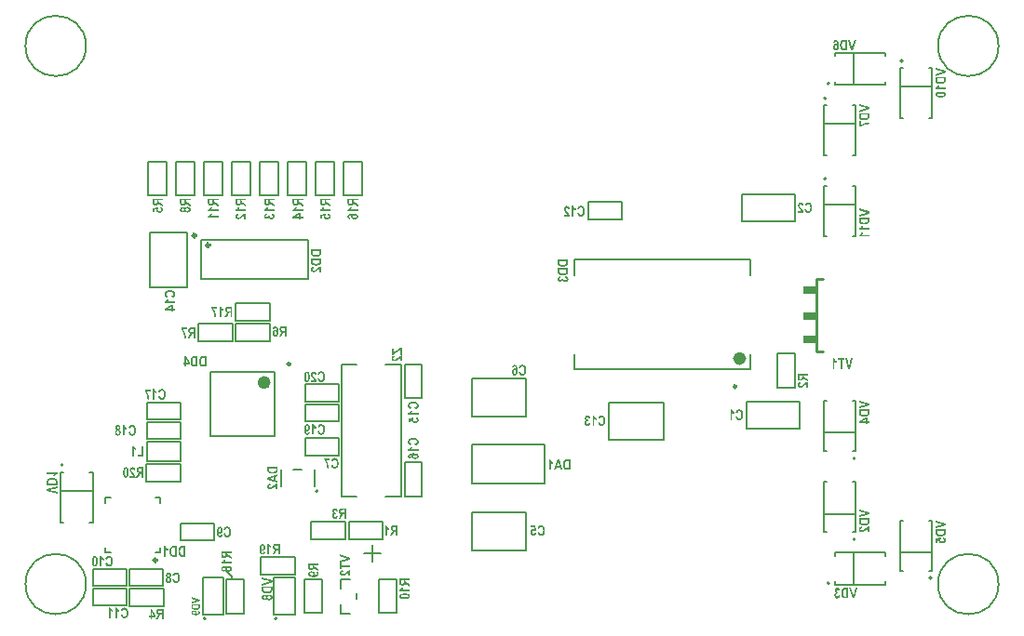
<source format=gbo>
G04 Layer_Color=32896*
%FSLAX43Y43*%
%MOMM*%
G71*
G01*
G75*
%ADD13C,0.200*%
%ADD14C,0.300*%
%ADD63C,0.150*%
%ADD64C,0.254*%
%ADD110C,0.600*%
%ADD111C,0.250*%
%ADD112C,0.203*%
%ADD113R,1.200X0.700*%
%ADD114R,1.200X0.679*%
G36*
X51288Y37942D02*
X51316Y37938D01*
X51342Y37932D01*
X51367Y37925D01*
X51390Y37915D01*
X51411Y37905D01*
X51430Y37894D01*
X51447Y37884D01*
X51463Y37873D01*
X51477Y37862D01*
X51488Y37852D01*
X51498Y37842D01*
X51505Y37835D01*
X51511Y37829D01*
X51514Y37825D01*
X51515Y37824D01*
X51535Y37797D01*
X51552Y37767D01*
X51566Y37738D01*
X51578Y37707D01*
X51590Y37674D01*
X51598Y37643D01*
X51605Y37612D01*
X51611Y37581D01*
X51615Y37553D01*
X51619Y37528D01*
X51622Y37504D01*
X51624Y37482D01*
Y37467D01*
X51625Y37454D01*
Y37446D01*
Y37444D01*
Y37443D01*
X51624Y37401D01*
X51621Y37361D01*
X51615Y37323D01*
X51608Y37288D01*
X51600Y37256D01*
X51591Y37226D01*
X51581Y37198D01*
X51570Y37174D01*
X51560Y37151D01*
X51550Y37131D01*
X51542Y37115D01*
X51533Y37102D01*
X51526Y37091D01*
X51521Y37082D01*
X51518Y37078D01*
X51516Y37076D01*
X51498Y37055D01*
X51478Y37038D01*
X51459Y37023D01*
X51438Y37009D01*
X51416Y36998D01*
X51397Y36988D01*
X51377Y36981D01*
X51357Y36974D01*
X51339Y36969D01*
X51322Y36965D01*
X51306Y36964D01*
X51294Y36961D01*
X51282D01*
X51275Y36959D01*
X51268D01*
X51246Y36961D01*
X51225Y36962D01*
X51185Y36971D01*
X51150Y36982D01*
X51134Y36989D01*
X51120Y36996D01*
X51108Y37003D01*
X51096Y37010D01*
X51086Y37016D01*
X51079Y37022D01*
X51072Y37026D01*
X51068Y37030D01*
X51065Y37031D01*
X51064Y37033D01*
X51048Y37048D01*
X51034Y37064D01*
X51010Y37100D01*
X50989Y37140D01*
X50972Y37178D01*
X50965Y37196D01*
X50960Y37213D01*
X50955Y37229D01*
X50951Y37241D01*
X50948Y37253D01*
X50946Y37261D01*
X50944Y37267D01*
Y37268D01*
X51098Y37327D01*
X51106Y37289D01*
X51118Y37258D01*
X51127Y37232D01*
X51139Y37210D01*
X51149Y37194D01*
X51157Y37182D01*
X51163Y37175D01*
X51164Y37172D01*
X51181Y37157D01*
X51199Y37144D01*
X51218Y37136D01*
X51235Y37130D01*
X51249Y37127D01*
X51261Y37126D01*
X51268Y37124D01*
X51271D01*
X51287Y37126D01*
X51301Y37127D01*
X51329Y37136D01*
X51352Y37148D01*
X51371Y37162D01*
X51388Y37175D01*
X51399Y37188D01*
X51407Y37196D01*
X51409Y37198D01*
Y37199D01*
X51418Y37215D01*
X51426Y37232D01*
X51433Y37251D01*
X51439Y37271D01*
X51449Y37313D01*
X51454Y37356D01*
X51457Y37375D01*
X51459Y37394D01*
X51460Y37411D01*
Y37425D01*
X51461Y37437D01*
Y37446D01*
Y37453D01*
Y37454D01*
Y37485D01*
X51459Y37515D01*
X51456Y37542D01*
X51453Y37566D01*
X51449Y37588D01*
X51445Y37609D01*
X51440Y37628D01*
X51435Y37643D01*
X51429Y37657D01*
X51425Y37670D01*
X51421Y37680D01*
X51416Y37688D01*
X51412Y37694D01*
X51411Y37700D01*
X51408Y37701D01*
Y37702D01*
X51397Y37716D01*
X51385Y37728D01*
X51374Y37738D01*
X51363Y37746D01*
X51339Y37760D01*
X51316Y37769D01*
X51297Y37774D01*
X51281Y37777D01*
X51275Y37779D01*
X51267D01*
X51244Y37777D01*
X51225Y37771D01*
X51208Y37766D01*
X51192Y37757D01*
X51180Y37750D01*
X51170Y37743D01*
X51164Y37738D01*
X51163Y37736D01*
X51147Y37719D01*
X51134Y37701D01*
X51123Y37681D01*
X51115Y37662D01*
X51109Y37645D01*
X51105Y37631D01*
X51103Y37625D01*
Y37621D01*
X51102Y37619D01*
Y37618D01*
X50946Y37663D01*
X50951Y37685D01*
X50958Y37707D01*
X50965Y37726D01*
X50972Y37746D01*
X50981Y37763D01*
X50988Y37779D01*
X50996Y37791D01*
X51003Y37804D01*
X51010Y37815D01*
X51017Y37825D01*
X51023Y37834D01*
X51029Y37841D01*
X51033Y37845D01*
X51036Y37849D01*
X51037Y37852D01*
X51039D01*
X51055Y37867D01*
X51074Y37881D01*
X51092Y37894D01*
X51110Y37905D01*
X51129Y37914D01*
X51147Y37921D01*
X51182Y37932D01*
X51198Y37936D01*
X51212Y37939D01*
X51225Y37941D01*
X51236Y37942D01*
X51246Y37943D01*
X51258D01*
X51288Y37942D01*
D02*
G37*
G36*
X27650Y33654D02*
X27649Y33620D01*
X27646Y33589D01*
X27642Y33562D01*
X27636Y33540D01*
X27632Y33521D01*
X27627Y33509D01*
X27625Y33500D01*
X27623Y33497D01*
X27612Y33475D01*
X27599Y33455D01*
X27587Y33438D01*
X27574Y33423D01*
X27563Y33411D01*
X27553Y33402D01*
X27547Y33396D01*
X27544Y33395D01*
X27523Y33379D01*
X27499Y33365D01*
X27475Y33352D01*
X27451Y33342D01*
X27431Y33334D01*
X27415Y33328D01*
X27408Y33326D01*
X27403Y33324D01*
X27400Y33323D01*
X27399D01*
X27364Y33313D01*
X27327Y33306D01*
X27291Y33302D01*
X27257Y33297D01*
X27241D01*
X27227Y33296D01*
X27214D01*
X27205Y33294D01*
X27183D01*
X27134Y33296D01*
X27090Y33299D01*
X27069Y33300D01*
X27051Y33303D01*
X27034Y33306D01*
X27018Y33307D01*
X27004Y33310D01*
X26992Y33313D01*
X26980Y33316D01*
X26972Y33317D01*
X26965Y33318D01*
X26959Y33320D01*
X26956Y33321D01*
X26955D01*
X26921Y33333D01*
X26892Y33344D01*
X26866Y33357D01*
X26845Y33369D01*
X26827Y33379D01*
X26814Y33388D01*
X26807Y33393D01*
X26804Y33396D01*
X26784Y33414D01*
X26768Y33431D01*
X26753Y33450D01*
X26742Y33465D01*
X26734Y33479D01*
X26727Y33489D01*
X26724Y33496D01*
X26722Y33499D01*
X26714Y33521D01*
X26708Y33548D01*
X26703Y33575D01*
X26700Y33602D01*
X26698Y33626D01*
Y33636D01*
X26697Y33644D01*
Y33653D01*
Y33658D01*
Y33661D01*
Y33662D01*
Y33950D01*
X27650D01*
Y33654D01*
D02*
G37*
G36*
Y32866D02*
X27649Y32832D01*
X27646Y32801D01*
X27642Y32774D01*
X27636Y32752D01*
X27632Y32733D01*
X27627Y32721D01*
X27625Y32712D01*
X27623Y32709D01*
X27612Y32687D01*
X27599Y32667D01*
X27587Y32650D01*
X27574Y32635D01*
X27563Y32623D01*
X27553Y32614D01*
X27547Y32608D01*
X27544Y32607D01*
X27523Y32591D01*
X27499Y32577D01*
X27475Y32564D01*
X27451Y32554D01*
X27431Y32546D01*
X27415Y32540D01*
X27408Y32537D01*
X27403Y32536D01*
X27400Y32535D01*
X27399D01*
X27364Y32525D01*
X27327Y32518D01*
X27291Y32514D01*
X27257Y32509D01*
X27241D01*
X27227Y32508D01*
X27214D01*
X27205Y32506D01*
X27183D01*
X27134Y32508D01*
X27090Y32511D01*
X27069Y32512D01*
X27051Y32515D01*
X27034Y32518D01*
X27018Y32519D01*
X27004Y32522D01*
X26992Y32525D01*
X26980Y32528D01*
X26972Y32529D01*
X26965Y32530D01*
X26959Y32532D01*
X26956Y32533D01*
X26955D01*
X26921Y32545D01*
X26892Y32556D01*
X26866Y32569D01*
X26845Y32581D01*
X26827Y32591D01*
X26814Y32600D01*
X26807Y32605D01*
X26804Y32608D01*
X26784Y32626D01*
X26768Y32643D01*
X26753Y32662D01*
X26742Y32677D01*
X26734Y32691D01*
X26727Y32701D01*
X26724Y32708D01*
X26722Y32711D01*
X26714Y32733D01*
X26708Y32760D01*
X26703Y32787D01*
X26700Y32814D01*
X26698Y32838D01*
Y32848D01*
X26697Y32856D01*
Y32865D01*
Y32870D01*
Y32873D01*
Y32874D01*
Y33162D01*
X27650D01*
Y32866D01*
D02*
G37*
G36*
X9067Y1325D02*
X9081Y1297D01*
X9096Y1271D01*
X9112Y1250D01*
X9126Y1232D01*
X9137Y1218D01*
X9146Y1209D01*
X9147Y1208D01*
X9148Y1206D01*
X9174Y1184D01*
X9198Y1165D01*
X9219Y1150D01*
X9239Y1137D01*
X9256Y1129D01*
X9267Y1122D01*
X9275Y1119D01*
X9277Y1118D01*
X9278D01*
Y951D01*
X9239Y970D01*
X9201Y991D01*
X9168Y1015D01*
X9140Y1037D01*
X9127Y1047D01*
X9116Y1057D01*
X9106Y1067D01*
X9099Y1074D01*
X9092Y1081D01*
X9088Y1085D01*
X9085Y1088D01*
X9084Y1089D01*
Y400D01*
X8933D01*
Y1356D01*
X9055D01*
X9067Y1325D01*
D02*
G37*
G36*
X27650Y31900D02*
X27481D01*
Y32199D01*
X27463Y32189D01*
X27447Y32179D01*
X27441Y32175D01*
X27436Y32171D01*
X27433Y32170D01*
X27431Y32168D01*
X27419Y32158D01*
X27403Y32146D01*
X27386Y32130D01*
X27368Y32115D01*
X27351Y32100D01*
X27337Y32088D01*
X27331Y32084D01*
X27327Y32079D01*
X27326Y32078D01*
X27324Y32077D01*
X27293Y32050D01*
X27265Y32027D01*
X27241Y32007D01*
X27220Y31992D01*
X27205Y31981D01*
X27192Y31972D01*
X27185Y31968D01*
X27182Y31967D01*
X27161Y31955D01*
X27141Y31944D01*
X27123Y31936D01*
X27106Y31928D01*
X27092Y31924D01*
X27082Y31920D01*
X27075Y31917D01*
X27072D01*
X27051Y31912D01*
X27031Y31907D01*
X27011Y31905D01*
X26994Y31902D01*
X26979D01*
X26968Y31900D01*
X26938D01*
X26920Y31903D01*
X26886Y31910D01*
X26855Y31920D01*
X26828Y31931D01*
X26806Y31944D01*
X26796Y31950D01*
X26789Y31954D01*
X26783Y31958D01*
X26779Y31961D01*
X26776Y31962D01*
X26775Y31964D01*
X26760Y31976D01*
X26748Y31989D01*
X26738Y32003D01*
X26728Y32019D01*
X26720Y32034D01*
X26714Y32050D01*
X26704Y32079D01*
X26698Y32108D01*
X26697Y32119D01*
X26696Y32130D01*
X26694Y32139D01*
Y32144D01*
Y32148D01*
Y32150D01*
X26696Y32170D01*
X26697Y32189D01*
X26706Y32225D01*
X26715Y32256D01*
X26728Y32281D01*
X26741Y32302D01*
X26748Y32309D01*
X26752Y32316D01*
X26756Y32322D01*
X26760Y32326D01*
X26762Y32327D01*
X26763Y32329D01*
X26777Y32342D01*
X26792Y32351D01*
X26825Y32370D01*
X26861Y32384D01*
X26894Y32394D01*
X26911Y32398D01*
X26927Y32402D01*
X26941Y32404D01*
X26952Y32406D01*
X26962Y32408D01*
X26969D01*
X26975Y32409D01*
X26976D01*
X26996Y32260D01*
X26969Y32257D01*
X26947Y32253D01*
X26927Y32247D01*
X26910Y32240D01*
X26894Y32232D01*
X26883Y32223D01*
X26873Y32213D01*
X26865Y32203D01*
X26859Y32194D01*
X26855Y32185D01*
X26849Y32168D01*
X26848Y32162D01*
X26846Y32157D01*
Y32154D01*
Y32153D01*
X26848Y32137D01*
X26852Y32122D01*
X26856Y32109D01*
X26862Y32099D01*
X26869Y32091D01*
X26873Y32085D01*
X26877Y32081D01*
X26879Y32079D01*
X26892Y32069D01*
X26907Y32062D01*
X26923Y32058D01*
X26938Y32054D01*
X26952Y32053D01*
X26963Y32051D01*
X26973D01*
X26994Y32053D01*
X27016Y32057D01*
X27035Y32062D01*
X27052Y32068D01*
X27068Y32074D01*
X27079Y32079D01*
X27086Y32084D01*
X27089Y32085D01*
X27097Y32091D01*
X27107Y32098D01*
X27130Y32115D01*
X27154Y32134D01*
X27179Y32155D01*
X27203Y32175D01*
X27214Y32184D01*
X27223Y32192D01*
X27230Y32198D01*
X27236Y32203D01*
X27240Y32206D01*
X27241Y32208D01*
X27267Y32230D01*
X27292Y32250D01*
X27315Y32270D01*
X27336Y32287D01*
X27357Y32302D01*
X27375Y32315D01*
X27392Y32327D01*
X27408Y32337D01*
X27422Y32347D01*
X27433Y32356D01*
X27444Y32361D01*
X27453Y32367D01*
X27460Y32371D01*
X27464Y32373D01*
X27467Y32375D01*
X27468D01*
X27501Y32389D01*
X27533Y32401D01*
X27564Y32411D01*
X27591Y32416D01*
X27615Y32420D01*
X27625Y32423D01*
X27633Y32425D01*
X27640D01*
X27646Y32426D01*
X27650D01*
Y31900D01*
D02*
G37*
G36*
X29900Y9450D02*
X29742D01*
Y9848D01*
X29691D01*
X29676Y9846D01*
X29662Y9845D01*
X29650Y9842D01*
X29642Y9840D01*
X29636Y9838D01*
X29634Y9836D01*
X29632D01*
X29622Y9832D01*
X29614Y9825D01*
X29600Y9812D01*
X29594Y9807D01*
X29590Y9801D01*
X29587Y9798D01*
X29586Y9797D01*
X29581Y9791D01*
X29576Y9783D01*
X29569Y9774D01*
X29563Y9764D01*
X29549Y9740D01*
X29535Y9716D01*
X29522Y9694D01*
X29517Y9684D01*
X29511Y9676D01*
X29507Y9668D01*
X29504Y9663D01*
X29501Y9659D01*
Y9657D01*
X29388Y9450D01*
X29198D01*
X29294Y9635D01*
X29304Y9654D01*
X29314Y9674D01*
X29323Y9691D01*
X29332Y9707D01*
X29340Y9721D01*
X29347Y9733D01*
X29360Y9754D01*
X29370Y9770D01*
X29378Y9781D01*
X29383Y9788D01*
X29384Y9790D01*
X29397Y9805D01*
X29411Y9821D01*
X29425Y9835D01*
X29438Y9846D01*
X29449Y9856D01*
X29459Y9863D01*
X29464Y9869D01*
X29467Y9870D01*
X29432Y9879D01*
X29402Y9890D01*
X29376Y9904D01*
X29354Y9919D01*
X29338Y9932D01*
X29325Y9943D01*
X29318Y9952D01*
X29315Y9953D01*
Y9955D01*
X29297Y9983D01*
X29283Y10012D01*
X29273Y10042D01*
X29267Y10070D01*
X29263Y10096D01*
X29261Y10107D01*
Y10117D01*
X29260Y10124D01*
Y10131D01*
Y10134D01*
Y10135D01*
X29261Y10168D01*
X29266Y10196D01*
X29271Y10223D01*
X29277Y10245D01*
X29284Y10262D01*
X29290Y10276D01*
X29294Y10285D01*
X29295Y10287D01*
X29309Y10310D01*
X29325Y10328D01*
X29339Y10344D01*
X29353Y10355D01*
X29366Y10365D01*
X29376Y10372D01*
X29383Y10375D01*
X29385Y10376D01*
X29397Y10380D01*
X29409Y10385D01*
X29438Y10392D01*
X29467Y10396D01*
X29497Y10400D01*
X29524Y10402D01*
X29536D01*
X29546Y10403D01*
X29900D01*
Y9450D01*
D02*
G37*
G36*
X26393Y18054D02*
X26411Y18052D01*
X26428Y18047D01*
X26445Y18042D01*
X26476Y18028D01*
X26501Y18012D01*
X26523Y17997D01*
X26531Y17988D01*
X26538Y17982D01*
X26544Y17977D01*
X26548Y17973D01*
X26549Y17970D01*
X26551Y17968D01*
X26564Y17951D01*
X26575Y17933D01*
X26585Y17915D01*
X26592Y17895D01*
X26606Y17856D01*
X26614Y17819D01*
X26617Y17801D01*
X26618Y17785D01*
X26620Y17770D01*
X26621Y17758D01*
X26623Y17747D01*
Y17740D01*
Y17734D01*
Y17733D01*
X26621Y17708D01*
X26620Y17682D01*
X26617Y17660D01*
X26611Y17639D01*
X26607Y17619D01*
X26602Y17599D01*
X26595Y17582D01*
X26589Y17568D01*
X26582Y17554D01*
X26576Y17541D01*
X26571Y17531D01*
X26565Y17523D01*
X26561Y17516D01*
X26558Y17512D01*
X26556Y17509D01*
X26555Y17507D01*
X26542Y17492D01*
X26528Y17479D01*
X26514Y17468D01*
X26501Y17458D01*
X26487Y17451D01*
X26475Y17444D01*
X26451Y17434D01*
X26428Y17427D01*
X26420Y17426D01*
X26413Y17424D01*
X26406Y17423D01*
X26397D01*
X26382Y17424D01*
X26366Y17426D01*
X26353Y17428D01*
X26341Y17433D01*
X26332Y17437D01*
X26324Y17440D01*
X26320Y17441D01*
X26318Y17443D01*
X26306Y17451D01*
X26293Y17461D01*
X26283Y17469D01*
X26273Y17479D01*
X26266Y17488D01*
X26259Y17495D01*
X26256Y17500D01*
X26255Y17502D01*
X26256Y17474D01*
X26259Y17447D01*
X26262Y17423D01*
X26266Y17400D01*
X26269Y17381D01*
X26273Y17364D01*
X26276Y17348D01*
X26280Y17334D01*
X26283Y17323D01*
X26286Y17313D01*
X26289Y17304D01*
X26291Y17299D01*
X26294Y17293D01*
X26296Y17290D01*
X26297Y17287D01*
X26310Y17271D01*
X26322Y17258D01*
X26337Y17248D01*
X26349Y17242D01*
X26361Y17238D01*
X26369Y17237D01*
X26375Y17235D01*
X26377D01*
X26390Y17237D01*
X26403Y17240D01*
X26413Y17245D01*
X26423Y17252D01*
X26437Y17269D01*
X26448Y17289D01*
X26455Y17307D01*
X26459Y17324D01*
X26461Y17331D01*
X26462Y17337D01*
Y17340D01*
Y17341D01*
X26607Y17321D01*
X26604Y17299D01*
X26600Y17279D01*
X26595Y17259D01*
X26589Y17242D01*
X26583Y17225D01*
X26578Y17211D01*
X26571Y17199D01*
X26565Y17186D01*
X26559Y17176D01*
X26554Y17168D01*
X26544Y17154D01*
X26537Y17145D01*
X26534Y17142D01*
X26511Y17123D01*
X26486Y17108D01*
X26462Y17099D01*
X26439Y17092D01*
X26418Y17087D01*
X26401Y17086D01*
X26396Y17084D01*
X26387D01*
X26363Y17086D01*
X26342Y17090D01*
X26321Y17096D01*
X26301Y17103D01*
X26266Y17121D01*
X26251Y17131D01*
X26236Y17142D01*
X26224Y17152D01*
X26212Y17162D01*
X26203Y17172D01*
X26194Y17180D01*
X26189Y17189D01*
X26184Y17194D01*
X26181Y17197D01*
X26180Y17199D01*
X26166Y17221D01*
X26153Y17248D01*
X26143Y17276D01*
X26134Y17306D01*
X26125Y17337D01*
X26119Y17368D01*
X26110Y17430D01*
X26107Y17459D01*
X26104Y17486D01*
X26103Y17510D01*
X26101Y17533D01*
X26100Y17550D01*
Y17564D01*
Y17572D01*
Y17574D01*
Y17575D01*
X26101Y17622D01*
X26103Y17665D01*
X26107Y17705D01*
X26112Y17741D01*
X26118Y17775D01*
X26124Y17805D01*
X26131Y17833D01*
X26138Y17857D01*
X26146Y17878D01*
X26153Y17895D01*
X26159Y17911D01*
X26165Y17923D01*
X26170Y17933D01*
X26174Y17939D01*
X26176Y17943D01*
X26177Y17944D01*
X26193Y17964D01*
X26208Y17981D01*
X26224Y17997D01*
X26241Y18009D01*
X26258Y18019D01*
X26273Y18029D01*
X26289Y18036D01*
X26304Y18042D01*
X26331Y18050D01*
X26344Y18053D01*
X26353Y18054D01*
X26362Y18056D01*
X26373D01*
X26393Y18054D01*
D02*
G37*
G36*
X33595Y8825D02*
X33609Y8797D01*
X33624Y8771D01*
X33640Y8750D01*
X33654Y8732D01*
X33665Y8718D01*
X33674Y8709D01*
X33675Y8708D01*
X33677Y8706D01*
X33702Y8684D01*
X33726Y8665D01*
X33747Y8650D01*
X33767Y8637D01*
X33784Y8629D01*
X33795Y8622D01*
X33804Y8619D01*
X33805Y8618D01*
X33806D01*
Y8451D01*
X33767Y8470D01*
X33729Y8491D01*
X33696Y8515D01*
X33668Y8537D01*
X33655Y8547D01*
X33644Y8557D01*
X33634Y8567D01*
X33627Y8574D01*
X33620Y8581D01*
X33616Y8585D01*
X33613Y8588D01*
X33612Y8589D01*
Y7900D01*
X33461D01*
Y8856D01*
X33584D01*
X33595Y8825D01*
D02*
G37*
G36*
X26967Y18025D02*
X26981Y17997D01*
X26996Y17971D01*
X27012Y17950D01*
X27026Y17932D01*
X27037Y17918D01*
X27046Y17909D01*
X27047Y17908D01*
X27048Y17906D01*
X27074Y17884D01*
X27098Y17865D01*
X27119Y17850D01*
X27139Y17837D01*
X27156Y17829D01*
X27167Y17822D01*
X27175Y17819D01*
X27177Y17818D01*
X27178D01*
Y17651D01*
X27139Y17670D01*
X27101Y17691D01*
X27068Y17715D01*
X27040Y17737D01*
X27027Y17747D01*
X27016Y17757D01*
X27006Y17767D01*
X26999Y17774D01*
X26992Y17781D01*
X26988Y17785D01*
X26985Y17788D01*
X26984Y17789D01*
Y17100D01*
X26833D01*
Y18056D01*
X26955D01*
X26967Y18025D01*
D02*
G37*
G36*
X34600Y7900D02*
X34442D01*
Y8298D01*
X34391D01*
X34376Y8296D01*
X34362Y8295D01*
X34350Y8292D01*
X34342Y8290D01*
X34336Y8288D01*
X34334Y8286D01*
X34332D01*
X34322Y8282D01*
X34314Y8275D01*
X34300Y8262D01*
X34294Y8257D01*
X34290Y8251D01*
X34287Y8248D01*
X34286Y8247D01*
X34281Y8241D01*
X34276Y8233D01*
X34269Y8224D01*
X34263Y8214D01*
X34249Y8190D01*
X34235Y8166D01*
X34222Y8144D01*
X34217Y8134D01*
X34211Y8126D01*
X34207Y8118D01*
X34204Y8113D01*
X34201Y8109D01*
Y8107D01*
X34088Y7900D01*
X33898D01*
X33994Y8085D01*
X34004Y8104D01*
X34014Y8124D01*
X34023Y8141D01*
X34032Y8157D01*
X34040Y8171D01*
X34047Y8183D01*
X34060Y8204D01*
X34070Y8220D01*
X34078Y8231D01*
X34083Y8238D01*
X34084Y8240D01*
X34097Y8255D01*
X34111Y8271D01*
X34125Y8285D01*
X34138Y8296D01*
X34149Y8306D01*
X34159Y8313D01*
X34164Y8319D01*
X34167Y8320D01*
X34132Y8329D01*
X34102Y8340D01*
X34076Y8354D01*
X34054Y8369D01*
X34038Y8382D01*
X34025Y8393D01*
X34018Y8402D01*
X34015Y8403D01*
Y8405D01*
X33997Y8433D01*
X33983Y8462D01*
X33973Y8492D01*
X33967Y8520D01*
X33963Y8546D01*
X33961Y8557D01*
Y8567D01*
X33960Y8574D01*
Y8581D01*
Y8584D01*
Y8585D01*
X33961Y8618D01*
X33966Y8646D01*
X33971Y8673D01*
X33977Y8695D01*
X33984Y8712D01*
X33990Y8726D01*
X33994Y8735D01*
X33995Y8737D01*
X34009Y8760D01*
X34025Y8778D01*
X34039Y8794D01*
X34053Y8805D01*
X34066Y8815D01*
X34076Y8822D01*
X34083Y8825D01*
X34085Y8826D01*
X34097Y8830D01*
X34109Y8835D01*
X34138Y8842D01*
X34167Y8846D01*
X34197Y8850D01*
X34224Y8852D01*
X34236D01*
X34246Y8853D01*
X34600D01*
Y7900D01*
D02*
G37*
G36*
X8459Y1325D02*
X8473Y1297D01*
X8489Y1271D01*
X8504Y1250D01*
X8518Y1232D01*
X8530Y1218D01*
X8538Y1209D01*
X8539Y1208D01*
X8541Y1206D01*
X8566Y1184D01*
X8590Y1165D01*
X8611Y1150D01*
X8631Y1137D01*
X8648Y1129D01*
X8659Y1122D01*
X8668Y1119D01*
X8669Y1118D01*
X8671D01*
Y951D01*
X8631Y970D01*
X8593Y991D01*
X8561Y1015D01*
X8532Y1037D01*
X8520Y1047D01*
X8508Y1057D01*
X8499Y1067D01*
X8492Y1074D01*
X8484Y1081D01*
X8480Y1085D01*
X8477Y1088D01*
X8476Y1089D01*
Y400D01*
X8325D01*
Y1356D01*
X8448D01*
X8459Y1325D01*
D02*
G37*
G36*
X52467Y18825D02*
X52481Y18797D01*
X52496Y18771D01*
X52512Y18750D01*
X52526Y18732D01*
X52537Y18718D01*
X52546Y18709D01*
X52547Y18708D01*
X52548Y18706D01*
X52574Y18684D01*
X52598Y18665D01*
X52619Y18650D01*
X52639Y18637D01*
X52656Y18629D01*
X52667Y18622D01*
X52675Y18619D01*
X52677Y18618D01*
X52678D01*
Y18451D01*
X52639Y18470D01*
X52601Y18491D01*
X52568Y18515D01*
X52540Y18537D01*
X52527Y18547D01*
X52516Y18557D01*
X52506Y18567D01*
X52499Y18574D01*
X52492Y18581D01*
X52488Y18585D01*
X52485Y18588D01*
X52484Y18589D01*
Y17900D01*
X52333D01*
Y18856D01*
X52455D01*
X52467Y18825D01*
D02*
G37*
G36*
X51897Y18853D02*
X51928Y18846D01*
X51956Y18836D01*
X51979Y18826D01*
X51997Y18815D01*
X52011Y18805D01*
X52020Y18798D01*
X52021Y18797D01*
X52023Y18795D01*
X52034Y18784D01*
X52044Y18770D01*
X52062Y18740D01*
X52076Y18709D01*
X52087Y18678D01*
X52096Y18650D01*
X52099Y18639D01*
X52102Y18627D01*
X52103Y18619D01*
X52104Y18612D01*
X52106Y18608D01*
Y18606D01*
X51968Y18578D01*
X51965Y18601D01*
X51961Y18619D01*
X51955Y18636D01*
X51949Y18649D01*
X51944Y18658D01*
X51939Y18667D01*
X51937Y18671D01*
X51935Y18673D01*
X51924Y18684D01*
X51913Y18691D01*
X51901Y18696D01*
X51892Y18701D01*
X51883Y18704D01*
X51875Y18705D01*
X51869D01*
X51855Y18704D01*
X51842Y18701D01*
X51831Y18696D01*
X51822Y18691D01*
X51815Y18685D01*
X51810Y18681D01*
X51807Y18678D01*
X51806Y18677D01*
X51797Y18665D01*
X51791Y18653D01*
X51786Y18640D01*
X51783Y18629D01*
X51782Y18618D01*
X51780Y18609D01*
Y18603D01*
Y18601D01*
X51782Y18579D01*
X51786Y18561D01*
X51791Y18546D01*
X51797Y18533D01*
X51803Y18523D01*
X51808Y18515D01*
X51813Y18510D01*
X51814Y18509D01*
X51828Y18499D01*
X51842Y18491D01*
X51858Y18486D01*
X51873Y18482D01*
X51886Y18481D01*
X51897Y18479D01*
X51907D01*
X51923Y18330D01*
X51908Y18334D01*
X51896Y18338D01*
X51883Y18341D01*
X51873Y18343D01*
X51866Y18344D01*
X51855D01*
X51839Y18343D01*
X51825Y18338D01*
X51813Y18331D01*
X51801Y18324D01*
X51793Y18316D01*
X51786Y18310D01*
X51782Y18305D01*
X51780Y18303D01*
X51770Y18288D01*
X51762Y18269D01*
X51756Y18251D01*
X51753Y18234D01*
X51751Y18219D01*
X51749Y18206D01*
Y18197D01*
Y18196D01*
Y18195D01*
X51751Y18168D01*
X51755Y18145D01*
X51759Y18124D01*
X51765Y18109D01*
X51772Y18095D01*
X51776Y18086D01*
X51780Y18079D01*
X51782Y18078D01*
X51794Y18064D01*
X51807Y18054D01*
X51821Y18047D01*
X51834Y18042D01*
X51844Y18040D01*
X51852Y18037D01*
X51861D01*
X51876Y18038D01*
X51890Y18042D01*
X51903Y18048D01*
X51913Y18055D01*
X51921Y18061D01*
X51928Y18066D01*
X51932Y18071D01*
X51934Y18072D01*
X51944Y18086D01*
X51952Y18103D01*
X51959Y18120D01*
X51963Y18137D01*
X51968Y18152D01*
X51969Y18164D01*
X51970Y18172D01*
Y18173D01*
Y18175D01*
X52116Y18154D01*
X52109Y18109D01*
X52099Y18071D01*
X52092Y18052D01*
X52085Y18037D01*
X52078Y18021D01*
X52071Y18009D01*
X52064Y17996D01*
X52056Y17986D01*
X52051Y17978D01*
X52045Y17969D01*
X52041Y17963D01*
X52037Y17959D01*
X52035Y17958D01*
X52034Y17956D01*
X52020Y17944D01*
X52006Y17932D01*
X51992Y17923D01*
X51976Y17916D01*
X51947Y17901D01*
X51920Y17893D01*
X51896Y17889D01*
X51884Y17887D01*
X51876Y17886D01*
X51869Y17884D01*
X51859D01*
X51839Y17886D01*
X51821Y17889D01*
X51803Y17893D01*
X51784Y17897D01*
X51753Y17911D01*
X51727Y17927D01*
X51704Y17942D01*
X51696Y17949D01*
X51689Y17956D01*
X51683Y17961D01*
X51677Y17965D01*
X51676Y17968D01*
X51674Y17969D01*
X51660Y17986D01*
X51648Y18003D01*
X51638Y18021D01*
X51629Y18040D01*
X51615Y18075D01*
X51605Y18109D01*
X51603Y18126D01*
X51600Y18140D01*
X51598Y18152D01*
X51597Y18164D01*
X51595Y18172D01*
Y18179D01*
Y18183D01*
Y18185D01*
X51597Y18217D01*
X51603Y18247D01*
X51608Y18272D01*
X51617Y18293D01*
X51624Y18310D01*
X51631Y18323D01*
X51636Y18331D01*
X51638Y18334D01*
X51655Y18355D01*
X51672Y18372D01*
X51689Y18385D01*
X51705Y18396D01*
X51721Y18403D01*
X51732Y18407D01*
X51741Y18410D01*
X51742Y18412D01*
X51744D01*
X51724Y18426D01*
X51707Y18441D01*
X51691Y18457D01*
X51680Y18470D01*
X51670Y18482D01*
X51665Y18491D01*
X51660Y18496D01*
X51659Y18499D01*
X51649Y18519D01*
X51642Y18539D01*
X51636Y18557D01*
X51634Y18575D01*
X51631Y18589D01*
X51629Y18602D01*
Y18609D01*
Y18612D01*
Y18629D01*
X51632Y18646D01*
X51639Y18677D01*
X51649Y18705D01*
X51660Y18730D01*
X51673Y18751D01*
X51679Y18760D01*
X51683Y18767D01*
X51687Y18773D01*
X51690Y18777D01*
X51691Y18778D01*
X51693Y18780D01*
X51705Y18794D01*
X51718Y18805D01*
X51732Y18815D01*
X51746Y18823D01*
X51775Y18837D01*
X51801Y18846D01*
X51827Y18852D01*
X51837Y18853D01*
X51845Y18854D01*
X51853Y18856D01*
X51880D01*
X51897Y18853D01*
D02*
G37*
G36*
X53163Y18867D02*
X53191Y18863D01*
X53217Y18857D01*
X53242Y18850D01*
X53265Y18840D01*
X53286Y18830D01*
X53305Y18819D01*
X53322Y18809D01*
X53338Y18798D01*
X53352Y18787D01*
X53363Y18777D01*
X53373Y18767D01*
X53380Y18760D01*
X53386Y18754D01*
X53389Y18750D01*
X53390Y18749D01*
X53410Y18722D01*
X53427Y18692D01*
X53441Y18663D01*
X53453Y18632D01*
X53465Y18599D01*
X53473Y18568D01*
X53480Y18537D01*
X53486Y18506D01*
X53490Y18478D01*
X53494Y18453D01*
X53497Y18429D01*
X53499Y18407D01*
Y18392D01*
X53500Y18379D01*
Y18371D01*
Y18369D01*
Y18368D01*
X53499Y18326D01*
X53496Y18286D01*
X53490Y18248D01*
X53483Y18213D01*
X53475Y18181D01*
X53466Y18151D01*
X53456Y18123D01*
X53445Y18099D01*
X53435Y18076D01*
X53425Y18056D01*
X53417Y18040D01*
X53408Y18027D01*
X53401Y18016D01*
X53396Y18007D01*
X53393Y18003D01*
X53391Y18001D01*
X53373Y17980D01*
X53353Y17963D01*
X53334Y17948D01*
X53313Y17934D01*
X53291Y17923D01*
X53272Y17913D01*
X53252Y17906D01*
X53232Y17899D01*
X53214Y17894D01*
X53197Y17890D01*
X53181Y17889D01*
X53169Y17886D01*
X53157D01*
X53150Y17884D01*
X53143D01*
X53121Y17886D01*
X53100Y17887D01*
X53060Y17896D01*
X53025Y17907D01*
X53009Y17914D01*
X52995Y17921D01*
X52983Y17928D01*
X52971Y17935D01*
X52961Y17941D01*
X52954Y17947D01*
X52947Y17951D01*
X52943Y17955D01*
X52940Y17956D01*
X52939Y17958D01*
X52923Y17973D01*
X52909Y17989D01*
X52885Y18025D01*
X52864Y18065D01*
X52847Y18103D01*
X52840Y18121D01*
X52835Y18138D01*
X52830Y18154D01*
X52826Y18166D01*
X52823Y18178D01*
X52821Y18186D01*
X52819Y18192D01*
Y18193D01*
X52973Y18252D01*
X52981Y18214D01*
X52993Y18183D01*
X53002Y18157D01*
X53014Y18135D01*
X53024Y18118D01*
X53032Y18107D01*
X53038Y18100D01*
X53039Y18097D01*
X53056Y18082D01*
X53074Y18069D01*
X53093Y18061D01*
X53110Y18055D01*
X53124Y18052D01*
X53136Y18051D01*
X53143Y18049D01*
X53146D01*
X53162Y18051D01*
X53176Y18052D01*
X53204Y18061D01*
X53227Y18073D01*
X53246Y18087D01*
X53263Y18100D01*
X53274Y18113D01*
X53282Y18121D01*
X53284Y18123D01*
Y18124D01*
X53293Y18140D01*
X53301Y18157D01*
X53308Y18176D01*
X53314Y18196D01*
X53324Y18238D01*
X53329Y18281D01*
X53332Y18300D01*
X53334Y18319D01*
X53335Y18336D01*
Y18350D01*
X53336Y18362D01*
Y18371D01*
Y18378D01*
Y18379D01*
Y18410D01*
X53334Y18440D01*
X53331Y18467D01*
X53328Y18491D01*
X53324Y18513D01*
X53320Y18534D01*
X53315Y18553D01*
X53310Y18568D01*
X53304Y18582D01*
X53300Y18595D01*
X53296Y18605D01*
X53291Y18613D01*
X53287Y18619D01*
X53286Y18625D01*
X53283Y18626D01*
Y18627D01*
X53272Y18642D01*
X53260Y18653D01*
X53249Y18663D01*
X53238Y18671D01*
X53214Y18685D01*
X53191Y18694D01*
X53172Y18699D01*
X53156Y18702D01*
X53150Y18704D01*
X53142D01*
X53119Y18702D01*
X53100Y18696D01*
X53083Y18691D01*
X53067Y18682D01*
X53055Y18675D01*
X53045Y18668D01*
X53039Y18663D01*
X53038Y18661D01*
X53022Y18644D01*
X53009Y18626D01*
X52998Y18606D01*
X52990Y18587D01*
X52984Y18570D01*
X52980Y18556D01*
X52978Y18550D01*
Y18546D01*
X52977Y18544D01*
Y18543D01*
X52821Y18588D01*
X52826Y18610D01*
X52833Y18632D01*
X52840Y18651D01*
X52847Y18671D01*
X52856Y18688D01*
X52863Y18704D01*
X52871Y18716D01*
X52878Y18729D01*
X52885Y18740D01*
X52892Y18750D01*
X52898Y18759D01*
X52904Y18766D01*
X52908Y18770D01*
X52911Y18774D01*
X52912Y18777D01*
X52914D01*
X52930Y18792D01*
X52949Y18806D01*
X52967Y18819D01*
X52985Y18830D01*
X53004Y18839D01*
X53022Y18846D01*
X53057Y18857D01*
X53073Y18861D01*
X53087Y18864D01*
X53100Y18866D01*
X53111Y18867D01*
X53121Y18868D01*
X53133D01*
X53163Y18867D01*
D02*
G37*
G36*
X28443Y14796D02*
X28103D01*
X28141Y14734D01*
X28173Y14669D01*
X28203Y14609D01*
X28216Y14579D01*
X28227Y14552D01*
X28237Y14525D01*
X28247Y14503D01*
X28254Y14482D01*
X28261Y14463D01*
X28265Y14449D01*
X28269Y14438D01*
X28271Y14432D01*
X28272Y14430D01*
X28293Y14355D01*
X28309Y14282D01*
X28314Y14246D01*
X28320Y14212D01*
X28324Y14181D01*
X28328Y14152D01*
X28331Y14125D01*
X28334Y14100D01*
X28335Y14079D01*
X28337Y14060D01*
Y14045D01*
X28338Y14033D01*
Y14028D01*
Y14025D01*
X28195D01*
X28193Y14074D01*
X28189Y14125D01*
X28183Y14174D01*
X28180Y14197D01*
X28176Y14220D01*
X28173Y14239D01*
X28171Y14258D01*
X28168Y14275D01*
X28165Y14289D01*
X28162Y14300D01*
X28161Y14308D01*
X28159Y14314D01*
Y14315D01*
X28145Y14375D01*
X28128Y14430D01*
X28120Y14456D01*
X28113Y14482D01*
X28104Y14504D01*
X28096Y14525D01*
X28089Y14545D01*
X28082Y14564D01*
X28075Y14579D01*
X28070Y14592D01*
X28065Y14602D01*
X28062Y14610D01*
X28059Y14614D01*
Y14616D01*
X28046Y14641D01*
X28035Y14665D01*
X28023Y14688D01*
X28011Y14709D01*
X28000Y14727D01*
X27990Y14745D01*
X27980Y14761D01*
X27970Y14776D01*
X27962Y14789D01*
X27955Y14800D01*
X27948Y14809D01*
X27942Y14817D01*
X27937Y14823D01*
X27934Y14829D01*
X27931Y14830D01*
Y14831D01*
Y14965D01*
X28443D01*
Y14796D01*
D02*
G37*
G36*
X28888Y14992D02*
X28916Y14988D01*
X28942Y14982D01*
X28967Y14975D01*
X28990Y14965D01*
X29011Y14955D01*
X29030Y14944D01*
X29047Y14934D01*
X29063Y14923D01*
X29077Y14912D01*
X29088Y14902D01*
X29098Y14892D01*
X29105Y14885D01*
X29111Y14879D01*
X29114Y14875D01*
X29115Y14874D01*
X29135Y14847D01*
X29152Y14817D01*
X29166Y14788D01*
X29178Y14757D01*
X29190Y14724D01*
X29198Y14693D01*
X29205Y14662D01*
X29211Y14631D01*
X29215Y14603D01*
X29219Y14578D01*
X29222Y14554D01*
X29224Y14532D01*
Y14517D01*
X29225Y14504D01*
Y14496D01*
Y14494D01*
Y14493D01*
X29224Y14451D01*
X29221Y14411D01*
X29215Y14373D01*
X29208Y14338D01*
X29200Y14306D01*
X29191Y14276D01*
X29181Y14248D01*
X29170Y14224D01*
X29160Y14201D01*
X29150Y14181D01*
X29142Y14165D01*
X29133Y14152D01*
X29126Y14141D01*
X29121Y14132D01*
X29118Y14128D01*
X29116Y14127D01*
X29098Y14105D01*
X29078Y14088D01*
X29059Y14073D01*
X29038Y14059D01*
X29016Y14048D01*
X28997Y14038D01*
X28977Y14031D01*
X28957Y14024D01*
X28939Y14019D01*
X28922Y14015D01*
X28906Y14014D01*
X28894Y14011D01*
X28882D01*
X28875Y14009D01*
X28868D01*
X28846Y14011D01*
X28825Y14012D01*
X28785Y14021D01*
X28750Y14032D01*
X28734Y14039D01*
X28720Y14046D01*
X28708Y14053D01*
X28696Y14060D01*
X28687Y14066D01*
X28679Y14072D01*
X28672Y14076D01*
X28668Y14080D01*
X28665Y14081D01*
X28664Y14083D01*
X28648Y14098D01*
X28634Y14114D01*
X28610Y14150D01*
X28589Y14190D01*
X28572Y14228D01*
X28565Y14246D01*
X28560Y14263D01*
X28555Y14279D01*
X28551Y14291D01*
X28548Y14303D01*
X28546Y14311D01*
X28544Y14317D01*
Y14318D01*
X28698Y14377D01*
X28706Y14339D01*
X28718Y14308D01*
X28727Y14282D01*
X28739Y14260D01*
X28749Y14243D01*
X28757Y14232D01*
X28763Y14225D01*
X28764Y14222D01*
X28781Y14207D01*
X28799Y14194D01*
X28818Y14186D01*
X28835Y14180D01*
X28849Y14177D01*
X28861Y14176D01*
X28868Y14174D01*
X28871D01*
X28887Y14176D01*
X28901Y14177D01*
X28929Y14186D01*
X28952Y14198D01*
X28971Y14212D01*
X28988Y14225D01*
X28999Y14238D01*
X29007Y14246D01*
X29009Y14248D01*
Y14249D01*
X29018Y14265D01*
X29026Y14282D01*
X29033Y14301D01*
X29039Y14321D01*
X29049Y14363D01*
X29054Y14406D01*
X29057Y14425D01*
X29059Y14444D01*
X29060Y14461D01*
Y14475D01*
X29061Y14487D01*
Y14496D01*
Y14503D01*
Y14504D01*
Y14535D01*
X29059Y14565D01*
X29056Y14592D01*
X29053Y14616D01*
X29049Y14638D01*
X29045Y14659D01*
X29040Y14678D01*
X29035Y14693D01*
X29029Y14707D01*
X29025Y14720D01*
X29021Y14730D01*
X29016Y14738D01*
X29012Y14744D01*
X29011Y14750D01*
X29008Y14751D01*
Y14752D01*
X28997Y14767D01*
X28985Y14778D01*
X28974Y14788D01*
X28963Y14796D01*
X28939Y14810D01*
X28916Y14819D01*
X28897Y14824D01*
X28881Y14827D01*
X28875Y14829D01*
X28867D01*
X28844Y14827D01*
X28825Y14821D01*
X28808Y14816D01*
X28792Y14807D01*
X28780Y14800D01*
X28770Y14793D01*
X28764Y14788D01*
X28763Y14786D01*
X28747Y14769D01*
X28734Y14751D01*
X28723Y14731D01*
X28715Y14712D01*
X28709Y14695D01*
X28705Y14681D01*
X28703Y14675D01*
Y14671D01*
X28702Y14669D01*
Y14668D01*
X28546Y14713D01*
X28551Y14735D01*
X28558Y14757D01*
X28565Y14776D01*
X28572Y14796D01*
X28581Y14813D01*
X28588Y14829D01*
X28596Y14841D01*
X28603Y14854D01*
X28610Y14865D01*
X28617Y14875D01*
X28623Y14884D01*
X28629Y14891D01*
X28633Y14895D01*
X28636Y14899D01*
X28637Y14902D01*
X28639D01*
X28655Y14917D01*
X28674Y14931D01*
X28692Y14944D01*
X28710Y14955D01*
X28729Y14964D01*
X28747Y14971D01*
X28782Y14982D01*
X28798Y14986D01*
X28812Y14989D01*
X28825Y14991D01*
X28836Y14992D01*
X28846Y14993D01*
X28858D01*
X28888Y14992D01*
D02*
G37*
G36*
X13924Y30249D02*
X13964Y30246D01*
X14002Y30240D01*
X14037Y30233D01*
X14069Y30225D01*
X14099Y30216D01*
X14127Y30206D01*
X14151Y30195D01*
X14174Y30185D01*
X14194Y30175D01*
X14210Y30167D01*
X14223Y30158D01*
X14234Y30151D01*
X14243Y30146D01*
X14247Y30143D01*
X14249Y30141D01*
X14270Y30123D01*
X14287Y30103D01*
X14302Y30084D01*
X14316Y30063D01*
X14327Y30041D01*
X14337Y30022D01*
X14344Y30002D01*
X14351Y29982D01*
X14356Y29964D01*
X14360Y29947D01*
X14361Y29931D01*
X14364Y29919D01*
Y29907D01*
X14366Y29900D01*
Y29895D01*
Y29893D01*
X14364Y29871D01*
X14363Y29850D01*
X14354Y29810D01*
X14343Y29775D01*
X14336Y29759D01*
X14329Y29745D01*
X14322Y29733D01*
X14315Y29721D01*
X14309Y29712D01*
X14303Y29704D01*
X14299Y29697D01*
X14295Y29693D01*
X14294Y29690D01*
X14292Y29689D01*
X14277Y29673D01*
X14261Y29659D01*
X14225Y29635D01*
X14185Y29614D01*
X14147Y29597D01*
X14129Y29590D01*
X14112Y29585D01*
X14096Y29580D01*
X14084Y29576D01*
X14072Y29573D01*
X14064Y29571D01*
X14058Y29569D01*
X14057D01*
X13998Y29723D01*
X14036Y29731D01*
X14067Y29743D01*
X14093Y29752D01*
X14115Y29764D01*
X14132Y29774D01*
X14143Y29782D01*
X14150Y29788D01*
X14153Y29789D01*
X14168Y29806D01*
X14181Y29824D01*
X14189Y29843D01*
X14195Y29860D01*
X14198Y29874D01*
X14199Y29886D01*
X14201Y29893D01*
Y29895D01*
Y29896D01*
X14199Y29912D01*
X14198Y29926D01*
X14189Y29954D01*
X14177Y29977D01*
X14163Y29996D01*
X14150Y30013D01*
X14137Y30024D01*
X14129Y30031D01*
X14127Y30034D01*
X14126D01*
X14110Y30043D01*
X14093Y30051D01*
X14074Y30058D01*
X14054Y30064D01*
X14012Y30074D01*
X13969Y30079D01*
X13950Y30082D01*
X13931Y30084D01*
X13914Y30085D01*
X13900D01*
X13888Y30086D01*
X13840D01*
X13810Y30084D01*
X13783Y30081D01*
X13759Y30078D01*
X13737Y30074D01*
X13716Y30070D01*
X13697Y30065D01*
X13682Y30060D01*
X13668Y30054D01*
X13655Y30050D01*
X13645Y30046D01*
X13637Y30041D01*
X13631Y30037D01*
X13625Y30036D01*
X13624Y30033D01*
X13623D01*
X13608Y30022D01*
X13597Y30010D01*
X13587Y29999D01*
X13579Y29988D01*
X13565Y29964D01*
X13556Y29941D01*
X13551Y29922D01*
X13548Y29906D01*
X13546Y29900D01*
Y29896D01*
Y29893D01*
Y29892D01*
X13548Y29869D01*
X13554Y29850D01*
X13559Y29833D01*
X13568Y29817D01*
X13575Y29805D01*
X13582Y29795D01*
X13587Y29789D01*
X13589Y29788D01*
X13606Y29772D01*
X13624Y29759D01*
X13644Y29748D01*
X13663Y29740D01*
X13680Y29734D01*
X13694Y29730D01*
X13700Y29728D01*
X13704D01*
X13706Y29727D01*
X13707D01*
X13662Y29571D01*
X13640Y29576D01*
X13618Y29583D01*
X13599Y29590D01*
X13579Y29597D01*
X13562Y29606D01*
X13546Y29613D01*
X13534Y29621D01*
X13521Y29628D01*
X13510Y29635D01*
X13500Y29642D01*
X13491Y29648D01*
X13484Y29654D01*
X13480Y29658D01*
X13476Y29661D01*
X13473Y29662D01*
Y29664D01*
X13458Y29680D01*
X13444Y29699D01*
X13431Y29717D01*
X13420Y29735D01*
X13411Y29754D01*
X13404Y29772D01*
X13393Y29807D01*
X13389Y29823D01*
X13386Y29837D01*
X13384Y29850D01*
X13383Y29861D01*
X13382Y29871D01*
Y29878D01*
Y29882D01*
Y29883D01*
X13383Y29913D01*
X13387Y29941D01*
X13393Y29967D01*
X13400Y29992D01*
X13410Y30015D01*
X13420Y30036D01*
X13431Y30055D01*
X13441Y30072D01*
X13452Y30088D01*
X13463Y30102D01*
X13473Y30113D01*
X13483Y30123D01*
X13490Y30130D01*
X13496Y30136D01*
X13500Y30139D01*
X13501Y30140D01*
X13528Y30160D01*
X13558Y30177D01*
X13587Y30191D01*
X13618Y30203D01*
X13651Y30215D01*
X13682Y30223D01*
X13713Y30230D01*
X13744Y30236D01*
X13772Y30240D01*
X13797Y30244D01*
X13821Y30247D01*
X13843Y30249D01*
X13858D01*
X13871Y30250D01*
X13882D01*
X13924Y30249D01*
D02*
G37*
G36*
X9763Y1367D02*
X9791Y1363D01*
X9817Y1357D01*
X9842Y1350D01*
X9865Y1340D01*
X9886Y1330D01*
X9905Y1319D01*
X9922Y1309D01*
X9938Y1298D01*
X9952Y1287D01*
X9963Y1277D01*
X9973Y1267D01*
X9980Y1260D01*
X9986Y1254D01*
X9989Y1250D01*
X9990Y1249D01*
X10010Y1222D01*
X10027Y1192D01*
X10041Y1163D01*
X10053Y1132D01*
X10065Y1099D01*
X10073Y1068D01*
X10080Y1037D01*
X10086Y1006D01*
X10090Y978D01*
X10094Y953D01*
X10097Y929D01*
X10099Y907D01*
Y892D01*
X10100Y879D01*
Y871D01*
Y869D01*
Y868D01*
X10099Y826D01*
X10096Y786D01*
X10090Y748D01*
X10083Y713D01*
X10075Y681D01*
X10066Y651D01*
X10056Y623D01*
X10045Y599D01*
X10035Y576D01*
X10025Y556D01*
X10017Y540D01*
X10008Y527D01*
X10001Y516D01*
X9996Y507D01*
X9993Y503D01*
X9991Y502D01*
X9973Y480D01*
X9953Y463D01*
X9934Y448D01*
X9913Y434D01*
X9891Y423D01*
X9872Y413D01*
X9852Y406D01*
X9832Y399D01*
X9814Y394D01*
X9797Y390D01*
X9781Y389D01*
X9769Y386D01*
X9757D01*
X9750Y384D01*
X9743D01*
X9721Y386D01*
X9700Y387D01*
X9660Y396D01*
X9625Y407D01*
X9609Y414D01*
X9595Y421D01*
X9583Y428D01*
X9571Y435D01*
X9561Y441D01*
X9554Y447D01*
X9547Y451D01*
X9543Y455D01*
X9540Y456D01*
X9539Y458D01*
X9523Y473D01*
X9509Y489D01*
X9485Y525D01*
X9464Y565D01*
X9447Y603D01*
X9440Y621D01*
X9435Y638D01*
X9430Y654D01*
X9426Y666D01*
X9423Y678D01*
X9421Y686D01*
X9419Y692D01*
Y693D01*
X9573Y752D01*
X9581Y714D01*
X9593Y683D01*
X9602Y657D01*
X9614Y635D01*
X9624Y618D01*
X9632Y607D01*
X9638Y600D01*
X9639Y597D01*
X9656Y582D01*
X9674Y569D01*
X9693Y561D01*
X9710Y555D01*
X9724Y552D01*
X9736Y551D01*
X9743Y549D01*
X9746D01*
X9762Y551D01*
X9776Y552D01*
X9804Y561D01*
X9827Y573D01*
X9846Y587D01*
X9863Y600D01*
X9874Y613D01*
X9882Y621D01*
X9884Y623D01*
Y624D01*
X9893Y640D01*
X9901Y657D01*
X9908Y676D01*
X9914Y696D01*
X9924Y738D01*
X9929Y781D01*
X9932Y800D01*
X9934Y819D01*
X9935Y836D01*
Y850D01*
X9936Y862D01*
Y871D01*
Y878D01*
Y879D01*
Y910D01*
X9934Y940D01*
X9931Y967D01*
X9928Y991D01*
X9924Y1013D01*
X9920Y1034D01*
X9915Y1053D01*
X9910Y1068D01*
X9904Y1082D01*
X9900Y1095D01*
X9896Y1105D01*
X9891Y1113D01*
X9887Y1119D01*
X9886Y1125D01*
X9883Y1126D01*
Y1127D01*
X9872Y1141D01*
X9860Y1153D01*
X9849Y1163D01*
X9838Y1171D01*
X9814Y1185D01*
X9791Y1194D01*
X9772Y1199D01*
X9756Y1202D01*
X9750Y1204D01*
X9742D01*
X9719Y1202D01*
X9700Y1196D01*
X9683Y1191D01*
X9667Y1182D01*
X9655Y1175D01*
X9645Y1168D01*
X9639Y1163D01*
X9638Y1161D01*
X9622Y1144D01*
X9609Y1126D01*
X9598Y1106D01*
X9590Y1087D01*
X9584Y1070D01*
X9580Y1056D01*
X9578Y1050D01*
Y1046D01*
X9577Y1044D01*
Y1043D01*
X9421Y1088D01*
X9426Y1110D01*
X9433Y1132D01*
X9440Y1151D01*
X9447Y1171D01*
X9456Y1188D01*
X9463Y1204D01*
X9471Y1216D01*
X9478Y1229D01*
X9485Y1240D01*
X9492Y1250D01*
X9498Y1259D01*
X9504Y1266D01*
X9508Y1270D01*
X9511Y1274D01*
X9512Y1277D01*
X9514D01*
X9530Y1292D01*
X9549Y1306D01*
X9567Y1319D01*
X9585Y1330D01*
X9604Y1339D01*
X9622Y1346D01*
X9657Y1357D01*
X9673Y1361D01*
X9687Y1364D01*
X9700Y1366D01*
X9711Y1367D01*
X9721Y1368D01*
X9733D01*
X9763Y1367D01*
D02*
G37*
G36*
X13780Y29389D02*
X13759Y29351D01*
X13735Y29318D01*
X13713Y29290D01*
X13703Y29277D01*
X13693Y29266D01*
X13683Y29256D01*
X13676Y29249D01*
X13669Y29242D01*
X13665Y29238D01*
X13662Y29235D01*
X13661Y29234D01*
X14350D01*
Y29083D01*
X13394D01*
Y29205D01*
X13425Y29217D01*
X13453Y29231D01*
X13479Y29246D01*
X13500Y29262D01*
X13518Y29276D01*
X13532Y29287D01*
X13541Y29296D01*
X13542Y29297D01*
X13544Y29298D01*
X13566Y29324D01*
X13585Y29348D01*
X13600Y29369D01*
X13613Y29389D01*
X13621Y29406D01*
X13628Y29417D01*
X13631Y29425D01*
X13632Y29427D01*
Y29428D01*
X13799D01*
X13780Y29389D01*
D02*
G37*
G36*
X14158Y28567D02*
X14350D01*
Y28422D01*
X14158D01*
Y28324D01*
X13998D01*
Y28422D01*
X13394D01*
Y28549D01*
X13999Y28887D01*
X14158D01*
Y28567D01*
D02*
G37*
G36*
X50592Y37900D02*
X50606Y37872D01*
X50621Y37846D01*
X50637Y37825D01*
X50651Y37807D01*
X50662Y37793D01*
X50671Y37784D01*
X50672Y37783D01*
X50673Y37781D01*
X50699Y37759D01*
X50723Y37740D01*
X50744Y37725D01*
X50764Y37712D01*
X50781Y37704D01*
X50792Y37697D01*
X50800Y37694D01*
X50802Y37693D01*
X50803D01*
Y37526D01*
X50764Y37545D01*
X50726Y37566D01*
X50693Y37590D01*
X50665Y37612D01*
X50652Y37622D01*
X50641Y37632D01*
X50631Y37642D01*
X50624Y37649D01*
X50617Y37656D01*
X50613Y37660D01*
X50610Y37663D01*
X50609Y37664D01*
Y36975D01*
X50458D01*
Y37931D01*
X50580D01*
X50592Y37900D01*
D02*
G37*
G36*
X28933Y10403D02*
X28964Y10396D01*
X28992Y10386D01*
X29015Y10376D01*
X29033Y10365D01*
X29047Y10355D01*
X29056Y10348D01*
X29057Y10347D01*
X29058Y10345D01*
X29070Y10334D01*
X29080Y10320D01*
X29098Y10290D01*
X29112Y10259D01*
X29123Y10228D01*
X29132Y10200D01*
X29135Y10189D01*
X29137Y10177D01*
X29139Y10169D01*
X29140Y10162D01*
X29142Y10158D01*
Y10156D01*
X29003Y10128D01*
X29001Y10151D01*
X28996Y10169D01*
X28991Y10186D01*
X28985Y10199D01*
X28979Y10208D01*
X28975Y10217D01*
X28972Y10221D01*
X28971Y10223D01*
X28960Y10234D01*
X28948Y10241D01*
X28937Y10246D01*
X28927Y10251D01*
X28919Y10254D01*
X28910Y10255D01*
X28905D01*
X28891Y10254D01*
X28878Y10251D01*
X28867Y10246D01*
X28858Y10241D01*
X28851Y10235D01*
X28846Y10231D01*
X28843Y10228D01*
X28841Y10227D01*
X28833Y10215D01*
X28827Y10203D01*
X28822Y10190D01*
X28819Y10179D01*
X28817Y10168D01*
X28816Y10159D01*
Y10153D01*
Y10151D01*
X28817Y10129D01*
X28822Y10111D01*
X28827Y10096D01*
X28833Y10083D01*
X28838Y10073D01*
X28844Y10065D01*
X28848Y10060D01*
X28850Y10059D01*
X28864Y10049D01*
X28878Y10041D01*
X28893Y10036D01*
X28909Y10032D01*
X28922Y10031D01*
X28933Y10029D01*
X28943D01*
X28958Y9880D01*
X28944Y9884D01*
X28932Y9888D01*
X28919Y9891D01*
X28909Y9893D01*
X28902Y9894D01*
X28891D01*
X28875Y9893D01*
X28861Y9888D01*
X28848Y9881D01*
X28837Y9874D01*
X28829Y9866D01*
X28822Y9860D01*
X28817Y9855D01*
X28816Y9853D01*
X28806Y9838D01*
X28798Y9819D01*
X28792Y9801D01*
X28789Y9784D01*
X28786Y9769D01*
X28785Y9756D01*
Y9747D01*
Y9746D01*
Y9745D01*
X28786Y9718D01*
X28791Y9695D01*
X28795Y9674D01*
X28800Y9659D01*
X28807Y9645D01*
X28812Y9636D01*
X28816Y9629D01*
X28817Y9628D01*
X28830Y9614D01*
X28843Y9604D01*
X28857Y9597D01*
X28870Y9592D01*
X28879Y9590D01*
X28888Y9587D01*
X28896D01*
X28912Y9588D01*
X28926Y9592D01*
X28939Y9598D01*
X28948Y9605D01*
X28957Y9611D01*
X28964Y9616D01*
X28968Y9621D01*
X28970Y9622D01*
X28979Y9636D01*
X28988Y9653D01*
X28995Y9670D01*
X28999Y9687D01*
X29003Y9702D01*
X29005Y9714D01*
X29006Y9722D01*
Y9723D01*
Y9725D01*
X29151Y9704D01*
X29144Y9659D01*
X29135Y9621D01*
X29127Y9602D01*
X29120Y9587D01*
X29113Y9571D01*
X29106Y9559D01*
X29099Y9546D01*
X29092Y9536D01*
X29087Y9528D01*
X29081Y9519D01*
X29077Y9513D01*
X29073Y9509D01*
X29071Y9508D01*
X29070Y9506D01*
X29056Y9494D01*
X29041Y9482D01*
X29027Y9473D01*
X29012Y9466D01*
X28982Y9451D01*
X28955Y9443D01*
X28932Y9439D01*
X28920Y9437D01*
X28912Y9436D01*
X28905Y9434D01*
X28895D01*
X28875Y9436D01*
X28857Y9439D01*
X28838Y9443D01*
X28820Y9447D01*
X28789Y9461D01*
X28762Y9477D01*
X28740Y9492D01*
X28731Y9499D01*
X28724Y9506D01*
X28719Y9511D01*
X28713Y9515D01*
X28712Y9518D01*
X28710Y9519D01*
X28696Y9536D01*
X28683Y9553D01*
X28674Y9571D01*
X28665Y9590D01*
X28651Y9625D01*
X28641Y9659D01*
X28638Y9676D01*
X28635Y9690D01*
X28634Y9702D01*
X28633Y9714D01*
X28631Y9722D01*
Y9729D01*
Y9733D01*
Y9735D01*
X28633Y9767D01*
X28638Y9797D01*
X28644Y9822D01*
X28652Y9843D01*
X28659Y9860D01*
X28667Y9873D01*
X28672Y9881D01*
X28674Y9884D01*
X28690Y9905D01*
X28707Y9922D01*
X28724Y9935D01*
X28741Y9946D01*
X28757Y9953D01*
X28768Y9957D01*
X28776Y9960D01*
X28778Y9962D01*
X28779D01*
X28760Y9976D01*
X28743Y9991D01*
X28727Y10007D01*
X28716Y10020D01*
X28706Y10032D01*
X28700Y10041D01*
X28696Y10046D01*
X28695Y10049D01*
X28685Y10069D01*
X28678Y10089D01*
X28672Y10107D01*
X28669Y10125D01*
X28667Y10139D01*
X28665Y10152D01*
Y10159D01*
Y10162D01*
Y10179D01*
X28668Y10196D01*
X28675Y10227D01*
X28685Y10255D01*
X28696Y10280D01*
X28709Y10301D01*
X28714Y10310D01*
X28719Y10317D01*
X28723Y10323D01*
X28726Y10327D01*
X28727Y10328D01*
X28729Y10330D01*
X28741Y10344D01*
X28754Y10355D01*
X28768Y10365D01*
X28782Y10373D01*
X28810Y10387D01*
X28837Y10396D01*
X28862Y10402D01*
X28872Y10403D01*
X28881Y10404D01*
X28889Y10406D01*
X28916D01*
X28933Y10403D01*
D02*
G37*
G36*
X35130Y3167D02*
X35109Y3129D01*
X35085Y3096D01*
X35063Y3068D01*
X35053Y3056D01*
X35043Y3044D01*
X35033Y3034D01*
X35026Y3027D01*
X35019Y3020D01*
X35015Y3016D01*
X35012Y3013D01*
X35011Y3012D01*
X35700D01*
Y2861D01*
X34744D01*
Y2984D01*
X34775Y2995D01*
X34803Y3009D01*
X34829Y3024D01*
X34850Y3040D01*
X34868Y3054D01*
X34882Y3065D01*
X34891Y3074D01*
X34892Y3075D01*
X34894Y3077D01*
X34916Y3102D01*
X34935Y3126D01*
X34950Y3147D01*
X34963Y3167D01*
X34971Y3184D01*
X34978Y3195D01*
X34981Y3204D01*
X34982Y3205D01*
Y3206D01*
X35149D01*
X35130Y3167D01*
D02*
G37*
G36*
X35700Y3842D02*
X35302D01*
Y3811D01*
Y3791D01*
X35304Y3776D01*
X35305Y3762D01*
X35308Y3750D01*
X35310Y3742D01*
X35312Y3736D01*
X35314Y3734D01*
Y3732D01*
X35318Y3722D01*
X35325Y3714D01*
X35338Y3700D01*
X35343Y3694D01*
X35349Y3690D01*
X35352Y3687D01*
X35353Y3686D01*
X35359Y3681D01*
X35367Y3676D01*
X35376Y3669D01*
X35386Y3663D01*
X35410Y3649D01*
X35434Y3635D01*
X35456Y3622D01*
X35466Y3617D01*
X35474Y3611D01*
X35481Y3607D01*
X35487Y3604D01*
X35491Y3601D01*
X35493D01*
X35700Y3488D01*
Y3298D01*
X35515Y3394D01*
X35496Y3404D01*
X35476Y3414D01*
X35459Y3423D01*
X35443Y3432D01*
X35429Y3440D01*
X35417Y3447D01*
X35396Y3460D01*
X35380Y3470D01*
X35369Y3478D01*
X35362Y3483D01*
X35360Y3484D01*
X35345Y3497D01*
X35329Y3511D01*
X35315Y3525D01*
X35304Y3538D01*
X35294Y3549D01*
X35287Y3559D01*
X35281Y3564D01*
X35280Y3567D01*
X35271Y3532D01*
X35260Y3502D01*
X35246Y3476D01*
X35231Y3454D01*
X35218Y3438D01*
X35207Y3425D01*
X35198Y3418D01*
X35197Y3415D01*
X35195D01*
X35167Y3397D01*
X35138Y3383D01*
X35108Y3373D01*
X35080Y3367D01*
X35054Y3363D01*
X35043Y3361D01*
X35033D01*
X35026Y3360D01*
X35015D01*
X34982Y3361D01*
X34954Y3366D01*
X34927Y3371D01*
X34905Y3377D01*
X34888Y3384D01*
X34874Y3390D01*
X34865Y3394D01*
X34863Y3395D01*
X34840Y3409D01*
X34822Y3425D01*
X34806Y3439D01*
X34795Y3453D01*
X34785Y3466D01*
X34778Y3476D01*
X34775Y3483D01*
X34774Y3485D01*
X34770Y3497D01*
X34765Y3509D01*
X34758Y3538D01*
X34754Y3567D01*
X34750Y3597D01*
X34748Y3624D01*
Y3636D01*
X34747Y3646D01*
Y3655D01*
Y3662D01*
Y3666D01*
Y3667D01*
Y4000D01*
X35700D01*
Y3842D01*
D02*
G37*
G36*
X35278Y2637D02*
X35324Y2635D01*
X35366Y2631D01*
X35404Y2627D01*
X35439Y2623D01*
X35470Y2616D01*
X35497Y2610D01*
X35522Y2603D01*
X35544Y2597D01*
X35562Y2590D01*
X35576Y2585D01*
X35589Y2580D01*
X35598Y2575D01*
X35604Y2572D01*
X35608Y2571D01*
X35610Y2569D01*
X35628Y2555D01*
X35645Y2541D01*
X35659Y2525D01*
X35670Y2510D01*
X35682Y2494D01*
X35690Y2480D01*
X35697Y2465D01*
X35703Y2451D01*
X35710Y2424D01*
X35713Y2413D01*
X35714Y2403D01*
Y2396D01*
X35716Y2390D01*
Y2386D01*
Y2384D01*
X35714Y2363D01*
X35711Y2344D01*
X35706Y2325D01*
X35699Y2308D01*
X35682Y2277D01*
X35662Y2251D01*
X35642Y2229D01*
X35634Y2221D01*
X35625Y2214D01*
X35618Y2208D01*
X35613Y2204D01*
X35610Y2203D01*
X35608Y2201D01*
X35586Y2189D01*
X35560Y2177D01*
X35534Y2169D01*
X35504Y2160D01*
X35441Y2148D01*
X35379Y2139D01*
X35349Y2136D01*
X35321Y2135D01*
X35297Y2132D01*
X35274D01*
X35256Y2131D01*
X35231D01*
X35181Y2132D01*
X35138Y2134D01*
X35095Y2138D01*
X35059Y2142D01*
X35023Y2148D01*
X34992Y2153D01*
X34966Y2159D01*
X34940Y2166D01*
X34919Y2173D01*
X34901Y2179D01*
X34887Y2184D01*
X34874Y2190D01*
X34864Y2194D01*
X34858Y2198D01*
X34854Y2200D01*
X34853Y2201D01*
X34833Y2215D01*
X34818Y2229D01*
X34802Y2245D01*
X34789Y2260D01*
X34779Y2276D01*
X34771Y2290D01*
X34764Y2306D01*
X34758Y2320D01*
X34750Y2346D01*
X34747Y2358D01*
X34746Y2368D01*
X34744Y2375D01*
Y2380D01*
Y2384D01*
Y2386D01*
X34746Y2407D01*
X34748Y2427D01*
X34754Y2445D01*
X34761Y2462D01*
X34778Y2493D01*
X34798Y2520D01*
X34819Y2541D01*
X34827Y2549D01*
X34836Y2556D01*
X34843Y2562D01*
X34849Y2566D01*
X34851Y2568D01*
X34853Y2569D01*
X34875Y2582D01*
X34901Y2592D01*
X34927Y2602D01*
X34957Y2609D01*
X35019Y2621D01*
X35081Y2630D01*
X35111Y2633D01*
X35139Y2634D01*
X35164Y2635D01*
X35185Y2637D01*
X35204Y2638D01*
X35229D01*
X35278Y2637D01*
D02*
G37*
G36*
X15500Y37844D02*
X15523Y37843D01*
X15565Y37835D01*
X15584Y37829D01*
X15602Y37823D01*
X15617Y37816D01*
X15632Y37809D01*
X15644Y37802D01*
X15656Y37795D01*
X15665Y37789D01*
X15674Y37784D01*
X15680Y37780D01*
X15684Y37775D01*
X15687Y37774D01*
X15688Y37773D01*
X15702Y37758D01*
X15713Y37743D01*
X15723Y37727D01*
X15733Y37712D01*
X15747Y37681D01*
X15756Y37651D01*
X15761Y37626D01*
X15763Y37615D01*
X15764Y37605D01*
X15766Y37598D01*
Y37592D01*
Y37588D01*
Y37586D01*
X15764Y37560D01*
X15760Y37536D01*
X15754Y37513D01*
X15747Y37495D01*
X15742Y37479D01*
X15736Y37467D01*
X15732Y37460D01*
X15730Y37457D01*
X15716Y37436D01*
X15699Y37419D01*
X15682Y37403D01*
X15665Y37390D01*
X15650Y37379D01*
X15639Y37372D01*
X15630Y37368D01*
X15629Y37367D01*
X15627D01*
X15601Y37355D01*
X15574Y37347D01*
X15548Y37341D01*
X15523Y37337D01*
X15502Y37334D01*
X15493D01*
X15486Y37333D01*
X15471D01*
X15440Y37334D01*
X15412Y37338D01*
X15388Y37344D01*
X15367Y37350D01*
X15350Y37355D01*
X15337Y37361D01*
X15330Y37365D01*
X15327Y37367D01*
X15306Y37381D01*
X15288Y37396D01*
X15272Y37413D01*
X15259Y37429D01*
X15248Y37444D01*
X15241Y37455D01*
X15237Y37464D01*
X15235Y37465D01*
Y37467D01*
X15224Y37450D01*
X15211Y37433D01*
X15199Y37420D01*
X15186Y37409D01*
X15175Y37399D01*
X15166Y37393D01*
X15161Y37389D01*
X15158Y37388D01*
X15138Y37378D01*
X15117Y37371D01*
X15097Y37365D01*
X15079Y37362D01*
X15062Y37359D01*
X15049Y37358D01*
X15020D01*
X15001Y37361D01*
X14969Y37368D01*
X14939Y37378D01*
X14914Y37388D01*
X14894Y37399D01*
X14886Y37405D01*
X14879Y37409D01*
X14873Y37413D01*
X14869Y37416D01*
X14868Y37417D01*
X14866Y37419D01*
X14853Y37430D01*
X14842Y37443D01*
X14832Y37457D01*
X14824Y37471D01*
X14811Y37499D01*
X14803Y37527D01*
X14798Y37553D01*
X14797Y37564D01*
X14796Y37574D01*
X14794Y37581D01*
Y37586D01*
Y37591D01*
Y37592D01*
X14796Y37612D01*
X14797Y37630D01*
X14804Y37664D01*
X14815Y37694D01*
X14828Y37718D01*
X14841Y37737D01*
X14851Y37751D01*
X14856Y37756D01*
X14859Y37760D01*
X14860Y37761D01*
X14862Y37763D01*
X14875Y37774D01*
X14889Y37784D01*
X14917Y37799D01*
X14946Y37811D01*
X14976Y37818D01*
X15000Y37823D01*
X15011Y37825D01*
X15021D01*
X15028Y37826D01*
X15040D01*
X15065Y37825D01*
X15087Y37822D01*
X15107Y37818D01*
X15124Y37812D01*
X15138Y37808D01*
X15149Y37804D01*
X15155Y37801D01*
X15158Y37799D01*
X15175Y37788D01*
X15190Y37774D01*
X15204Y37761D01*
X15216Y37747D01*
X15224Y37734D01*
X15230Y37725D01*
X15234Y37719D01*
X15235Y37716D01*
X15248Y37739D01*
X15264Y37758D01*
X15279Y37775D01*
X15295Y37788D01*
X15309Y37799D01*
X15320Y37808D01*
X15327Y37812D01*
X15328Y37813D01*
X15330D01*
X15354Y37825D01*
X15379Y37832D01*
X15403Y37837D01*
X15426Y37842D01*
X15447Y37844D01*
X15462Y37846D01*
X15477D01*
X15500Y37844D01*
D02*
G37*
G36*
X15750Y38442D02*
X15352D01*
Y38411D01*
Y38391D01*
X15354Y38376D01*
X15355Y38362D01*
X15358Y38350D01*
X15360Y38342D01*
X15362Y38336D01*
X15364Y38334D01*
Y38332D01*
X15368Y38322D01*
X15375Y38314D01*
X15388Y38300D01*
X15393Y38294D01*
X15399Y38290D01*
X15402Y38287D01*
X15403Y38286D01*
X15409Y38281D01*
X15417Y38276D01*
X15426Y38269D01*
X15436Y38263D01*
X15460Y38249D01*
X15484Y38235D01*
X15506Y38222D01*
X15516Y38217D01*
X15524Y38211D01*
X15531Y38207D01*
X15537Y38204D01*
X15541Y38201D01*
X15543D01*
X15750Y38088D01*
Y37898D01*
X15565Y37994D01*
X15546Y38004D01*
X15526Y38014D01*
X15509Y38023D01*
X15493Y38032D01*
X15479Y38040D01*
X15467Y38047D01*
X15446Y38060D01*
X15430Y38070D01*
X15419Y38078D01*
X15412Y38083D01*
X15410Y38084D01*
X15395Y38097D01*
X15379Y38111D01*
X15365Y38125D01*
X15354Y38138D01*
X15344Y38149D01*
X15337Y38159D01*
X15331Y38164D01*
X15330Y38167D01*
X15321Y38132D01*
X15310Y38102D01*
X15296Y38076D01*
X15281Y38054D01*
X15268Y38038D01*
X15257Y38025D01*
X15248Y38018D01*
X15247Y38015D01*
X15245D01*
X15217Y37997D01*
X15188Y37983D01*
X15158Y37973D01*
X15130Y37967D01*
X15104Y37963D01*
X15093Y37961D01*
X15083D01*
X15076Y37960D01*
X15065D01*
X15032Y37961D01*
X15004Y37966D01*
X14977Y37971D01*
X14955Y37977D01*
X14938Y37984D01*
X14924Y37990D01*
X14915Y37994D01*
X14913Y37995D01*
X14890Y38009D01*
X14872Y38025D01*
X14856Y38039D01*
X14845Y38053D01*
X14835Y38066D01*
X14828Y38076D01*
X14825Y38083D01*
X14824Y38085D01*
X14820Y38097D01*
X14815Y38109D01*
X14808Y38138D01*
X14804Y38167D01*
X14800Y38197D01*
X14798Y38224D01*
Y38236D01*
X14797Y38246D01*
Y38255D01*
Y38262D01*
Y38266D01*
Y38267D01*
Y38600D01*
X15750D01*
Y38442D01*
D02*
G37*
G36*
X30430Y37767D02*
X30409Y37729D01*
X30385Y37696D01*
X30363Y37668D01*
X30353Y37655D01*
X30343Y37644D01*
X30333Y37634D01*
X30326Y37627D01*
X30319Y37620D01*
X30315Y37616D01*
X30312Y37613D01*
X30311Y37612D01*
X31000D01*
Y37461D01*
X30044D01*
Y37584D01*
X30075Y37595D01*
X30103Y37609D01*
X30129Y37624D01*
X30150Y37640D01*
X30168Y37654D01*
X30182Y37665D01*
X30191Y37674D01*
X30192Y37675D01*
X30194Y37677D01*
X30216Y37702D01*
X30235Y37726D01*
X30250Y37747D01*
X30263Y37767D01*
X30271Y37784D01*
X30278Y37795D01*
X30281Y37804D01*
X30282Y37805D01*
Y37806D01*
X30449D01*
X30430Y37767D01*
D02*
G37*
G36*
X31000Y38442D02*
X30602D01*
Y38411D01*
Y38391D01*
X30604Y38376D01*
X30605Y38362D01*
X30608Y38350D01*
X30610Y38342D01*
X30612Y38336D01*
X30614Y38334D01*
Y38332D01*
X30618Y38322D01*
X30625Y38314D01*
X30638Y38300D01*
X30643Y38294D01*
X30649Y38290D01*
X30652Y38287D01*
X30653Y38286D01*
X30659Y38281D01*
X30667Y38276D01*
X30676Y38269D01*
X30686Y38263D01*
X30710Y38249D01*
X30734Y38235D01*
X30756Y38222D01*
X30766Y38217D01*
X30774Y38211D01*
X30781Y38207D01*
X30787Y38204D01*
X30791Y38201D01*
X30793D01*
X31000Y38088D01*
Y37898D01*
X30815Y37994D01*
X30796Y38004D01*
X30776Y38014D01*
X30759Y38023D01*
X30743Y38032D01*
X30729Y38040D01*
X30717Y38047D01*
X30695Y38060D01*
X30680Y38070D01*
X30669Y38078D01*
X30662Y38083D01*
X30660Y38084D01*
X30645Y38097D01*
X30629Y38111D01*
X30615Y38125D01*
X30604Y38138D01*
X30594Y38149D01*
X30587Y38159D01*
X30581Y38164D01*
X30580Y38167D01*
X30571Y38132D01*
X30560Y38102D01*
X30546Y38076D01*
X30531Y38054D01*
X30518Y38038D01*
X30507Y38025D01*
X30498Y38018D01*
X30497Y38015D01*
X30495D01*
X30467Y37997D01*
X30438Y37983D01*
X30408Y37973D01*
X30380Y37967D01*
X30354Y37963D01*
X30343Y37961D01*
X30333D01*
X30326Y37960D01*
X30315D01*
X30282Y37961D01*
X30254Y37966D01*
X30227Y37971D01*
X30205Y37977D01*
X30188Y37984D01*
X30174Y37990D01*
X30165Y37994D01*
X30163Y37995D01*
X30140Y38009D01*
X30122Y38025D01*
X30106Y38039D01*
X30095Y38053D01*
X30085Y38066D01*
X30078Y38076D01*
X30075Y38083D01*
X30074Y38085D01*
X30070Y38097D01*
X30065Y38109D01*
X30058Y38138D01*
X30054Y38167D01*
X30050Y38197D01*
X30048Y38224D01*
Y38236D01*
X30047Y38246D01*
Y38255D01*
Y38262D01*
Y38266D01*
Y38267D01*
Y38600D01*
X31000D01*
Y38442D01*
D02*
G37*
G36*
X23900Y6200D02*
X23742D01*
Y6598D01*
X23691D01*
X23676Y6596D01*
X23662Y6595D01*
X23650Y6592D01*
X23642Y6590D01*
X23636Y6588D01*
X23634Y6586D01*
X23632D01*
X23622Y6582D01*
X23614Y6575D01*
X23600Y6562D01*
X23594Y6557D01*
X23590Y6551D01*
X23587Y6548D01*
X23586Y6547D01*
X23581Y6541D01*
X23576Y6533D01*
X23569Y6524D01*
X23563Y6514D01*
X23549Y6490D01*
X23535Y6466D01*
X23522Y6444D01*
X23517Y6434D01*
X23511Y6426D01*
X23507Y6418D01*
X23504Y6413D01*
X23501Y6409D01*
Y6407D01*
X23388Y6200D01*
X23198D01*
X23294Y6385D01*
X23304Y6404D01*
X23314Y6424D01*
X23323Y6441D01*
X23332Y6457D01*
X23340Y6471D01*
X23347Y6483D01*
X23360Y6504D01*
X23370Y6520D01*
X23378Y6531D01*
X23383Y6538D01*
X23384Y6540D01*
X23397Y6555D01*
X23411Y6571D01*
X23425Y6585D01*
X23438Y6596D01*
X23449Y6606D01*
X23459Y6613D01*
X23464Y6619D01*
X23467Y6620D01*
X23432Y6629D01*
X23402Y6640D01*
X23376Y6654D01*
X23354Y6669D01*
X23338Y6682D01*
X23325Y6693D01*
X23318Y6702D01*
X23315Y6703D01*
Y6705D01*
X23297Y6733D01*
X23283Y6762D01*
X23273Y6792D01*
X23267Y6820D01*
X23263Y6846D01*
X23261Y6857D01*
Y6867D01*
X23260Y6874D01*
Y6881D01*
Y6884D01*
Y6885D01*
X23261Y6918D01*
X23266Y6946D01*
X23271Y6973D01*
X23277Y6995D01*
X23284Y7012D01*
X23290Y7026D01*
X23294Y7035D01*
X23295Y7037D01*
X23309Y7060D01*
X23325Y7078D01*
X23339Y7094D01*
X23353Y7105D01*
X23366Y7115D01*
X23376Y7122D01*
X23383Y7125D01*
X23385Y7126D01*
X23397Y7130D01*
X23409Y7135D01*
X23438Y7142D01*
X23467Y7146D01*
X23497Y7150D01*
X23524Y7152D01*
X23536D01*
X23546Y7153D01*
X23900D01*
Y6200D01*
D02*
G37*
G36*
X22321Y7154D02*
X22339Y7152D01*
X22356Y7147D01*
X22373Y7142D01*
X22404Y7128D01*
X22430Y7112D01*
X22451Y7097D01*
X22459Y7088D01*
X22466Y7082D01*
X22472Y7077D01*
X22476Y7073D01*
X22478Y7070D01*
X22479Y7068D01*
X22492Y7051D01*
X22503Y7033D01*
X22513Y7015D01*
X22520Y6995D01*
X22534Y6956D01*
X22542Y6919D01*
X22545Y6901D01*
X22547Y6885D01*
X22548Y6870D01*
X22550Y6858D01*
X22551Y6847D01*
Y6840D01*
Y6834D01*
Y6833D01*
X22550Y6808D01*
X22548Y6782D01*
X22545Y6760D01*
X22540Y6739D01*
X22535Y6719D01*
X22530Y6699D01*
X22523Y6682D01*
X22517Y6668D01*
X22510Y6654D01*
X22504Y6641D01*
X22499Y6631D01*
X22493Y6623D01*
X22489Y6616D01*
X22486Y6612D01*
X22485Y6609D01*
X22483Y6607D01*
X22471Y6592D01*
X22456Y6579D01*
X22442Y6568D01*
X22430Y6558D01*
X22416Y6551D01*
X22403Y6544D01*
X22379Y6534D01*
X22356Y6527D01*
X22348Y6526D01*
X22341Y6524D01*
X22334Y6523D01*
X22325D01*
X22310Y6524D01*
X22294Y6526D01*
X22282Y6528D01*
X22269Y6533D01*
X22261Y6537D01*
X22252Y6540D01*
X22248Y6541D01*
X22246Y6543D01*
X22234Y6551D01*
X22221Y6561D01*
X22211Y6569D01*
X22201Y6579D01*
X22194Y6588D01*
X22187Y6595D01*
X22184Y6600D01*
X22183Y6602D01*
X22184Y6574D01*
X22187Y6547D01*
X22190Y6523D01*
X22194Y6500D01*
X22197Y6481D01*
X22201Y6464D01*
X22204Y6448D01*
X22208Y6434D01*
X22211Y6423D01*
X22214Y6413D01*
X22217Y6404D01*
X22220Y6399D01*
X22222Y6393D01*
X22224Y6390D01*
X22225Y6387D01*
X22238Y6371D01*
X22251Y6358D01*
X22265Y6348D01*
X22277Y6342D01*
X22289Y6338D01*
X22297Y6337D01*
X22303Y6335D01*
X22306D01*
X22318Y6337D01*
X22331Y6340D01*
X22341Y6345D01*
X22351Y6352D01*
X22365Y6369D01*
X22376Y6389D01*
X22383Y6407D01*
X22387Y6424D01*
X22389Y6431D01*
X22390Y6437D01*
Y6440D01*
Y6441D01*
X22535Y6421D01*
X22533Y6399D01*
X22528Y6379D01*
X22523Y6359D01*
X22517Y6342D01*
X22511Y6325D01*
X22506Y6311D01*
X22499Y6299D01*
X22493Y6286D01*
X22487Y6276D01*
X22482Y6268D01*
X22472Y6254D01*
X22465Y6245D01*
X22462Y6242D01*
X22440Y6223D01*
X22414Y6208D01*
X22390Y6199D01*
X22368Y6192D01*
X22347Y6187D01*
X22330Y6186D01*
X22324Y6184D01*
X22316D01*
X22292Y6186D01*
X22270Y6190D01*
X22249Y6196D01*
X22230Y6203D01*
X22194Y6221D01*
X22179Y6231D01*
X22165Y6242D01*
X22152Y6252D01*
X22141Y6262D01*
X22131Y6272D01*
X22122Y6280D01*
X22117Y6289D01*
X22112Y6294D01*
X22110Y6297D01*
X22108Y6299D01*
X22094Y6321D01*
X22081Y6348D01*
X22072Y6376D01*
X22062Y6406D01*
X22053Y6437D01*
X22048Y6468D01*
X22038Y6530D01*
X22035Y6559D01*
X22032Y6586D01*
X22031Y6610D01*
X22029Y6633D01*
X22028Y6650D01*
Y6664D01*
Y6672D01*
Y6674D01*
Y6675D01*
X22029Y6722D01*
X22031Y6765D01*
X22035Y6805D01*
X22041Y6841D01*
X22046Y6875D01*
X22052Y6905D01*
X22059Y6933D01*
X22066Y6957D01*
X22074Y6978D01*
X22081Y6995D01*
X22087Y7011D01*
X22093Y7023D01*
X22098Y7033D01*
X22103Y7039D01*
X22104Y7043D01*
X22105Y7044D01*
X22121Y7064D01*
X22136Y7081D01*
X22152Y7097D01*
X22169Y7109D01*
X22186Y7119D01*
X22201Y7129D01*
X22217Y7136D01*
X22232Y7142D01*
X22259Y7150D01*
X22272Y7153D01*
X22282Y7154D01*
X22290Y7156D01*
X22301D01*
X22321Y7154D01*
D02*
G37*
G36*
X30583Y37237D02*
X30626Y37235D01*
X30666Y37231D01*
X30703Y37227D01*
X30736Y37220D01*
X30766Y37214D01*
X30794Y37207D01*
X30818Y37200D01*
X30839Y37193D01*
X30856Y37186D01*
X30872Y37179D01*
X30884Y37173D01*
X30893Y37169D01*
X30900Y37165D01*
X30904Y37164D01*
X30906Y37162D01*
X30925Y37147D01*
X30942Y37131D01*
X30956Y37116D01*
X30969Y37099D01*
X30980Y37083D01*
X30989Y37066D01*
X30996Y37051D01*
X31001Y37035D01*
X31010Y37008D01*
X31013Y36997D01*
X31014Y36987D01*
Y36979D01*
X31016Y36973D01*
Y36969D01*
Y36968D01*
X31014Y36948D01*
X31011Y36930D01*
X31007Y36911D01*
X31003Y36894D01*
X30989Y36863D01*
X30973Y36838D01*
X30958Y36817D01*
X30951Y36808D01*
X30944Y36801D01*
X30939Y36796D01*
X30935Y36791D01*
X30932Y36790D01*
X30931Y36789D01*
X30914Y36776D01*
X30896Y36765D01*
X30877Y36755D01*
X30858Y36746D01*
X30818Y36734D01*
X30781Y36724D01*
X30763Y36721D01*
X30748Y36719D01*
X30732Y36718D01*
X30719Y36717D01*
X30710Y36715D01*
X30695D01*
X30670Y36717D01*
X30645Y36718D01*
X30622Y36721D01*
X30600Y36727D01*
X30580Y36731D01*
X30562Y36736D01*
X30545Y36743D01*
X30529Y36749D01*
X30515Y36756D01*
X30502Y36762D01*
X30493Y36769D01*
X30484Y36773D01*
X30477Y36777D01*
X30473Y36781D01*
X30470Y36783D01*
X30469Y36784D01*
X30453Y36797D01*
X30440Y36811D01*
X30429Y36824D01*
X30419Y36838D01*
X30411Y36851D01*
X30404Y36865D01*
X30394Y36889D01*
X30387Y36911D01*
X30385Y36920D01*
X30384Y36928D01*
X30383Y36935D01*
Y36939D01*
Y36942D01*
Y36944D01*
X30384Y36959D01*
X30385Y36973D01*
X30390Y36987D01*
X30392Y36999D01*
X30397Y37007D01*
X30401Y37015D01*
X30402Y37020D01*
X30404Y37021D01*
X30412Y37034D01*
X30422Y37045D01*
X30432Y37055D01*
X30442Y37065D01*
X30450Y37072D01*
X30457Y37078D01*
X30463Y37082D01*
X30464Y37083D01*
X30435Y37082D01*
X30408Y37079D01*
X30384Y37076D01*
X30363Y37073D01*
X30343Y37070D01*
X30325Y37066D01*
X30309Y37063D01*
X30295Y37059D01*
X30284Y37056D01*
X30274Y37054D01*
X30266Y37049D01*
X30260Y37048D01*
X30254Y37045D01*
X30251Y37044D01*
X30249Y37042D01*
X30230Y37030D01*
X30218Y37015D01*
X30208Y37003D01*
X30202Y36990D01*
X30198Y36979D01*
X30196Y36970D01*
X30195Y36963D01*
Y36962D01*
X30196Y36949D01*
X30199Y36937D01*
X30205Y36927D01*
X30212Y36917D01*
X30229Y36901D01*
X30247Y36891D01*
X30267Y36883D01*
X30284Y36879D01*
X30291Y36877D01*
X30297Y36876D01*
X30301D01*
X30281Y36731D01*
X30239Y36739D01*
X30204Y36749D01*
X30173Y36762D01*
X30147Y36774D01*
X30129Y36787D01*
X30115Y36797D01*
X30106Y36804D01*
X30103Y36807D01*
X30084Y36829D01*
X30070Y36855D01*
X30058Y36879D01*
X30051Y36903D01*
X30047Y36922D01*
X30046Y36939D01*
X30044Y36945D01*
Y36949D01*
Y36952D01*
Y36953D01*
X30046Y36976D01*
X30048Y36999D01*
X30056Y37018D01*
X30063Y37038D01*
X30081Y37073D01*
X30091Y37089D01*
X30102Y37103D01*
X30113Y37116D01*
X30123Y37127D01*
X30133Y37137D01*
X30141Y37145D01*
X30149Y37151D01*
X30154Y37155D01*
X30158Y37158D01*
X30160Y37159D01*
X30182Y37173D01*
X30209Y37185D01*
X30237Y37196D01*
X30267Y37204D01*
X30329Y37218D01*
X30391Y37228D01*
X30421Y37231D01*
X30447Y37234D01*
X30471Y37235D01*
X30494Y37237D01*
X30511Y37238D01*
X30536D01*
X30583Y37237D01*
D02*
G37*
G36*
X22895Y7125D02*
X22909Y7097D01*
X22924Y7071D01*
X22940Y7050D01*
X22954Y7032D01*
X22965Y7018D01*
X22974Y7009D01*
X22975Y7008D01*
X22977Y7006D01*
X23002Y6984D01*
X23026Y6965D01*
X23047Y6950D01*
X23067Y6937D01*
X23084Y6929D01*
X23095Y6922D01*
X23104Y6919D01*
X23105Y6918D01*
X23106D01*
Y6751D01*
X23067Y6770D01*
X23029Y6791D01*
X22996Y6815D01*
X22968Y6837D01*
X22955Y6847D01*
X22944Y6857D01*
X22934Y6867D01*
X22927Y6874D01*
X22920Y6881D01*
X22916Y6885D01*
X22913Y6888D01*
X22912Y6889D01*
Y6200D01*
X22761D01*
Y7156D01*
X22884D01*
X22895Y7125D01*
D02*
G37*
G36*
X24504Y26025D02*
X24346D01*
Y26423D01*
X24295D01*
X24280Y26421D01*
X24265Y26420D01*
X24254Y26417D01*
X24246Y26415D01*
X24240Y26413D01*
X24237Y26411D01*
X24236D01*
X24226Y26407D01*
X24218Y26400D01*
X24203Y26387D01*
X24198Y26382D01*
X24194Y26376D01*
X24191Y26373D01*
X24189Y26372D01*
X24185Y26366D01*
X24179Y26358D01*
X24172Y26349D01*
X24167Y26339D01*
X24153Y26315D01*
X24139Y26291D01*
X24126Y26269D01*
X24120Y26259D01*
X24115Y26251D01*
X24110Y26243D01*
X24108Y26238D01*
X24105Y26234D01*
Y26232D01*
X23992Y26025D01*
X23802D01*
X23898Y26210D01*
X23907Y26229D01*
X23917Y26249D01*
X23927Y26266D01*
X23936Y26282D01*
X23944Y26296D01*
X23951Y26308D01*
X23964Y26329D01*
X23974Y26345D01*
X23982Y26356D01*
X23986Y26363D01*
X23988Y26365D01*
X24000Y26380D01*
X24015Y26396D01*
X24029Y26410D01*
X24041Y26421D01*
X24053Y26431D01*
X24062Y26438D01*
X24068Y26444D01*
X24071Y26445D01*
X24036Y26454D01*
X24006Y26465D01*
X23979Y26479D01*
X23958Y26494D01*
X23941Y26507D01*
X23929Y26518D01*
X23921Y26527D01*
X23919Y26528D01*
Y26530D01*
X23900Y26558D01*
X23886Y26587D01*
X23876Y26617D01*
X23871Y26645D01*
X23867Y26671D01*
X23865Y26682D01*
Y26692D01*
X23864Y26699D01*
Y26706D01*
Y26709D01*
Y26710D01*
X23865Y26743D01*
X23869Y26771D01*
X23875Y26798D01*
X23881Y26820D01*
X23888Y26837D01*
X23893Y26851D01*
X23898Y26860D01*
X23899Y26862D01*
X23913Y26885D01*
X23929Y26903D01*
X23943Y26919D01*
X23957Y26930D01*
X23969Y26940D01*
X23979Y26947D01*
X23986Y26950D01*
X23989Y26951D01*
X24000Y26955D01*
X24013Y26960D01*
X24041Y26967D01*
X24071Y26971D01*
X24101Y26975D01*
X24127Y26977D01*
X24140D01*
X24150Y26978D01*
X24504D01*
Y26025D01*
D02*
G37*
G36*
X26981Y22854D02*
X27001Y22853D01*
X27036Y22844D01*
X27067Y22835D01*
X27092Y22822D01*
X27113Y22809D01*
X27120Y22802D01*
X27127Y22798D01*
X27133Y22794D01*
X27137Y22790D01*
X27139Y22788D01*
X27140Y22787D01*
X27153Y22773D01*
X27163Y22759D01*
X27181Y22725D01*
X27195Y22689D01*
X27205Y22656D01*
X27209Y22639D01*
X27213Y22623D01*
X27215Y22609D01*
X27218Y22598D01*
X27219Y22588D01*
Y22581D01*
X27220Y22575D01*
Y22574D01*
X27071Y22554D01*
X27068Y22581D01*
X27064Y22603D01*
X27058Y22623D01*
X27051Y22640D01*
X27043Y22656D01*
X27034Y22667D01*
X27024Y22677D01*
X27015Y22685D01*
X27005Y22691D01*
X26996Y22695D01*
X26979Y22701D01*
X26974Y22702D01*
X26968Y22704D01*
X26964D01*
X26948Y22702D01*
X26933Y22698D01*
X26920Y22694D01*
X26910Y22688D01*
X26902Y22681D01*
X26896Y22677D01*
X26892Y22673D01*
X26891Y22671D01*
X26881Y22658D01*
X26874Y22643D01*
X26869Y22627D01*
X26865Y22612D01*
X26864Y22598D01*
X26862Y22587D01*
Y22579D01*
Y22578D01*
Y22577D01*
X26864Y22556D01*
X26868Y22534D01*
X26874Y22515D01*
X26879Y22498D01*
X26885Y22482D01*
X26891Y22471D01*
X26895Y22464D01*
X26896Y22461D01*
X26902Y22453D01*
X26909Y22443D01*
X26926Y22420D01*
X26946Y22396D01*
X26967Y22371D01*
X26986Y22347D01*
X26995Y22336D01*
X27003Y22327D01*
X27009Y22320D01*
X27015Y22314D01*
X27017Y22310D01*
X27019Y22309D01*
X27041Y22283D01*
X27061Y22258D01*
X27081Y22236D01*
X27098Y22214D01*
X27113Y22193D01*
X27126Y22175D01*
X27139Y22158D01*
X27149Y22142D01*
X27158Y22128D01*
X27167Y22117D01*
X27173Y22106D01*
X27178Y22097D01*
X27182Y22090D01*
X27184Y22086D01*
X27187Y22083D01*
Y22082D01*
X27201Y22049D01*
X27212Y22017D01*
X27222Y21986D01*
X27227Y21959D01*
X27232Y21935D01*
X27235Y21925D01*
X27236Y21917D01*
Y21910D01*
X27237Y21904D01*
Y21901D01*
Y21900D01*
X26712D01*
Y22069D01*
X27010D01*
X27001Y22087D01*
X26991Y22103D01*
X26986Y22109D01*
X26982Y22114D01*
X26981Y22117D01*
X26979Y22118D01*
X26970Y22131D01*
X26957Y22147D01*
X26941Y22164D01*
X26926Y22182D01*
X26912Y22199D01*
X26899Y22213D01*
X26895Y22219D01*
X26891Y22223D01*
X26889Y22224D01*
X26888Y22226D01*
X26861Y22257D01*
X26838Y22285D01*
X26819Y22309D01*
X26803Y22330D01*
X26792Y22345D01*
X26783Y22358D01*
X26779Y22365D01*
X26778Y22368D01*
X26767Y22389D01*
X26755Y22409D01*
X26747Y22427D01*
X26740Y22444D01*
X26736Y22458D01*
X26731Y22468D01*
X26728Y22475D01*
Y22478D01*
X26723Y22499D01*
X26719Y22519D01*
X26716Y22539D01*
X26713Y22556D01*
Y22571D01*
X26712Y22582D01*
Y22589D01*
Y22592D01*
Y22612D01*
X26714Y22630D01*
X26721Y22664D01*
X26731Y22695D01*
X26743Y22722D01*
X26755Y22744D01*
X26761Y22754D01*
X26765Y22761D01*
X26769Y22767D01*
X26772Y22771D01*
X26774Y22774D01*
X26775Y22775D01*
X26788Y22790D01*
X26800Y22802D01*
X26814Y22812D01*
X26830Y22822D01*
X26845Y22830D01*
X26861Y22836D01*
X26891Y22846D01*
X26919Y22852D01*
X26930Y22853D01*
X26941Y22854D01*
X26950Y22856D01*
X26961D01*
X26981Y22854D01*
D02*
G37*
G36*
X27663Y18067D02*
X27691Y18063D01*
X27717Y18057D01*
X27742Y18050D01*
X27765Y18040D01*
X27786Y18030D01*
X27805Y18019D01*
X27822Y18009D01*
X27838Y17998D01*
X27852Y17987D01*
X27863Y17977D01*
X27873Y17967D01*
X27880Y17960D01*
X27886Y17954D01*
X27889Y17950D01*
X27890Y17949D01*
X27910Y17922D01*
X27927Y17892D01*
X27941Y17863D01*
X27953Y17832D01*
X27965Y17799D01*
X27973Y17768D01*
X27980Y17737D01*
X27986Y17706D01*
X27990Y17678D01*
X27994Y17653D01*
X27997Y17629D01*
X27999Y17607D01*
Y17592D01*
X28000Y17579D01*
Y17571D01*
Y17569D01*
Y17568D01*
X27999Y17526D01*
X27996Y17486D01*
X27990Y17448D01*
X27983Y17413D01*
X27975Y17381D01*
X27966Y17351D01*
X27956Y17323D01*
X27945Y17299D01*
X27935Y17276D01*
X27925Y17256D01*
X27917Y17240D01*
X27908Y17227D01*
X27901Y17216D01*
X27896Y17207D01*
X27893Y17203D01*
X27891Y17201D01*
X27873Y17180D01*
X27853Y17163D01*
X27834Y17148D01*
X27813Y17134D01*
X27791Y17123D01*
X27772Y17113D01*
X27752Y17106D01*
X27732Y17099D01*
X27714Y17094D01*
X27697Y17090D01*
X27681Y17089D01*
X27669Y17086D01*
X27657D01*
X27650Y17084D01*
X27643D01*
X27621Y17086D01*
X27600Y17087D01*
X27560Y17096D01*
X27525Y17107D01*
X27509Y17114D01*
X27495Y17121D01*
X27483Y17128D01*
X27471Y17135D01*
X27461Y17141D01*
X27454Y17147D01*
X27447Y17151D01*
X27443Y17155D01*
X27440Y17156D01*
X27439Y17158D01*
X27423Y17173D01*
X27409Y17189D01*
X27385Y17225D01*
X27364Y17265D01*
X27347Y17303D01*
X27340Y17321D01*
X27335Y17338D01*
X27330Y17354D01*
X27326Y17366D01*
X27323Y17378D01*
X27321Y17386D01*
X27319Y17392D01*
Y17393D01*
X27473Y17452D01*
X27481Y17414D01*
X27493Y17383D01*
X27502Y17357D01*
X27514Y17335D01*
X27524Y17319D01*
X27532Y17307D01*
X27538Y17300D01*
X27539Y17297D01*
X27556Y17282D01*
X27574Y17269D01*
X27593Y17261D01*
X27610Y17255D01*
X27624Y17252D01*
X27636Y17251D01*
X27643Y17249D01*
X27646D01*
X27662Y17251D01*
X27676Y17252D01*
X27704Y17261D01*
X27727Y17273D01*
X27746Y17287D01*
X27763Y17300D01*
X27774Y17313D01*
X27781Y17321D01*
X27784Y17323D01*
Y17324D01*
X27793Y17340D01*
X27801Y17357D01*
X27808Y17376D01*
X27814Y17396D01*
X27824Y17438D01*
X27829Y17481D01*
X27832Y17500D01*
X27834Y17519D01*
X27835Y17536D01*
Y17550D01*
X27836Y17562D01*
Y17571D01*
Y17578D01*
Y17579D01*
Y17610D01*
X27834Y17640D01*
X27831Y17667D01*
X27828Y17691D01*
X27824Y17713D01*
X27820Y17734D01*
X27815Y17753D01*
X27810Y17768D01*
X27804Y17782D01*
X27800Y17795D01*
X27796Y17805D01*
X27791Y17813D01*
X27787Y17819D01*
X27786Y17825D01*
X27783Y17826D01*
Y17827D01*
X27772Y17841D01*
X27760Y17853D01*
X27749Y17863D01*
X27738Y17871D01*
X27714Y17885D01*
X27691Y17894D01*
X27672Y17899D01*
X27656Y17902D01*
X27650Y17904D01*
X27642D01*
X27619Y17902D01*
X27600Y17896D01*
X27583Y17891D01*
X27567Y17882D01*
X27555Y17875D01*
X27545Y17868D01*
X27539Y17863D01*
X27538Y17861D01*
X27522Y17844D01*
X27509Y17826D01*
X27498Y17806D01*
X27490Y17787D01*
X27484Y17770D01*
X27480Y17756D01*
X27478Y17750D01*
Y17746D01*
X27477Y17744D01*
Y17743D01*
X27321Y17788D01*
X27326Y17810D01*
X27333Y17832D01*
X27340Y17851D01*
X27347Y17871D01*
X27356Y17888D01*
X27363Y17904D01*
X27371Y17916D01*
X27378Y17929D01*
X27385Y17940D01*
X27392Y17950D01*
X27398Y17959D01*
X27404Y17966D01*
X27408Y17970D01*
X27411Y17974D01*
X27412Y17977D01*
X27414D01*
X27430Y17992D01*
X27449Y18006D01*
X27467Y18019D01*
X27485Y18030D01*
X27504Y18039D01*
X27522Y18046D01*
X27557Y18057D01*
X27573Y18061D01*
X27587Y18064D01*
X27600Y18066D01*
X27611Y18067D01*
X27621Y18068D01*
X27633D01*
X27663Y18067D01*
D02*
G37*
G36*
X13048Y37836D02*
X13070Y37830D01*
X13088Y37825D01*
X13105Y37818D01*
X13120Y37811D01*
X13136Y37804D01*
X13149Y37796D01*
X13160Y37789D01*
X13170Y37782D01*
X13178Y37777D01*
X13185Y37771D01*
X13191Y37767D01*
X13195Y37763D01*
X13196Y37761D01*
X13198Y37760D01*
X13209Y37746D01*
X13220Y37732D01*
X13237Y37703D01*
X13249Y37674D01*
X13257Y37647D01*
X13261Y37623D01*
X13264Y37612D01*
Y37603D01*
X13266Y37596D01*
Y37591D01*
Y37588D01*
Y37586D01*
X13264Y37562D01*
X13261Y37541D01*
X13256Y37520D01*
X13249Y37502D01*
X13242Y37484D01*
X13233Y37468D01*
X13223Y37452D01*
X13213Y37440D01*
X13203Y37429D01*
X13194Y37417D01*
X13185Y37409D01*
X13178Y37402D01*
X13171Y37396D01*
X13165Y37392D01*
X13163Y37390D01*
X13161Y37389D01*
X13141Y37376D01*
X13120Y37365D01*
X13101Y37357D01*
X13081Y37348D01*
X13041Y37335D01*
X13006Y37327D01*
X12989Y37324D01*
X12975Y37323D01*
X12962Y37320D01*
X12951D01*
X12943Y37319D01*
X12930D01*
X12902Y37320D01*
X12875Y37321D01*
X12851Y37326D01*
X12827Y37331D01*
X12806Y37337D01*
X12785Y37344D01*
X12766Y37352D01*
X12750Y37359D01*
X12735Y37367D01*
X12723Y37375D01*
X12711Y37382D01*
X12702Y37388D01*
X12695Y37393D01*
X12689Y37396D01*
X12686Y37399D01*
X12685Y37400D01*
X12672Y37413D01*
X12661Y37426D01*
X12651Y37438D01*
X12642Y37452D01*
X12630Y37479D01*
X12620Y37503D01*
X12616Y37526D01*
X12614Y37534D01*
X12613Y37543D01*
X12611Y37550D01*
Y37554D01*
Y37557D01*
Y37558D01*
X12613Y37578D01*
X12617Y37596D01*
X12621Y37613D01*
X12627Y37629D01*
X12634Y37643D01*
X12638Y37653D01*
X12642Y37658D01*
X12644Y37661D01*
X12480Y37636D01*
Y37354D01*
X12310D01*
Y37750D01*
X12806Y37826D01*
X12827Y37705D01*
X12814Y37695D01*
X12805Y37685D01*
X12795Y37675D01*
X12788Y37665D01*
X12775Y37646D01*
X12766Y37627D01*
X12762Y37612D01*
X12759Y37601D01*
X12758Y37592D01*
Y37589D01*
X12759Y37571D01*
X12765Y37555D01*
X12772Y37540D01*
X12779Y37529D01*
X12788Y37519D01*
X12795Y37512D01*
X12800Y37507D01*
X12802Y37506D01*
X12820Y37495D01*
X12840Y37486D01*
X12862Y37481D01*
X12883Y37476D01*
X12903Y37474D01*
X12919Y37472D01*
X12934D01*
X12967Y37474D01*
X12996Y37478D01*
X13020Y37484D01*
X13040Y37489D01*
X13054Y37495D01*
X13065Y37500D01*
X13071Y37505D01*
X13074Y37506D01*
X13089Y37519D01*
X13099Y37531D01*
X13108Y37546D01*
X13113Y37558D01*
X13116Y37568D01*
X13117Y37577D01*
X13119Y37584D01*
Y37585D01*
X13117Y37599D01*
X13113Y37612D01*
X13108Y37624D01*
X13101Y37634D01*
X13095Y37643D01*
X13089Y37650D01*
X13085Y37654D01*
X13084Y37655D01*
X13070Y37667D01*
X13053Y37675D01*
X13037Y37682D01*
X13022Y37687D01*
X13008Y37689D01*
X12995Y37692D01*
X12988Y37694D01*
X12985D01*
X13005Y37843D01*
X13048Y37836D01*
D02*
G37*
G36*
X13250Y38442D02*
X12852D01*
Y38411D01*
Y38391D01*
X12854Y38376D01*
X12855Y38362D01*
X12858Y38350D01*
X12860Y38342D01*
X12862Y38336D01*
X12864Y38334D01*
Y38332D01*
X12868Y38322D01*
X12875Y38314D01*
X12888Y38300D01*
X12893Y38294D01*
X12899Y38290D01*
X12902Y38287D01*
X12903Y38286D01*
X12909Y38281D01*
X12917Y38276D01*
X12926Y38269D01*
X12936Y38263D01*
X12960Y38249D01*
X12984Y38235D01*
X13006Y38222D01*
X13016Y38217D01*
X13024Y38211D01*
X13031Y38207D01*
X13037Y38204D01*
X13041Y38201D01*
X13043D01*
X13250Y38088D01*
Y37898D01*
X13065Y37994D01*
X13046Y38004D01*
X13026Y38014D01*
X13009Y38023D01*
X12993Y38032D01*
X12979Y38040D01*
X12967Y38047D01*
X12946Y38060D01*
X12930Y38070D01*
X12919Y38078D01*
X12912Y38083D01*
X12910Y38084D01*
X12895Y38097D01*
X12879Y38111D01*
X12865Y38125D01*
X12854Y38138D01*
X12844Y38149D01*
X12837Y38159D01*
X12831Y38164D01*
X12830Y38167D01*
X12821Y38132D01*
X12810Y38102D01*
X12796Y38076D01*
X12781Y38054D01*
X12768Y38038D01*
X12757Y38025D01*
X12748Y38018D01*
X12747Y38015D01*
X12745D01*
X12717Y37997D01*
X12688Y37983D01*
X12658Y37973D01*
X12630Y37967D01*
X12604Y37963D01*
X12593Y37961D01*
X12583D01*
X12576Y37960D01*
X12565D01*
X12532Y37961D01*
X12504Y37966D01*
X12477Y37971D01*
X12455Y37977D01*
X12438Y37984D01*
X12424Y37990D01*
X12415Y37994D01*
X12413Y37995D01*
X12390Y38009D01*
X12372Y38025D01*
X12356Y38039D01*
X12345Y38053D01*
X12335Y38066D01*
X12328Y38076D01*
X12325Y38083D01*
X12324Y38085D01*
X12320Y38097D01*
X12315Y38109D01*
X12308Y38138D01*
X12304Y38167D01*
X12300Y38197D01*
X12298Y38224D01*
Y38236D01*
X12297Y38246D01*
Y38255D01*
Y38262D01*
Y38266D01*
Y38267D01*
Y38600D01*
X13250D01*
Y38442D01*
D02*
G37*
G36*
X16200Y25900D02*
X16042D01*
Y26298D01*
X15991D01*
X15976Y26296D01*
X15962Y26295D01*
X15950Y26292D01*
X15942Y26290D01*
X15936Y26288D01*
X15934Y26286D01*
X15932D01*
X15922Y26282D01*
X15914Y26275D01*
X15900Y26262D01*
X15894Y26257D01*
X15890Y26251D01*
X15887Y26248D01*
X15886Y26247D01*
X15881Y26241D01*
X15876Y26233D01*
X15869Y26224D01*
X15863Y26214D01*
X15849Y26190D01*
X15835Y26166D01*
X15822Y26144D01*
X15817Y26134D01*
X15811Y26126D01*
X15807Y26118D01*
X15804Y26113D01*
X15801Y26109D01*
Y26107D01*
X15688Y25900D01*
X15498D01*
X15594Y26085D01*
X15604Y26104D01*
X15614Y26124D01*
X15623Y26141D01*
X15632Y26157D01*
X15640Y26171D01*
X15647Y26183D01*
X15660Y26204D01*
X15670Y26220D01*
X15678Y26231D01*
X15683Y26238D01*
X15684Y26240D01*
X15697Y26255D01*
X15711Y26271D01*
X15725Y26285D01*
X15738Y26296D01*
X15749Y26306D01*
X15759Y26313D01*
X15764Y26319D01*
X15767Y26320D01*
X15732Y26329D01*
X15702Y26340D01*
X15676Y26354D01*
X15654Y26369D01*
X15638Y26382D01*
X15625Y26393D01*
X15618Y26402D01*
X15615Y26403D01*
Y26405D01*
X15597Y26433D01*
X15583Y26462D01*
X15573Y26492D01*
X15567Y26520D01*
X15563Y26546D01*
X15561Y26557D01*
Y26567D01*
X15560Y26574D01*
Y26581D01*
Y26584D01*
Y26585D01*
X15561Y26618D01*
X15566Y26646D01*
X15571Y26673D01*
X15577Y26695D01*
X15584Y26712D01*
X15590Y26726D01*
X15594Y26735D01*
X15595Y26737D01*
X15609Y26760D01*
X15625Y26778D01*
X15639Y26794D01*
X15653Y26805D01*
X15666Y26815D01*
X15676Y26822D01*
X15683Y26825D01*
X15685Y26826D01*
X15697Y26830D01*
X15709Y26835D01*
X15738Y26842D01*
X15767Y26846D01*
X15797Y26850D01*
X15824Y26852D01*
X15836D01*
X15846Y26853D01*
X16200D01*
Y25900D01*
D02*
G37*
G36*
X26379Y22854D02*
X26399Y22852D01*
X26417Y22846D01*
X26434Y22839D01*
X26465Y22822D01*
X26492Y22802D01*
X26513Y22781D01*
X26521Y22773D01*
X26528Y22764D01*
X26534Y22757D01*
X26538Y22751D01*
X26540Y22749D01*
X26541Y22747D01*
X26554Y22725D01*
X26564Y22699D01*
X26573Y22673D01*
X26580Y22643D01*
X26593Y22581D01*
X26602Y22519D01*
X26604Y22489D01*
X26606Y22461D01*
X26607Y22436D01*
X26609Y22415D01*
X26610Y22396D01*
Y22382D01*
Y22378D01*
Y22374D01*
Y22372D01*
Y22371D01*
X26609Y22322D01*
X26607Y22276D01*
X26603Y22234D01*
X26599Y22196D01*
X26595Y22161D01*
X26587Y22130D01*
X26582Y22103D01*
X26575Y22078D01*
X26569Y22056D01*
X26562Y22038D01*
X26556Y22024D01*
X26552Y22011D01*
X26547Y22001D01*
X26544Y21996D01*
X26542Y21992D01*
X26541Y21990D01*
X26527Y21972D01*
X26513Y21955D01*
X26497Y21941D01*
X26482Y21930D01*
X26466Y21918D01*
X26452Y21910D01*
X26437Y21903D01*
X26423Y21897D01*
X26396Y21890D01*
X26384Y21887D01*
X26375Y21886D01*
X26368D01*
X26362Y21884D01*
X26356D01*
X26335Y21886D01*
X26315Y21889D01*
X26297Y21894D01*
X26280Y21901D01*
X26249Y21918D01*
X26222Y21938D01*
X26201Y21958D01*
X26193Y21966D01*
X26186Y21975D01*
X26180Y21982D01*
X26176Y21987D01*
X26174Y21990D01*
X26173Y21992D01*
X26160Y22014D01*
X26149Y22040D01*
X26141Y22066D01*
X26132Y22096D01*
X26119Y22159D01*
X26111Y22221D01*
X26108Y22251D01*
X26107Y22279D01*
X26104Y22303D01*
Y22326D01*
X26103Y22344D01*
Y22358D01*
Y22362D01*
Y22367D01*
Y22368D01*
Y22369D01*
X26104Y22419D01*
X26105Y22462D01*
X26110Y22505D01*
X26114Y22541D01*
X26119Y22577D01*
X26125Y22608D01*
X26131Y22634D01*
X26138Y22660D01*
X26145Y22681D01*
X26150Y22699D01*
X26156Y22713D01*
X26162Y22726D01*
X26166Y22736D01*
X26170Y22742D01*
X26172Y22746D01*
X26173Y22747D01*
X26187Y22767D01*
X26201Y22782D01*
X26217Y22798D01*
X26232Y22811D01*
X26248Y22821D01*
X26262Y22829D01*
X26277Y22836D01*
X26291Y22842D01*
X26318Y22850D01*
X26330Y22853D01*
X26339Y22854D01*
X26346Y22856D01*
X26358D01*
X26379Y22854D01*
D02*
G37*
G36*
X15446Y26671D02*
X15106D01*
X15144Y26609D01*
X15177Y26544D01*
X15206Y26484D01*
X15219Y26454D01*
X15230Y26427D01*
X15240Y26400D01*
X15250Y26378D01*
X15257Y26357D01*
X15264Y26338D01*
X15268Y26324D01*
X15272Y26313D01*
X15274Y26307D01*
X15275Y26305D01*
X15296Y26230D01*
X15312Y26157D01*
X15318Y26121D01*
X15323Y26087D01*
X15327Y26056D01*
X15332Y26027D01*
X15334Y26000D01*
X15337Y25975D01*
X15339Y25954D01*
X15340Y25935D01*
Y25920D01*
X15341Y25908D01*
Y25903D01*
Y25900D01*
X15198D01*
X15196Y25949D01*
X15192Y26000D01*
X15186Y26049D01*
X15184Y26072D01*
X15179Y26095D01*
X15177Y26114D01*
X15174Y26133D01*
X15171Y26150D01*
X15168Y26164D01*
X15165Y26175D01*
X15164Y26183D01*
X15162Y26189D01*
Y26190D01*
X15148Y26250D01*
X15131Y26305D01*
X15123Y26331D01*
X15116Y26357D01*
X15107Y26379D01*
X15099Y26400D01*
X15092Y26420D01*
X15085Y26438D01*
X15078Y26454D01*
X15074Y26467D01*
X15068Y26477D01*
X15065Y26485D01*
X15062Y26489D01*
Y26491D01*
X15050Y26516D01*
X15038Y26540D01*
X15026Y26563D01*
X15014Y26584D01*
X15003Y26602D01*
X14993Y26620D01*
X14983Y26636D01*
X14974Y26651D01*
X14965Y26664D01*
X14958Y26675D01*
X14951Y26684D01*
X14945Y26692D01*
X14940Y26698D01*
X14937Y26704D01*
X14934Y26705D01*
Y26706D01*
Y26840D01*
X15446D01*
Y26671D01*
D02*
G37*
G36*
X23487Y26979D02*
X23510Y26977D01*
X23530Y26969D01*
X23549Y26962D01*
X23585Y26944D01*
X23600Y26934D01*
X23614Y26923D01*
X23627Y26912D01*
X23638Y26902D01*
X23648Y26892D01*
X23656Y26883D01*
X23662Y26876D01*
X23666Y26871D01*
X23669Y26867D01*
X23671Y26865D01*
X23685Y26843D01*
X23696Y26816D01*
X23707Y26788D01*
X23716Y26758D01*
X23730Y26696D01*
X23740Y26634D01*
X23742Y26604D01*
X23745Y26578D01*
X23747Y26554D01*
X23748Y26531D01*
X23749Y26514D01*
Y26500D01*
Y26492D01*
Y26490D01*
Y26489D01*
X23748Y26442D01*
X23747Y26399D01*
X23742Y26359D01*
X23738Y26322D01*
X23731Y26289D01*
X23726Y26259D01*
X23718Y26231D01*
X23711Y26207D01*
X23704Y26186D01*
X23697Y26169D01*
X23690Y26153D01*
X23685Y26141D01*
X23680Y26132D01*
X23676Y26125D01*
X23675Y26121D01*
X23673Y26119D01*
X23658Y26100D01*
X23642Y26083D01*
X23627Y26069D01*
X23610Y26056D01*
X23594Y26045D01*
X23578Y26036D01*
X23562Y26029D01*
X23546Y26024D01*
X23520Y26015D01*
X23508Y26012D01*
X23499Y26011D01*
X23490D01*
X23484Y26009D01*
X23479D01*
X23459Y26011D01*
X23441Y26014D01*
X23422Y26018D01*
X23406Y26022D01*
X23375Y26036D01*
X23349Y26052D01*
X23328Y26067D01*
X23320Y26074D01*
X23312Y26081D01*
X23307Y26086D01*
X23303Y26090D01*
X23301Y26093D01*
X23300Y26094D01*
X23287Y26111D01*
X23276Y26129D01*
X23266Y26148D01*
X23258Y26167D01*
X23245Y26207D01*
X23235Y26243D01*
X23232Y26262D01*
X23231Y26277D01*
X23229Y26293D01*
X23228Y26306D01*
X23226Y26315D01*
Y26322D01*
Y26328D01*
Y26329D01*
X23228Y26355D01*
X23229Y26380D01*
X23232Y26403D01*
X23238Y26425D01*
X23242Y26445D01*
X23248Y26463D01*
X23255Y26480D01*
X23260Y26496D01*
X23267Y26510D01*
X23273Y26523D01*
X23280Y26532D01*
X23284Y26541D01*
X23289Y26548D01*
X23293Y26552D01*
X23294Y26555D01*
X23296Y26556D01*
X23308Y26572D01*
X23322Y26585D01*
X23335Y26596D01*
X23349Y26606D01*
X23362Y26614D01*
X23376Y26621D01*
X23400Y26631D01*
X23422Y26638D01*
X23431Y26640D01*
X23439Y26641D01*
X23446Y26642D01*
X23455D01*
X23470Y26641D01*
X23484Y26640D01*
X23499Y26635D01*
X23510Y26633D01*
X23518Y26628D01*
X23527Y26624D01*
X23531Y26623D01*
X23532Y26621D01*
X23545Y26613D01*
X23556Y26603D01*
X23566Y26593D01*
X23576Y26583D01*
X23583Y26575D01*
X23589Y26568D01*
X23593Y26562D01*
X23594Y26561D01*
X23593Y26590D01*
X23590Y26617D01*
X23587Y26641D01*
X23585Y26662D01*
X23582Y26682D01*
X23578Y26700D01*
X23575Y26716D01*
X23570Y26730D01*
X23568Y26741D01*
X23565Y26751D01*
X23561Y26759D01*
X23559Y26765D01*
X23556Y26771D01*
X23555Y26774D01*
X23554Y26776D01*
X23541Y26795D01*
X23527Y26807D01*
X23514Y26817D01*
X23501Y26823D01*
X23490Y26827D01*
X23482Y26829D01*
X23475Y26830D01*
X23473D01*
X23461Y26829D01*
X23448Y26826D01*
X23438Y26820D01*
X23428Y26813D01*
X23413Y26796D01*
X23403Y26778D01*
X23394Y26758D01*
X23390Y26741D01*
X23389Y26734D01*
X23387Y26728D01*
Y26726D01*
Y26724D01*
X23242Y26744D01*
X23250Y26786D01*
X23260Y26821D01*
X23273Y26852D01*
X23286Y26878D01*
X23298Y26896D01*
X23308Y26910D01*
X23315Y26919D01*
X23318Y26922D01*
X23341Y26941D01*
X23366Y26955D01*
X23390Y26967D01*
X23414Y26974D01*
X23434Y26978D01*
X23451Y26979D01*
X23456Y26981D01*
X23465D01*
X23487Y26979D01*
D02*
G37*
G36*
X27663Y22867D02*
X27691Y22863D01*
X27717Y22857D01*
X27742Y22850D01*
X27765Y22840D01*
X27786Y22830D01*
X27805Y22819D01*
X27822Y22809D01*
X27838Y22798D01*
X27852Y22787D01*
X27863Y22777D01*
X27873Y22767D01*
X27880Y22760D01*
X27886Y22754D01*
X27889Y22750D01*
X27890Y22749D01*
X27910Y22722D01*
X27927Y22692D01*
X27941Y22663D01*
X27953Y22632D01*
X27965Y22599D01*
X27973Y22568D01*
X27980Y22537D01*
X27986Y22506D01*
X27990Y22478D01*
X27994Y22453D01*
X27997Y22429D01*
X27999Y22407D01*
Y22392D01*
X28000Y22379D01*
Y22371D01*
Y22369D01*
Y22368D01*
X27999Y22326D01*
X27996Y22286D01*
X27990Y22248D01*
X27983Y22213D01*
X27975Y22181D01*
X27966Y22151D01*
X27956Y22123D01*
X27945Y22099D01*
X27935Y22076D01*
X27925Y22056D01*
X27917Y22040D01*
X27908Y22027D01*
X27901Y22016D01*
X27896Y22007D01*
X27893Y22003D01*
X27891Y22001D01*
X27873Y21980D01*
X27853Y21963D01*
X27834Y21948D01*
X27813Y21934D01*
X27791Y21923D01*
X27772Y21913D01*
X27752Y21906D01*
X27732Y21899D01*
X27714Y21894D01*
X27697Y21890D01*
X27681Y21889D01*
X27669Y21886D01*
X27657D01*
X27650Y21884D01*
X27643D01*
X27621Y21886D01*
X27600Y21887D01*
X27560Y21896D01*
X27525Y21907D01*
X27509Y21914D01*
X27495Y21921D01*
X27483Y21928D01*
X27471Y21935D01*
X27461Y21941D01*
X27454Y21947D01*
X27447Y21951D01*
X27443Y21955D01*
X27440Y21956D01*
X27439Y21958D01*
X27423Y21973D01*
X27409Y21989D01*
X27385Y22025D01*
X27364Y22065D01*
X27347Y22103D01*
X27340Y22121D01*
X27335Y22138D01*
X27330Y22154D01*
X27326Y22166D01*
X27323Y22178D01*
X27321Y22186D01*
X27319Y22192D01*
Y22193D01*
X27473Y22252D01*
X27481Y22214D01*
X27493Y22183D01*
X27502Y22157D01*
X27514Y22135D01*
X27524Y22118D01*
X27532Y22107D01*
X27538Y22100D01*
X27539Y22097D01*
X27556Y22082D01*
X27574Y22069D01*
X27593Y22061D01*
X27610Y22055D01*
X27624Y22052D01*
X27636Y22051D01*
X27643Y22049D01*
X27646D01*
X27662Y22051D01*
X27676Y22052D01*
X27704Y22061D01*
X27727Y22073D01*
X27746Y22087D01*
X27763Y22100D01*
X27774Y22113D01*
X27781Y22121D01*
X27784Y22123D01*
Y22124D01*
X27793Y22140D01*
X27801Y22157D01*
X27808Y22176D01*
X27814Y22196D01*
X27824Y22238D01*
X27829Y22281D01*
X27832Y22300D01*
X27834Y22319D01*
X27835Y22336D01*
Y22350D01*
X27836Y22362D01*
Y22371D01*
Y22378D01*
Y22379D01*
Y22410D01*
X27834Y22440D01*
X27831Y22467D01*
X27828Y22491D01*
X27824Y22513D01*
X27820Y22534D01*
X27815Y22553D01*
X27810Y22568D01*
X27804Y22582D01*
X27800Y22595D01*
X27796Y22605D01*
X27791Y22613D01*
X27787Y22619D01*
X27786Y22625D01*
X27783Y22626D01*
Y22627D01*
X27772Y22642D01*
X27760Y22653D01*
X27749Y22663D01*
X27738Y22671D01*
X27714Y22685D01*
X27691Y22694D01*
X27672Y22699D01*
X27656Y22702D01*
X27650Y22704D01*
X27642D01*
X27619Y22702D01*
X27600Y22696D01*
X27583Y22691D01*
X27567Y22682D01*
X27555Y22675D01*
X27545Y22668D01*
X27539Y22663D01*
X27538Y22661D01*
X27522Y22644D01*
X27509Y22626D01*
X27498Y22606D01*
X27490Y22587D01*
X27484Y22570D01*
X27480Y22556D01*
X27478Y22550D01*
Y22546D01*
X27477Y22544D01*
Y22543D01*
X27321Y22588D01*
X27326Y22610D01*
X27333Y22632D01*
X27340Y22651D01*
X27347Y22671D01*
X27356Y22688D01*
X27363Y22704D01*
X27371Y22716D01*
X27378Y22729D01*
X27385Y22740D01*
X27392Y22750D01*
X27398Y22759D01*
X27404Y22766D01*
X27408Y22770D01*
X27411Y22774D01*
X27412Y22777D01*
X27414D01*
X27430Y22792D01*
X27449Y22806D01*
X27467Y22819D01*
X27485Y22830D01*
X27504Y22839D01*
X27522Y22846D01*
X27557Y22857D01*
X27573Y22861D01*
X27587Y22864D01*
X27600Y22866D01*
X27611Y22867D01*
X27621Y22868D01*
X27633D01*
X27663Y22867D01*
D02*
G37*
G36*
X45963Y23467D02*
X45991Y23463D01*
X46017Y23457D01*
X46042Y23450D01*
X46065Y23440D01*
X46086Y23430D01*
X46105Y23419D01*
X46122Y23409D01*
X46138Y23398D01*
X46152Y23387D01*
X46163Y23377D01*
X46173Y23367D01*
X46180Y23360D01*
X46186Y23354D01*
X46189Y23350D01*
X46190Y23349D01*
X46210Y23322D01*
X46227Y23292D01*
X46241Y23263D01*
X46253Y23232D01*
X46265Y23199D01*
X46273Y23168D01*
X46280Y23137D01*
X46286Y23106D01*
X46290Y23078D01*
X46294Y23053D01*
X46297Y23029D01*
X46299Y23007D01*
Y22992D01*
X46300Y22979D01*
Y22971D01*
Y22969D01*
Y22968D01*
X46299Y22926D01*
X46296Y22886D01*
X46290Y22848D01*
X46283Y22813D01*
X46275Y22781D01*
X46266Y22751D01*
X46256Y22723D01*
X46245Y22699D01*
X46235Y22676D01*
X46225Y22656D01*
X46217Y22640D01*
X46208Y22627D01*
X46201Y22616D01*
X46196Y22607D01*
X46193Y22603D01*
X46191Y22601D01*
X46173Y22580D01*
X46153Y22563D01*
X46134Y22548D01*
X46113Y22534D01*
X46091Y22523D01*
X46072Y22513D01*
X46052Y22506D01*
X46032Y22499D01*
X46014Y22494D01*
X45997Y22490D01*
X45981Y22489D01*
X45969Y22486D01*
X45957D01*
X45950Y22484D01*
X45943D01*
X45921Y22486D01*
X45900Y22487D01*
X45860Y22496D01*
X45825Y22507D01*
X45809Y22514D01*
X45795Y22521D01*
X45783Y22528D01*
X45771Y22535D01*
X45761Y22541D01*
X45754Y22547D01*
X45747Y22551D01*
X45743Y22555D01*
X45740Y22556D01*
X45739Y22558D01*
X45723Y22573D01*
X45709Y22589D01*
X45685Y22625D01*
X45664Y22665D01*
X45647Y22703D01*
X45640Y22721D01*
X45635Y22738D01*
X45630Y22754D01*
X45626Y22766D01*
X45623Y22778D01*
X45621Y22786D01*
X45619Y22792D01*
Y22793D01*
X45773Y22852D01*
X45781Y22814D01*
X45793Y22783D01*
X45802Y22757D01*
X45814Y22735D01*
X45824Y22719D01*
X45832Y22707D01*
X45838Y22700D01*
X45839Y22697D01*
X45856Y22682D01*
X45874Y22669D01*
X45893Y22661D01*
X45910Y22655D01*
X45924Y22652D01*
X45936Y22651D01*
X45943Y22649D01*
X45946D01*
X45962Y22651D01*
X45976Y22652D01*
X46004Y22661D01*
X46027Y22673D01*
X46046Y22687D01*
X46063Y22700D01*
X46074Y22713D01*
X46082Y22721D01*
X46084Y22723D01*
Y22724D01*
X46093Y22740D01*
X46101Y22757D01*
X46108Y22776D01*
X46114Y22796D01*
X46124Y22838D01*
X46129Y22881D01*
X46132Y22900D01*
X46134Y22919D01*
X46135Y22936D01*
Y22950D01*
X46136Y22962D01*
Y22971D01*
Y22978D01*
Y22979D01*
Y23010D01*
X46134Y23040D01*
X46131Y23067D01*
X46128Y23091D01*
X46124Y23113D01*
X46120Y23134D01*
X46115Y23153D01*
X46110Y23168D01*
X46104Y23182D01*
X46100Y23195D01*
X46096Y23205D01*
X46091Y23213D01*
X46087Y23219D01*
X46086Y23225D01*
X46083Y23226D01*
Y23227D01*
X46072Y23242D01*
X46060Y23253D01*
X46049Y23263D01*
X46038Y23271D01*
X46014Y23285D01*
X45991Y23294D01*
X45972Y23299D01*
X45956Y23302D01*
X45950Y23304D01*
X45942D01*
X45919Y23302D01*
X45900Y23296D01*
X45883Y23291D01*
X45867Y23282D01*
X45855Y23275D01*
X45845Y23268D01*
X45839Y23263D01*
X45838Y23261D01*
X45822Y23244D01*
X45809Y23226D01*
X45798Y23206D01*
X45790Y23187D01*
X45784Y23170D01*
X45780Y23156D01*
X45778Y23150D01*
Y23146D01*
X45777Y23144D01*
Y23143D01*
X45621Y23188D01*
X45626Y23210D01*
X45633Y23232D01*
X45640Y23251D01*
X45647Y23271D01*
X45656Y23288D01*
X45663Y23304D01*
X45671Y23316D01*
X45678Y23329D01*
X45685Y23340D01*
X45692Y23350D01*
X45698Y23359D01*
X45704Y23366D01*
X45708Y23370D01*
X45711Y23374D01*
X45712Y23377D01*
X45714D01*
X45730Y23392D01*
X45749Y23406D01*
X45767Y23419D01*
X45785Y23430D01*
X45804Y23439D01*
X45822Y23446D01*
X45857Y23457D01*
X45873Y23461D01*
X45887Y23464D01*
X45900Y23466D01*
X45911Y23467D01*
X45921Y23468D01*
X45933D01*
X45963Y23467D01*
D02*
G37*
G36*
X10509Y14154D02*
X10529Y14153D01*
X10564Y14144D01*
X10595Y14135D01*
X10620Y14122D01*
X10642Y14109D01*
X10649Y14102D01*
X10656Y14098D01*
X10661Y14094D01*
X10665Y14090D01*
X10667Y14088D01*
X10668Y14087D01*
X10681Y14073D01*
X10691Y14059D01*
X10709Y14025D01*
X10723Y13989D01*
X10733Y13956D01*
X10737Y13939D01*
X10742Y13923D01*
X10743Y13909D01*
X10746Y13898D01*
X10747Y13888D01*
Y13881D01*
X10749Y13875D01*
Y13874D01*
X10599Y13854D01*
X10596Y13881D01*
X10592Y13903D01*
X10587Y13923D01*
X10579Y13940D01*
X10571Y13956D01*
X10563Y13967D01*
X10553Y13977D01*
X10543Y13985D01*
X10533Y13991D01*
X10524Y13995D01*
X10508Y14001D01*
X10502Y14002D01*
X10496Y14004D01*
X10492D01*
X10477Y14002D01*
X10461Y13998D01*
X10448Y13994D01*
X10439Y13988D01*
X10430Y13981D01*
X10424Y13977D01*
X10420Y13973D01*
X10419Y13971D01*
X10409Y13958D01*
X10402Y13943D01*
X10398Y13927D01*
X10393Y13912D01*
X10392Y13898D01*
X10391Y13887D01*
Y13879D01*
Y13878D01*
Y13877D01*
X10392Y13856D01*
X10396Y13834D01*
X10402Y13815D01*
X10407Y13798D01*
X10413Y13782D01*
X10419Y13771D01*
X10423Y13764D01*
X10424Y13761D01*
X10430Y13753D01*
X10437Y13743D01*
X10454Y13720D01*
X10474Y13696D01*
X10495Y13671D01*
X10515Y13647D01*
X10523Y13636D01*
X10532Y13627D01*
X10537Y13620D01*
X10543Y13614D01*
X10546Y13610D01*
X10547Y13609D01*
X10570Y13583D01*
X10589Y13558D01*
X10609Y13536D01*
X10626Y13514D01*
X10642Y13493D01*
X10654Y13475D01*
X10667Y13458D01*
X10677Y13442D01*
X10687Y13428D01*
X10695Y13417D01*
X10701Y13406D01*
X10706Y13397D01*
X10711Y13390D01*
X10712Y13386D01*
X10715Y13383D01*
Y13382D01*
X10729Y13349D01*
X10740Y13317D01*
X10750Y13286D01*
X10756Y13259D01*
X10760Y13235D01*
X10763Y13225D01*
X10764Y13217D01*
Y13210D01*
X10766Y13204D01*
Y13201D01*
Y13200D01*
X10240D01*
Y13369D01*
X10539D01*
X10529Y13387D01*
X10519Y13403D01*
X10515Y13409D01*
X10510Y13414D01*
X10509Y13417D01*
X10508Y13418D01*
X10498Y13431D01*
X10485Y13447D01*
X10470Y13464D01*
X10454Y13482D01*
X10440Y13499D01*
X10427Y13513D01*
X10423Y13519D01*
X10419Y13523D01*
X10417Y13524D01*
X10416Y13526D01*
X10389Y13557D01*
X10367Y13585D01*
X10347Y13609D01*
X10331Y13630D01*
X10320Y13645D01*
X10312Y13658D01*
X10307Y13665D01*
X10306Y13668D01*
X10295Y13689D01*
X10283Y13709D01*
X10275Y13727D01*
X10268Y13744D01*
X10264Y13758D01*
X10259Y13768D01*
X10257Y13775D01*
Y13778D01*
X10251Y13799D01*
X10247Y13819D01*
X10244Y13839D01*
X10241Y13856D01*
Y13871D01*
X10240Y13882D01*
Y13889D01*
Y13892D01*
Y13912D01*
X10243Y13930D01*
X10250Y13964D01*
X10259Y13995D01*
X10271Y14022D01*
X10283Y14044D01*
X10289Y14054D01*
X10293Y14061D01*
X10298Y14067D01*
X10300Y14071D01*
X10302Y14074D01*
X10303Y14075D01*
X10316Y14090D01*
X10329Y14102D01*
X10343Y14112D01*
X10358Y14122D01*
X10374Y14130D01*
X10389Y14136D01*
X10419Y14146D01*
X10447Y14152D01*
X10458Y14153D01*
X10470Y14154D01*
X10478Y14156D01*
X10489D01*
X10509Y14154D01*
D02*
G37*
G36*
X45255Y23454D02*
X45278Y23452D01*
X45298Y23444D01*
X45317Y23437D01*
X45353Y23419D01*
X45368Y23409D01*
X45382Y23398D01*
X45395Y23387D01*
X45406Y23377D01*
X45416Y23367D01*
X45425Y23359D01*
X45430Y23351D01*
X45434Y23346D01*
X45437Y23342D01*
X45439Y23340D01*
X45453Y23318D01*
X45464Y23291D01*
X45475Y23263D01*
X45484Y23233D01*
X45498Y23171D01*
X45508Y23109D01*
X45511Y23079D01*
X45513Y23053D01*
X45515Y23029D01*
X45516Y23006D01*
X45518Y22989D01*
Y22975D01*
Y22967D01*
Y22965D01*
Y22964D01*
X45516Y22917D01*
X45515Y22874D01*
X45511Y22834D01*
X45506Y22797D01*
X45499Y22764D01*
X45494Y22734D01*
X45487Y22706D01*
X45480Y22682D01*
X45472Y22661D01*
X45465Y22644D01*
X45458Y22628D01*
X45453Y22616D01*
X45449Y22607D01*
X45444Y22600D01*
X45443Y22596D01*
X45441Y22594D01*
X45426Y22575D01*
X45410Y22558D01*
X45395Y22544D01*
X45378Y22531D01*
X45363Y22520D01*
X45346Y22511D01*
X45330Y22504D01*
X45315Y22499D01*
X45288Y22490D01*
X45277Y22487D01*
X45267Y22486D01*
X45258D01*
X45253Y22484D01*
X45247D01*
X45227Y22486D01*
X45209Y22489D01*
X45191Y22493D01*
X45174Y22497D01*
X45143Y22511D01*
X45117Y22527D01*
X45096Y22542D01*
X45088Y22549D01*
X45081Y22556D01*
X45075Y22561D01*
X45071Y22565D01*
X45069Y22568D01*
X45068Y22569D01*
X45055Y22586D01*
X45044Y22604D01*
X45034Y22623D01*
X45026Y22642D01*
X45013Y22682D01*
X45003Y22719D01*
X45000Y22737D01*
X44999Y22752D01*
X44997Y22768D01*
X44996Y22781D01*
X44995Y22790D01*
Y22797D01*
Y22803D01*
Y22805D01*
X44996Y22830D01*
X44997Y22855D01*
X45000Y22878D01*
X45006Y22900D01*
X45010Y22920D01*
X45016Y22938D01*
X45023Y22955D01*
X45028Y22971D01*
X45035Y22985D01*
X45041Y22998D01*
X45048Y23007D01*
X45052Y23016D01*
X45057Y23023D01*
X45061Y23027D01*
X45062Y23030D01*
X45064Y23031D01*
X45076Y23047D01*
X45090Y23060D01*
X45103Y23071D01*
X45117Y23081D01*
X45130Y23089D01*
X45144Y23096D01*
X45168Y23106D01*
X45191Y23113D01*
X45199Y23115D01*
X45207Y23116D01*
X45215Y23117D01*
X45223D01*
X45238Y23116D01*
X45253Y23115D01*
X45267Y23110D01*
X45278Y23108D01*
X45286Y23103D01*
X45295Y23099D01*
X45299Y23098D01*
X45301Y23096D01*
X45313Y23088D01*
X45324Y23078D01*
X45334Y23068D01*
X45344Y23058D01*
X45351Y23050D01*
X45357Y23043D01*
X45361Y23037D01*
X45363Y23036D01*
X45361Y23065D01*
X45358Y23092D01*
X45355Y23116D01*
X45353Y23137D01*
X45350Y23157D01*
X45346Y23175D01*
X45343Y23191D01*
X45339Y23205D01*
X45336Y23216D01*
X45333Y23226D01*
X45329Y23234D01*
X45327Y23240D01*
X45324Y23246D01*
X45323Y23249D01*
X45322Y23251D01*
X45309Y23270D01*
X45295Y23282D01*
X45282Y23292D01*
X45270Y23298D01*
X45258Y23302D01*
X45250Y23304D01*
X45243Y23305D01*
X45241D01*
X45229Y23304D01*
X45216Y23301D01*
X45206Y23295D01*
X45196Y23288D01*
X45181Y23271D01*
X45171Y23253D01*
X45162Y23233D01*
X45158Y23216D01*
X45157Y23209D01*
X45155Y23203D01*
Y23201D01*
Y23199D01*
X45010Y23219D01*
X45019Y23261D01*
X45028Y23296D01*
X45041Y23327D01*
X45054Y23353D01*
X45067Y23371D01*
X45076Y23385D01*
X45083Y23394D01*
X45086Y23397D01*
X45109Y23416D01*
X45134Y23430D01*
X45158Y23442D01*
X45182Y23449D01*
X45202Y23453D01*
X45219Y23454D01*
X45224Y23456D01*
X45233D01*
X45255Y23454D01*
D02*
G37*
G36*
X9907Y14154D02*
X9927Y14152D01*
X9945Y14146D01*
X9962Y14139D01*
X9993Y14122D01*
X10020Y14102D01*
X10041Y14081D01*
X10049Y14073D01*
X10056Y14064D01*
X10062Y14057D01*
X10066Y14051D01*
X10068Y14049D01*
X10069Y14047D01*
X10082Y14025D01*
X10092Y13999D01*
X10102Y13973D01*
X10109Y13943D01*
X10121Y13881D01*
X10130Y13819D01*
X10133Y13789D01*
X10134Y13761D01*
X10135Y13736D01*
X10137Y13715D01*
X10138Y13696D01*
Y13682D01*
Y13678D01*
Y13674D01*
Y13672D01*
Y13671D01*
X10137Y13622D01*
X10135Y13576D01*
X10131Y13534D01*
X10127Y13496D01*
X10123Y13461D01*
X10116Y13430D01*
X10110Y13403D01*
X10103Y13378D01*
X10097Y13356D01*
X10090Y13338D01*
X10085Y13324D01*
X10080Y13311D01*
X10075Y13302D01*
X10072Y13296D01*
X10071Y13292D01*
X10069Y13290D01*
X10055Y13272D01*
X10041Y13255D01*
X10025Y13241D01*
X10010Y13230D01*
X9994Y13218D01*
X9980Y13210D01*
X9965Y13203D01*
X9951Y13197D01*
X9924Y13190D01*
X9913Y13187D01*
X9903Y13186D01*
X9896D01*
X9890Y13184D01*
X9884D01*
X9863Y13186D01*
X9844Y13189D01*
X9825Y13194D01*
X9808Y13201D01*
X9777Y13218D01*
X9751Y13238D01*
X9729Y13258D01*
X9721Y13266D01*
X9714Y13275D01*
X9708Y13282D01*
X9704Y13287D01*
X9703Y13290D01*
X9701Y13292D01*
X9689Y13314D01*
X9677Y13340D01*
X9669Y13366D01*
X9660Y13396D01*
X9648Y13459D01*
X9639Y13521D01*
X9636Y13551D01*
X9635Y13579D01*
X9632Y13603D01*
Y13626D01*
X9631Y13644D01*
Y13658D01*
Y13662D01*
Y13667D01*
Y13668D01*
Y13669D01*
X9632Y13719D01*
X9634Y13762D01*
X9638Y13805D01*
X9642Y13841D01*
X9648Y13877D01*
X9653Y13908D01*
X9659Y13934D01*
X9666Y13960D01*
X9673Y13981D01*
X9679Y13999D01*
X9684Y14013D01*
X9690Y14026D01*
X9694Y14036D01*
X9698Y14042D01*
X9700Y14046D01*
X9701Y14047D01*
X9715Y14067D01*
X9729Y14082D01*
X9745Y14098D01*
X9760Y14111D01*
X9776Y14121D01*
X9790Y14129D01*
X9806Y14136D01*
X9820Y14142D01*
X9846Y14150D01*
X9858Y14153D01*
X9868Y14154D01*
X9875Y14156D01*
X9886D01*
X9907Y14154D01*
D02*
G37*
G36*
X11500Y13200D02*
X11342D01*
Y13598D01*
X11291D01*
X11276Y13596D01*
X11262Y13595D01*
X11250Y13592D01*
X11242Y13590D01*
X11236Y13588D01*
X11234Y13586D01*
X11232D01*
X11222Y13582D01*
X11214Y13575D01*
X11200Y13562D01*
X11194Y13557D01*
X11190Y13551D01*
X11187Y13548D01*
X11186Y13547D01*
X11181Y13541D01*
X11176Y13533D01*
X11169Y13524D01*
X11163Y13514D01*
X11149Y13490D01*
X11135Y13466D01*
X11122Y13444D01*
X11117Y13434D01*
X11111Y13426D01*
X11107Y13418D01*
X11104Y13413D01*
X11101Y13409D01*
Y13407D01*
X10988Y13200D01*
X10798D01*
X10894Y13385D01*
X10904Y13404D01*
X10914Y13424D01*
X10923Y13441D01*
X10932Y13457D01*
X10940Y13471D01*
X10947Y13483D01*
X10960Y13504D01*
X10970Y13520D01*
X10978Y13531D01*
X10983Y13538D01*
X10984Y13540D01*
X10997Y13555D01*
X11011Y13571D01*
X11025Y13585D01*
X11038Y13596D01*
X11049Y13606D01*
X11059Y13613D01*
X11064Y13619D01*
X11067Y13620D01*
X11032Y13629D01*
X11002Y13640D01*
X10976Y13654D01*
X10954Y13669D01*
X10938Y13682D01*
X10925Y13693D01*
X10918Y13702D01*
X10915Y13703D01*
Y13705D01*
X10897Y13733D01*
X10883Y13762D01*
X10873Y13792D01*
X10867Y13820D01*
X10863Y13846D01*
X10861Y13857D01*
Y13867D01*
X10860Y13874D01*
Y13881D01*
Y13884D01*
Y13885D01*
X10861Y13918D01*
X10866Y13946D01*
X10871Y13973D01*
X10877Y13995D01*
X10884Y14012D01*
X10890Y14026D01*
X10894Y14035D01*
X10895Y14037D01*
X10909Y14060D01*
X10925Y14078D01*
X10939Y14094D01*
X10953Y14105D01*
X10966Y14115D01*
X10976Y14122D01*
X10983Y14125D01*
X10985Y14126D01*
X10997Y14130D01*
X11009Y14135D01*
X11038Y14142D01*
X11067Y14146D01*
X11097Y14150D01*
X11124Y14152D01*
X11136D01*
X11146Y14153D01*
X11500D01*
Y13200D01*
D02*
G37*
G36*
X10463Y17992D02*
X10491Y17988D01*
X10517Y17982D01*
X10542Y17975D01*
X10565Y17965D01*
X10586Y17955D01*
X10605Y17944D01*
X10622Y17934D01*
X10638Y17923D01*
X10652Y17912D01*
X10663Y17902D01*
X10673Y17892D01*
X10680Y17885D01*
X10686Y17879D01*
X10689Y17875D01*
X10690Y17874D01*
X10710Y17847D01*
X10727Y17817D01*
X10741Y17788D01*
X10753Y17757D01*
X10765Y17724D01*
X10773Y17693D01*
X10780Y17662D01*
X10786Y17631D01*
X10790Y17603D01*
X10794Y17578D01*
X10797Y17554D01*
X10799Y17532D01*
Y17517D01*
X10800Y17504D01*
Y17496D01*
Y17494D01*
Y17493D01*
X10799Y17451D01*
X10796Y17411D01*
X10790Y17373D01*
X10783Y17338D01*
X10775Y17306D01*
X10766Y17276D01*
X10756Y17248D01*
X10745Y17224D01*
X10735Y17201D01*
X10725Y17181D01*
X10717Y17165D01*
X10708Y17152D01*
X10701Y17141D01*
X10696Y17132D01*
X10693Y17128D01*
X10691Y17126D01*
X10673Y17105D01*
X10653Y17088D01*
X10634Y17073D01*
X10613Y17059D01*
X10591Y17048D01*
X10572Y17038D01*
X10552Y17031D01*
X10532Y17024D01*
X10514Y17019D01*
X10497Y17015D01*
X10481Y17014D01*
X10469Y17011D01*
X10457D01*
X10450Y17009D01*
X10443D01*
X10421Y17011D01*
X10400Y17012D01*
X10360Y17021D01*
X10325Y17032D01*
X10309Y17039D01*
X10295Y17046D01*
X10283Y17053D01*
X10271Y17060D01*
X10262Y17066D01*
X10254Y17072D01*
X10247Y17076D01*
X10243Y17080D01*
X10240Y17081D01*
X10239Y17083D01*
X10223Y17098D01*
X10209Y17114D01*
X10185Y17150D01*
X10164Y17190D01*
X10147Y17228D01*
X10140Y17246D01*
X10135Y17263D01*
X10130Y17279D01*
X10126Y17291D01*
X10123Y17303D01*
X10121Y17311D01*
X10119Y17317D01*
Y17318D01*
X10273Y17377D01*
X10281Y17339D01*
X10293Y17308D01*
X10302Y17282D01*
X10314Y17260D01*
X10324Y17243D01*
X10332Y17232D01*
X10338Y17225D01*
X10339Y17222D01*
X10356Y17207D01*
X10374Y17194D01*
X10393Y17186D01*
X10410Y17180D01*
X10424Y17177D01*
X10436Y17176D01*
X10443Y17174D01*
X10446D01*
X10462Y17176D01*
X10476Y17177D01*
X10504Y17186D01*
X10527Y17198D01*
X10546Y17212D01*
X10563Y17225D01*
X10574Y17238D01*
X10582Y17246D01*
X10584Y17248D01*
Y17249D01*
X10593Y17265D01*
X10601Y17282D01*
X10608Y17301D01*
X10614Y17321D01*
X10624Y17363D01*
X10629Y17406D01*
X10632Y17425D01*
X10634Y17444D01*
X10635Y17461D01*
Y17475D01*
X10636Y17487D01*
Y17496D01*
Y17503D01*
Y17504D01*
Y17535D01*
X10634Y17565D01*
X10631Y17592D01*
X10628Y17616D01*
X10624Y17638D01*
X10620Y17659D01*
X10615Y17678D01*
X10610Y17693D01*
X10604Y17707D01*
X10600Y17720D01*
X10596Y17730D01*
X10591Y17738D01*
X10587Y17744D01*
X10586Y17750D01*
X10583Y17751D01*
Y17752D01*
X10572Y17767D01*
X10560Y17778D01*
X10549Y17788D01*
X10538Y17796D01*
X10514Y17810D01*
X10491Y17819D01*
X10472Y17824D01*
X10456Y17827D01*
X10450Y17829D01*
X10442D01*
X10419Y17827D01*
X10400Y17821D01*
X10383Y17816D01*
X10367Y17807D01*
X10355Y17800D01*
X10345Y17793D01*
X10339Y17788D01*
X10338Y17786D01*
X10322Y17769D01*
X10309Y17751D01*
X10298Y17731D01*
X10290Y17712D01*
X10284Y17695D01*
X10280Y17681D01*
X10278Y17675D01*
Y17671D01*
X10277Y17669D01*
Y17668D01*
X10121Y17713D01*
X10126Y17735D01*
X10133Y17757D01*
X10140Y17776D01*
X10147Y17796D01*
X10156Y17813D01*
X10163Y17829D01*
X10171Y17841D01*
X10178Y17854D01*
X10185Y17865D01*
X10192Y17875D01*
X10198Y17884D01*
X10204Y17891D01*
X10208Y17895D01*
X10211Y17899D01*
X10212Y17902D01*
X10214D01*
X10230Y17917D01*
X10249Y17931D01*
X10267Y17944D01*
X10285Y17955D01*
X10304Y17964D01*
X10322Y17971D01*
X10357Y17982D01*
X10373Y17986D01*
X10387Y17989D01*
X10400Y17991D01*
X10411Y17992D01*
X10421Y17993D01*
X10433D01*
X10463Y17992D01*
D02*
G37*
G36*
X9767Y17950D02*
X9781Y17922D01*
X9796Y17896D01*
X9812Y17875D01*
X9826Y17857D01*
X9837Y17843D01*
X9846Y17834D01*
X9847Y17833D01*
X9848Y17831D01*
X9874Y17809D01*
X9898Y17790D01*
X9919Y17775D01*
X9939Y17762D01*
X9956Y17754D01*
X9967Y17747D01*
X9975Y17744D01*
X9977Y17743D01*
X9978D01*
Y17576D01*
X9939Y17595D01*
X9901Y17616D01*
X9868Y17640D01*
X9840Y17662D01*
X9827Y17672D01*
X9816Y17682D01*
X9806Y17692D01*
X9799Y17699D01*
X9792Y17706D01*
X9788Y17710D01*
X9785Y17713D01*
X9784Y17714D01*
Y17025D01*
X9633D01*
Y17981D01*
X9755D01*
X9767Y17950D01*
D02*
G37*
G36*
X9176Y17979D02*
X9194Y17978D01*
X9228Y17971D01*
X9258Y17960D01*
X9282Y17947D01*
X9301Y17934D01*
X9316Y17924D01*
X9320Y17919D01*
X9324Y17916D01*
X9325Y17915D01*
X9327Y17913D01*
X9338Y17900D01*
X9348Y17886D01*
X9364Y17858D01*
X9375Y17829D01*
X9382Y17799D01*
X9387Y17775D01*
X9389Y17764D01*
Y17754D01*
X9390Y17747D01*
Y17741D01*
Y17737D01*
Y17735D01*
X9389Y17710D01*
X9386Y17688D01*
X9382Y17668D01*
X9376Y17651D01*
X9372Y17637D01*
X9368Y17626D01*
X9365Y17620D01*
X9364Y17617D01*
X9352Y17600D01*
X9338Y17585D01*
X9325Y17571D01*
X9311Y17559D01*
X9299Y17551D01*
X9289Y17545D01*
X9283Y17541D01*
X9280Y17540D01*
X9303Y17527D01*
X9323Y17511D01*
X9340Y17496D01*
X9352Y17480D01*
X9364Y17466D01*
X9372Y17455D01*
X9376Y17448D01*
X9378Y17447D01*
Y17445D01*
X9389Y17421D01*
X9396Y17396D01*
X9402Y17372D01*
X9406Y17349D01*
X9409Y17328D01*
X9410Y17313D01*
Y17307D01*
Y17303D01*
Y17300D01*
Y17298D01*
X9409Y17275D01*
X9407Y17252D01*
X9399Y17210D01*
X9393Y17191D01*
X9387Y17173D01*
X9380Y17158D01*
X9373Y17143D01*
X9366Y17131D01*
X9359Y17119D01*
X9354Y17110D01*
X9348Y17101D01*
X9344Y17095D01*
X9340Y17091D01*
X9338Y17088D01*
X9337Y17087D01*
X9323Y17073D01*
X9307Y17062D01*
X9292Y17052D01*
X9276Y17042D01*
X9245Y17028D01*
X9215Y17019D01*
X9190Y17014D01*
X9179Y17012D01*
X9169Y17011D01*
X9162Y17009D01*
X9151D01*
X9124Y17011D01*
X9100Y17015D01*
X9077Y17021D01*
X9059Y17028D01*
X9044Y17033D01*
X9031Y17039D01*
X9024Y17043D01*
X9021Y17045D01*
X9000Y17059D01*
X8983Y17076D01*
X8967Y17093D01*
X8955Y17110D01*
X8943Y17125D01*
X8936Y17136D01*
X8932Y17145D01*
X8931Y17146D01*
Y17148D01*
X8919Y17174D01*
X8911Y17201D01*
X8905Y17227D01*
X8901Y17252D01*
X8898Y17273D01*
Y17282D01*
X8897Y17289D01*
Y17296D01*
Y17300D01*
Y17303D01*
Y17304D01*
X8898Y17335D01*
X8903Y17363D01*
X8908Y17387D01*
X8914Y17408D01*
X8919Y17425D01*
X8925Y17438D01*
X8929Y17445D01*
X8931Y17448D01*
X8945Y17469D01*
X8960Y17487D01*
X8977Y17503D01*
X8993Y17516D01*
X9008Y17527D01*
X9020Y17534D01*
X9028Y17538D01*
X9029Y17540D01*
X9031D01*
X9014Y17551D01*
X8997Y17564D01*
X8984Y17576D01*
X8973Y17589D01*
X8963Y17600D01*
X8958Y17609D01*
X8953Y17614D01*
X8952Y17617D01*
X8942Y17637D01*
X8935Y17658D01*
X8929Y17678D01*
X8927Y17696D01*
X8924Y17713D01*
X8922Y17726D01*
Y17734D01*
Y17735D01*
Y17737D01*
Y17755D01*
X8925Y17774D01*
X8932Y17806D01*
X8942Y17836D01*
X8952Y17861D01*
X8963Y17881D01*
X8969Y17889D01*
X8973Y17896D01*
X8977Y17902D01*
X8980Y17906D01*
X8981Y17907D01*
X8983Y17909D01*
X8994Y17922D01*
X9007Y17933D01*
X9021Y17943D01*
X9035Y17951D01*
X9063Y17964D01*
X9091Y17972D01*
X9117Y17977D01*
X9128Y17978D01*
X9138Y17979D01*
X9145Y17981D01*
X9156D01*
X9176Y17979D01*
D02*
G37*
G36*
X11500Y15100D02*
X10950D01*
Y15261D01*
X11342D01*
Y16046D01*
X11500D01*
Y15100D01*
D02*
G37*
G36*
X10619Y16025D02*
X10633Y15997D01*
X10649Y15971D01*
X10664Y15950D01*
X10678Y15932D01*
X10689Y15918D01*
X10698Y15909D01*
X10699Y15908D01*
X10701Y15906D01*
X10726Y15884D01*
X10750Y15865D01*
X10771Y15850D01*
X10791Y15837D01*
X10808Y15829D01*
X10819Y15822D01*
X10828Y15819D01*
X10829Y15818D01*
X10830D01*
Y15651D01*
X10791Y15670D01*
X10753Y15691D01*
X10720Y15715D01*
X10692Y15737D01*
X10680Y15747D01*
X10668Y15757D01*
X10658Y15767D01*
X10651Y15774D01*
X10644Y15781D01*
X10640Y15785D01*
X10637Y15788D01*
X10636Y15789D01*
Y15100D01*
X10485D01*
Y16056D01*
X10608D01*
X10619Y16025D01*
D02*
G37*
G36*
X16600Y2081D02*
Y1946D01*
X15850Y1727D01*
Y1860D01*
X16406Y2010D01*
X15850Y2166D01*
Y2300D01*
X16600Y2081D01*
D02*
G37*
G36*
X19550Y27800D02*
X19392D01*
Y28198D01*
X19341D01*
X19326Y28196D01*
X19312Y28195D01*
X19300Y28192D01*
X19292Y28190D01*
X19286Y28188D01*
X19284Y28186D01*
X19282D01*
X19272Y28182D01*
X19264Y28175D01*
X19250Y28162D01*
X19244Y28157D01*
X19240Y28151D01*
X19237Y28148D01*
X19236Y28147D01*
X19231Y28141D01*
X19226Y28133D01*
X19219Y28124D01*
X19213Y28114D01*
X19199Y28090D01*
X19185Y28066D01*
X19172Y28044D01*
X19167Y28034D01*
X19161Y28026D01*
X19157Y28018D01*
X19154Y28013D01*
X19151Y28009D01*
Y28007D01*
X19038Y27800D01*
X18848D01*
X18944Y27985D01*
X18954Y28004D01*
X18964Y28024D01*
X18973Y28041D01*
X18982Y28057D01*
X18990Y28071D01*
X18997Y28083D01*
X19010Y28104D01*
X19020Y28120D01*
X19028Y28131D01*
X19033Y28138D01*
X19034Y28140D01*
X19047Y28155D01*
X19061Y28171D01*
X19075Y28185D01*
X19088Y28196D01*
X19099Y28206D01*
X19109Y28213D01*
X19114Y28219D01*
X19117Y28220D01*
X19082Y28229D01*
X19052Y28240D01*
X19026Y28254D01*
X19004Y28269D01*
X18988Y28282D01*
X18975Y28293D01*
X18968Y28302D01*
X18965Y28303D01*
Y28305D01*
X18947Y28333D01*
X18933Y28362D01*
X18923Y28392D01*
X18917Y28420D01*
X18913Y28446D01*
X18911Y28457D01*
Y28467D01*
X18910Y28474D01*
Y28481D01*
Y28484D01*
Y28485D01*
X18911Y28518D01*
X18916Y28546D01*
X18921Y28573D01*
X18927Y28595D01*
X18934Y28612D01*
X18940Y28626D01*
X18944Y28635D01*
X18945Y28637D01*
X18959Y28660D01*
X18975Y28678D01*
X18989Y28694D01*
X19003Y28705D01*
X19016Y28715D01*
X19026Y28722D01*
X19033Y28725D01*
X19035Y28726D01*
X19047Y28730D01*
X19059Y28735D01*
X19088Y28742D01*
X19117Y28746D01*
X19147Y28750D01*
X19174Y28752D01*
X19186D01*
X19196Y28753D01*
X19550D01*
Y27800D01*
D02*
G37*
G36*
X49591Y13900D02*
X49423D01*
X49360Y14116D01*
X49044D01*
X48976Y13900D01*
X48806D01*
X49120Y14853D01*
X49288D01*
X49591Y13900D01*
D02*
G37*
G36*
X18188Y28571D02*
X17848D01*
X17887Y28509D01*
X17919Y28444D01*
X17949Y28384D01*
X17961Y28354D01*
X17973Y28327D01*
X17982Y28300D01*
X17992Y28278D01*
X17999Y28257D01*
X18006Y28238D01*
X18011Y28224D01*
X18015Y28213D01*
X18016Y28207D01*
X18018Y28205D01*
X18039Y28130D01*
X18054Y28057D01*
X18060Y28021D01*
X18066Y27987D01*
X18070Y27956D01*
X18074Y27927D01*
X18077Y27900D01*
X18080Y27875D01*
X18081Y27854D01*
X18083Y27835D01*
Y27820D01*
X18084Y27808D01*
Y27803D01*
Y27800D01*
X17940D01*
X17939Y27849D01*
X17934Y27900D01*
X17929Y27949D01*
X17926Y27972D01*
X17922Y27995D01*
X17919Y28014D01*
X17916Y28033D01*
X17913Y28050D01*
X17911Y28064D01*
X17908Y28075D01*
X17906Y28083D01*
X17905Y28089D01*
Y28090D01*
X17891Y28150D01*
X17874Y28205D01*
X17865Y28231D01*
X17858Y28257D01*
X17850Y28279D01*
X17841Y28300D01*
X17834Y28320D01*
X17827Y28339D01*
X17820Y28354D01*
X17816Y28367D01*
X17810Y28377D01*
X17808Y28385D01*
X17805Y28389D01*
Y28391D01*
X17792Y28416D01*
X17781Y28440D01*
X17768Y28463D01*
X17757Y28484D01*
X17746Y28502D01*
X17736Y28520D01*
X17726Y28536D01*
X17716Y28551D01*
X17708Y28564D01*
X17700Y28575D01*
X17693Y28584D01*
X17688Y28592D01*
X17682Y28598D01*
X17679Y28604D01*
X17677Y28605D01*
Y28606D01*
Y28740D01*
X18188D01*
Y28571D01*
D02*
G37*
G36*
X50300Y13900D02*
X50004D01*
X49970Y13901D01*
X49939Y13904D01*
X49912Y13908D01*
X49890Y13914D01*
X49871Y13918D01*
X49859Y13923D01*
X49850Y13925D01*
X49847Y13927D01*
X49825Y13938D01*
X49805Y13951D01*
X49788Y13963D01*
X49773Y13976D01*
X49762Y13987D01*
X49752Y13997D01*
X49746Y14003D01*
X49745Y14006D01*
X49729Y14027D01*
X49715Y14051D01*
X49702Y14075D01*
X49692Y14099D01*
X49684Y14118D01*
X49678Y14135D01*
X49675Y14142D01*
X49674Y14147D01*
X49673Y14150D01*
Y14151D01*
X49663Y14186D01*
X49656Y14223D01*
X49652Y14259D01*
X49647Y14293D01*
Y14309D01*
X49646Y14323D01*
Y14336D01*
X49644Y14345D01*
Y14354D01*
Y14361D01*
Y14365D01*
Y14367D01*
X49646Y14416D01*
X49649Y14460D01*
X49650Y14481D01*
X49653Y14499D01*
X49656Y14516D01*
X49657Y14532D01*
X49660Y14546D01*
X49663Y14558D01*
X49666Y14570D01*
X49667Y14578D01*
X49668Y14585D01*
X49670Y14591D01*
X49671Y14594D01*
Y14595D01*
X49683Y14629D01*
X49694Y14658D01*
X49707Y14684D01*
X49719Y14705D01*
X49729Y14723D01*
X49738Y14736D01*
X49743Y14743D01*
X49746Y14746D01*
X49764Y14766D01*
X49781Y14782D01*
X49800Y14797D01*
X49815Y14808D01*
X49829Y14816D01*
X49839Y14823D01*
X49846Y14826D01*
X49849Y14828D01*
X49871Y14836D01*
X49898Y14842D01*
X49925Y14847D01*
X49952Y14850D01*
X49976Y14852D01*
X49986D01*
X49994Y14853D01*
X50300D01*
Y13900D01*
D02*
G37*
G36*
X48505Y14825D02*
X48520Y14797D01*
X48535Y14771D01*
X48551Y14750D01*
X48565Y14732D01*
X48576Y14718D01*
X48584Y14709D01*
X48586Y14708D01*
X48587Y14706D01*
X48613Y14684D01*
X48637Y14665D01*
X48658Y14650D01*
X48677Y14637D01*
X48694Y14629D01*
X48706Y14622D01*
X48714Y14619D01*
X48715Y14618D01*
X48717D01*
Y14451D01*
X48677Y14470D01*
X48639Y14491D01*
X48607Y14515D01*
X48579Y14537D01*
X48566Y14547D01*
X48555Y14557D01*
X48545Y14567D01*
X48538Y14574D01*
X48531Y14581D01*
X48527Y14585D01*
X48524Y14588D01*
X48522Y14589D01*
Y13900D01*
X48372D01*
Y14856D01*
X48494D01*
X48505Y14825D01*
D02*
G37*
G36*
X16600Y1431D02*
X16599Y1404D01*
X16597Y1380D01*
X16593Y1359D01*
X16589Y1341D01*
X16586Y1327D01*
X16582Y1317D01*
X16580Y1310D01*
X16579Y1308D01*
X16570Y1290D01*
X16560Y1274D01*
X16550Y1261D01*
X16540Y1249D01*
X16531Y1240D01*
X16523Y1232D01*
X16519Y1228D01*
X16517Y1227D01*
X16500Y1214D01*
X16481Y1203D01*
X16462Y1193D01*
X16443Y1186D01*
X16428Y1179D01*
X16415Y1174D01*
X16409Y1172D01*
X16406Y1171D01*
X16404Y1170D01*
X16402D01*
X16375Y1162D01*
X16346Y1157D01*
X16317Y1153D01*
X16290Y1150D01*
X16278D01*
X16267Y1149D01*
X16257D01*
X16249Y1148D01*
X16233D01*
X16194Y1149D01*
X16159Y1151D01*
X16143Y1152D01*
X16128Y1155D01*
X16115Y1157D01*
X16103Y1158D01*
X16092Y1160D01*
X16082Y1162D01*
X16073Y1164D01*
X16066Y1166D01*
X16061Y1167D01*
X16056Y1168D01*
X16054Y1169D01*
X16053D01*
X16026Y1178D01*
X16003Y1187D01*
X15983Y1197D01*
X15966Y1207D01*
X15952Y1214D01*
X15942Y1221D01*
X15936Y1226D01*
X15934Y1228D01*
X15918Y1242D01*
X15905Y1256D01*
X15894Y1270D01*
X15885Y1282D01*
X15879Y1293D01*
X15873Y1301D01*
X15871Y1307D01*
X15870Y1309D01*
X15863Y1327D01*
X15859Y1348D01*
X15854Y1369D01*
X15852Y1390D01*
X15851Y1409D01*
Y1416D01*
X15850Y1423D01*
Y1430D01*
Y1434D01*
Y1436D01*
Y1438D01*
Y1664D01*
X16600D01*
Y1431D01*
D02*
G37*
G36*
X47663Y8867D02*
X47691Y8863D01*
X47717Y8857D01*
X47742Y8850D01*
X47765Y8840D01*
X47786Y8830D01*
X47805Y8819D01*
X47822Y8809D01*
X47838Y8798D01*
X47852Y8787D01*
X47863Y8777D01*
X47873Y8767D01*
X47880Y8760D01*
X47886Y8754D01*
X47889Y8750D01*
X47890Y8749D01*
X47910Y8722D01*
X47927Y8692D01*
X47941Y8663D01*
X47953Y8632D01*
X47965Y8599D01*
X47973Y8568D01*
X47980Y8537D01*
X47986Y8506D01*
X47990Y8478D01*
X47994Y8453D01*
X47997Y8429D01*
X47999Y8407D01*
Y8392D01*
X48000Y8379D01*
Y8371D01*
Y8369D01*
Y8368D01*
X47999Y8326D01*
X47996Y8286D01*
X47990Y8248D01*
X47983Y8213D01*
X47975Y8181D01*
X47966Y8151D01*
X47956Y8123D01*
X47945Y8099D01*
X47935Y8076D01*
X47925Y8056D01*
X47917Y8040D01*
X47908Y8027D01*
X47901Y8016D01*
X47896Y8007D01*
X47893Y8003D01*
X47891Y8002D01*
X47873Y7980D01*
X47853Y7963D01*
X47834Y7948D01*
X47813Y7934D01*
X47791Y7923D01*
X47772Y7913D01*
X47752Y7906D01*
X47732Y7899D01*
X47714Y7894D01*
X47697Y7890D01*
X47681Y7889D01*
X47669Y7886D01*
X47657D01*
X47650Y7884D01*
X47643D01*
X47621Y7886D01*
X47600Y7887D01*
X47560Y7896D01*
X47525Y7907D01*
X47509Y7914D01*
X47495Y7921D01*
X47483Y7928D01*
X47471Y7935D01*
X47461Y7941D01*
X47454Y7947D01*
X47447Y7951D01*
X47443Y7955D01*
X47440Y7956D01*
X47439Y7958D01*
X47423Y7973D01*
X47409Y7989D01*
X47385Y8025D01*
X47364Y8065D01*
X47347Y8103D01*
X47340Y8121D01*
X47335Y8138D01*
X47330Y8154D01*
X47326Y8166D01*
X47323Y8178D01*
X47321Y8186D01*
X47319Y8192D01*
Y8193D01*
X47473Y8252D01*
X47481Y8214D01*
X47493Y8183D01*
X47502Y8157D01*
X47514Y8135D01*
X47524Y8118D01*
X47532Y8107D01*
X47538Y8100D01*
X47539Y8097D01*
X47556Y8082D01*
X47574Y8069D01*
X47593Y8061D01*
X47610Y8055D01*
X47624Y8052D01*
X47636Y8051D01*
X47643Y8049D01*
X47646D01*
X47662Y8051D01*
X47676Y8052D01*
X47704Y8061D01*
X47727Y8073D01*
X47746Y8087D01*
X47763Y8100D01*
X47774Y8113D01*
X47782Y8121D01*
X47784Y8123D01*
Y8124D01*
X47793Y8140D01*
X47801Y8157D01*
X47808Y8176D01*
X47814Y8196D01*
X47824Y8238D01*
X47829Y8281D01*
X47832Y8300D01*
X47834Y8319D01*
X47835Y8336D01*
Y8350D01*
X47836Y8362D01*
Y8371D01*
Y8378D01*
Y8379D01*
Y8410D01*
X47834Y8440D01*
X47831Y8467D01*
X47828Y8491D01*
X47824Y8513D01*
X47820Y8534D01*
X47815Y8553D01*
X47810Y8568D01*
X47804Y8582D01*
X47800Y8595D01*
X47796Y8605D01*
X47791Y8613D01*
X47787Y8619D01*
X47786Y8625D01*
X47783Y8626D01*
Y8627D01*
X47772Y8642D01*
X47760Y8653D01*
X47749Y8663D01*
X47738Y8671D01*
X47714Y8685D01*
X47691Y8694D01*
X47672Y8699D01*
X47656Y8702D01*
X47650Y8704D01*
X47642D01*
X47619Y8702D01*
X47600Y8696D01*
X47583Y8691D01*
X47567Y8682D01*
X47555Y8675D01*
X47545Y8668D01*
X47539Y8663D01*
X47538Y8661D01*
X47522Y8644D01*
X47509Y8626D01*
X47498Y8606D01*
X47490Y8587D01*
X47484Y8570D01*
X47480Y8556D01*
X47478Y8550D01*
Y8546D01*
X47477Y8544D01*
Y8543D01*
X47321Y8588D01*
X47326Y8610D01*
X47333Y8632D01*
X47340Y8651D01*
X47347Y8671D01*
X47356Y8688D01*
X47363Y8704D01*
X47371Y8716D01*
X47378Y8729D01*
X47385Y8740D01*
X47392Y8750D01*
X47398Y8759D01*
X47404Y8766D01*
X47408Y8770D01*
X47411Y8774D01*
X47412Y8777D01*
X47414D01*
X47430Y8792D01*
X47449Y8806D01*
X47467Y8819D01*
X47485Y8830D01*
X47504Y8839D01*
X47522Y8846D01*
X47557Y8857D01*
X47573Y8861D01*
X47587Y8864D01*
X47600Y8866D01*
X47611Y8867D01*
X47621Y8868D01*
X47633D01*
X47663Y8867D01*
D02*
G37*
G36*
X47198Y8344D02*
X47077Y8323D01*
X47067Y8336D01*
X47057Y8345D01*
X47047Y8355D01*
X47037Y8362D01*
X47017Y8375D01*
X46999Y8384D01*
X46984Y8388D01*
X46972Y8391D01*
X46964Y8392D01*
X46961D01*
X46943Y8391D01*
X46927Y8385D01*
X46912Y8378D01*
X46900Y8371D01*
X46891Y8362D01*
X46884Y8355D01*
X46879Y8350D01*
X46878Y8348D01*
X46867Y8330D01*
X46858Y8310D01*
X46853Y8288D01*
X46848Y8267D01*
X46845Y8247D01*
X46844Y8231D01*
Y8224D01*
Y8220D01*
Y8217D01*
Y8216D01*
X46845Y8183D01*
X46850Y8154D01*
X46855Y8130D01*
X46861Y8110D01*
X46867Y8096D01*
X46872Y8085D01*
X46876Y8079D01*
X46878Y8076D01*
X46891Y8061D01*
X46903Y8051D01*
X46917Y8042D01*
X46930Y8037D01*
X46940Y8034D01*
X46948Y8033D01*
X46955Y8031D01*
X46957D01*
X46971Y8033D01*
X46984Y8037D01*
X46996Y8042D01*
X47006Y8049D01*
X47015Y8055D01*
X47022Y8061D01*
X47026Y8065D01*
X47027Y8066D01*
X47039Y8080D01*
X47047Y8097D01*
X47054Y8113D01*
X47058Y8128D01*
X47061Y8142D01*
X47064Y8155D01*
X47065Y8162D01*
Y8165D01*
X47215Y8145D01*
X47208Y8102D01*
X47202Y8080D01*
X47196Y8062D01*
X47189Y8045D01*
X47182Y8030D01*
X47175Y8014D01*
X47168Y8002D01*
X47161Y7990D01*
X47154Y7980D01*
X47149Y7972D01*
X47143Y7965D01*
X47139Y7959D01*
X47134Y7955D01*
X47133Y7954D01*
X47132Y7952D01*
X47118Y7941D01*
X47103Y7930D01*
X47075Y7913D01*
X47046Y7901D01*
X47019Y7893D01*
X46995Y7889D01*
X46984Y7886D01*
X46975D01*
X46968Y7884D01*
X46958D01*
X46934Y7886D01*
X46913Y7889D01*
X46892Y7894D01*
X46874Y7901D01*
X46855Y7908D01*
X46840Y7917D01*
X46824Y7927D01*
X46812Y7937D01*
X46800Y7947D01*
X46789Y7956D01*
X46781Y7965D01*
X46774Y7972D01*
X46768Y7979D01*
X46764Y7985D01*
X46762Y7987D01*
X46761Y7989D01*
X46748Y8009D01*
X46737Y8030D01*
X46728Y8049D01*
X46720Y8069D01*
X46707Y8109D01*
X46699Y8144D01*
X46696Y8161D01*
X46695Y8175D01*
X46692Y8188D01*
Y8199D01*
X46690Y8207D01*
Y8214D01*
Y8219D01*
Y8220D01*
X46692Y8248D01*
X46693Y8275D01*
X46697Y8299D01*
X46703Y8323D01*
X46709Y8344D01*
X46716Y8365D01*
X46724Y8384D01*
X46731Y8400D01*
X46738Y8415D01*
X46747Y8427D01*
X46754Y8439D01*
X46759Y8448D01*
X46765Y8455D01*
X46768Y8461D01*
X46771Y8464D01*
X46772Y8465D01*
X46785Y8478D01*
X46798Y8489D01*
X46810Y8499D01*
X46824Y8508D01*
X46851Y8520D01*
X46875Y8530D01*
X46898Y8534D01*
X46906Y8536D01*
X46915Y8537D01*
X46922Y8539D01*
X46930D01*
X46950Y8537D01*
X46968Y8533D01*
X46985Y8529D01*
X47001Y8523D01*
X47015Y8516D01*
X47024Y8512D01*
X47030Y8508D01*
X47033Y8506D01*
X47008Y8670D01*
X46726D01*
Y8840D01*
X47122D01*
X47198Y8344D01*
D02*
G37*
G36*
X18545Y28725D02*
X18559Y28697D01*
X18574Y28671D01*
X18590Y28650D01*
X18604Y28632D01*
X18615Y28618D01*
X18624Y28609D01*
X18625Y28608D01*
X18627Y28606D01*
X18652Y28584D01*
X18676Y28565D01*
X18697Y28550D01*
X18717Y28537D01*
X18734Y28529D01*
X18745Y28522D01*
X18754Y28519D01*
X18755Y28518D01*
X18756D01*
Y28351D01*
X18717Y28370D01*
X18679Y28391D01*
X18646Y28415D01*
X18618Y28437D01*
X18605Y28447D01*
X18594Y28457D01*
X18584Y28467D01*
X18577Y28474D01*
X18570Y28481D01*
X18566Y28485D01*
X18563Y28488D01*
X18562Y28489D01*
Y27800D01*
X18411D01*
Y28756D01*
X18534D01*
X18545Y28725D01*
D02*
G37*
G36*
X16122Y1078D02*
X16142Y1077D01*
X16159Y1075D01*
X16176Y1070D01*
X16192Y1067D01*
X16207Y1062D01*
X16220Y1057D01*
X16231Y1052D01*
X16243Y1047D01*
X16253Y1042D01*
X16260Y1038D01*
X16267Y1034D01*
X16273Y1030D01*
X16276Y1028D01*
X16278Y1027D01*
X16279Y1026D01*
X16291Y1016D01*
X16301Y1005D01*
X16310Y994D01*
X16318Y984D01*
X16324Y972D01*
X16329Y962D01*
X16337Y944D01*
X16342Y926D01*
X16344Y919D01*
X16345Y914D01*
X16346Y908D01*
Y905D01*
Y903D01*
Y901D01*
X16345Y889D01*
X16344Y877D01*
X16341Y867D01*
X16338Y857D01*
X16335Y850D01*
X16332Y844D01*
X16331Y840D01*
X16330Y839D01*
X16324Y829D01*
X16316Y819D01*
X16309Y812D01*
X16301Y804D01*
X16295Y798D01*
X16289Y793D01*
X16285Y790D01*
X16284Y789D01*
X16306Y790D01*
X16327Y793D01*
X16346Y795D01*
X16364Y798D01*
X16379Y800D01*
X16392Y804D01*
X16405Y806D01*
X16416Y809D01*
X16425Y812D01*
X16432Y814D01*
X16439Y816D01*
X16443Y818D01*
X16448Y820D01*
X16450Y822D01*
X16452Y823D01*
X16466Y833D01*
X16476Y843D01*
X16483Y854D01*
X16488Y864D01*
X16491Y873D01*
X16492Y879D01*
X16493Y884D01*
Y886D01*
X16492Y896D01*
X16490Y906D01*
X16486Y914D01*
X16480Y921D01*
X16467Y933D01*
X16451Y941D01*
X16437Y947D01*
X16424Y950D01*
X16418Y951D01*
X16414Y952D01*
X16410D01*
X16426Y1067D01*
X16443Y1065D01*
X16459Y1061D01*
X16475Y1057D01*
X16488Y1052D01*
X16501Y1048D01*
X16512Y1043D01*
X16522Y1038D01*
X16532Y1034D01*
X16540Y1029D01*
X16547Y1025D01*
X16558Y1017D01*
X16564Y1011D01*
X16567Y1009D01*
X16582Y991D01*
X16593Y971D01*
X16601Y952D01*
X16607Y935D01*
X16610Y918D01*
X16611Y905D01*
X16612Y900D01*
Y897D01*
Y895D01*
Y894D01*
X16611Y875D01*
X16608Y858D01*
X16603Y841D01*
X16598Y826D01*
X16583Y798D01*
X16576Y786D01*
X16567Y775D01*
X16559Y765D01*
X16551Y756D01*
X16543Y748D01*
X16537Y742D01*
X16530Y737D01*
X16526Y734D01*
X16523Y732D01*
X16522Y730D01*
X16505Y719D01*
X16483Y709D01*
X16461Y702D01*
X16438Y694D01*
X16414Y687D01*
X16389Y683D01*
X16340Y675D01*
X16317Y673D01*
X16296Y671D01*
X16277Y669D01*
X16259Y668D01*
X16246Y667D01*
X16226D01*
X16189Y668D01*
X16155Y669D01*
X16124Y673D01*
X16095Y677D01*
X16068Y682D01*
X16045Y686D01*
X16023Y692D01*
X16004Y697D01*
X15987Y704D01*
X15974Y709D01*
X15962Y714D01*
X15952Y718D01*
X15944Y723D01*
X15940Y726D01*
X15936Y727D01*
X15935Y728D01*
X15920Y740D01*
X15906Y753D01*
X15894Y765D01*
X15884Y778D01*
X15876Y792D01*
X15869Y804D01*
X15863Y816D01*
X15859Y828D01*
X15852Y849D01*
X15850Y859D01*
X15849Y867D01*
X15847Y874D01*
Y878D01*
Y881D01*
Y883D01*
X15849Y898D01*
X15851Y913D01*
X15854Y926D01*
X15859Y939D01*
X15870Y964D01*
X15882Y984D01*
X15894Y1000D01*
X15901Y1007D01*
X15905Y1012D01*
X15910Y1017D01*
X15913Y1020D01*
X15915Y1021D01*
X15916Y1022D01*
X15930Y1032D01*
X15944Y1041D01*
X15958Y1049D01*
X15974Y1055D01*
X16005Y1066D01*
X16034Y1072D01*
X16048Y1075D01*
X16061Y1076D01*
X16073Y1077D01*
X16082Y1078D01*
X16091Y1079D01*
X16102D01*
X16122Y1078D01*
D02*
G37*
G36*
X12110Y21071D02*
X11770D01*
X11808Y21009D01*
X11841Y20944D01*
X11870Y20884D01*
X11883Y20854D01*
X11894Y20827D01*
X11904Y20800D01*
X11914Y20778D01*
X11921Y20757D01*
X11928Y20738D01*
X11932Y20724D01*
X11937Y20713D01*
X11938Y20707D01*
X11939Y20705D01*
X11961Y20630D01*
X11976Y20557D01*
X11982Y20521D01*
X11987Y20487D01*
X11992Y20456D01*
X11996Y20427D01*
X11999Y20400D01*
X12001Y20375D01*
X12003Y20354D01*
X12004Y20335D01*
Y20320D01*
X12006Y20308D01*
Y20303D01*
Y20300D01*
X11862D01*
X11861Y20349D01*
X11856Y20400D01*
X11851Y20449D01*
X11848Y20472D01*
X11844Y20495D01*
X11841Y20514D01*
X11838Y20533D01*
X11835Y20550D01*
X11832Y20564D01*
X11830Y20575D01*
X11828Y20583D01*
X11827Y20589D01*
Y20590D01*
X11813Y20650D01*
X11796Y20705D01*
X11787Y20731D01*
X11780Y20757D01*
X11772Y20779D01*
X11763Y20800D01*
X11756Y20820D01*
X11749Y20839D01*
X11742Y20854D01*
X11738Y20867D01*
X11732Y20877D01*
X11729Y20885D01*
X11727Y20889D01*
Y20891D01*
X11714Y20916D01*
X11703Y20940D01*
X11690Y20963D01*
X11679Y20984D01*
X11667Y21002D01*
X11658Y21020D01*
X11648Y21036D01*
X11638Y21051D01*
X11629Y21064D01*
X11622Y21075D01*
X11615Y21084D01*
X11610Y21092D01*
X11604Y21098D01*
X11601Y21104D01*
X11598Y21105D01*
Y21106D01*
Y21240D01*
X12110D01*
Y21071D01*
D02*
G37*
G36*
X13784Y4554D02*
X13802Y4553D01*
X13836Y4546D01*
X13865Y4535D01*
X13889Y4522D01*
X13909Y4509D01*
X13923Y4499D01*
X13927Y4494D01*
X13932Y4491D01*
X13933Y4490D01*
X13934Y4488D01*
X13946Y4475D01*
X13956Y4461D01*
X13971Y4433D01*
X13982Y4404D01*
X13989Y4374D01*
X13995Y4350D01*
X13996Y4339D01*
Y4329D01*
X13998Y4322D01*
Y4316D01*
Y4312D01*
Y4310D01*
X13996Y4285D01*
X13994Y4263D01*
X13989Y4243D01*
X13984Y4226D01*
X13980Y4212D01*
X13975Y4201D01*
X13972Y4195D01*
X13971Y4192D01*
X13960Y4175D01*
X13946Y4160D01*
X13933Y4146D01*
X13919Y4134D01*
X13906Y4126D01*
X13896Y4120D01*
X13891Y4116D01*
X13888Y4115D01*
X13910Y4102D01*
X13930Y4086D01*
X13947Y4071D01*
X13960Y4055D01*
X13971Y4041D01*
X13980Y4030D01*
X13984Y4023D01*
X13985Y4022D01*
Y4020D01*
X13996Y3996D01*
X14004Y3971D01*
X14009Y3947D01*
X14013Y3924D01*
X14016Y3903D01*
X14018Y3888D01*
Y3882D01*
Y3878D01*
Y3875D01*
Y3873D01*
X14016Y3850D01*
X14015Y3827D01*
X14006Y3785D01*
X14001Y3766D01*
X13995Y3748D01*
X13988Y3733D01*
X13981Y3718D01*
X13974Y3706D01*
X13967Y3694D01*
X13961Y3685D01*
X13956Y3676D01*
X13951Y3670D01*
X13947Y3666D01*
X13946Y3663D01*
X13944Y3662D01*
X13930Y3648D01*
X13915Y3637D01*
X13899Y3627D01*
X13884Y3617D01*
X13853Y3603D01*
X13823Y3594D01*
X13798Y3589D01*
X13786Y3587D01*
X13777Y3586D01*
X13770Y3584D01*
X13758D01*
X13731Y3586D01*
X13707Y3590D01*
X13685Y3596D01*
X13667Y3603D01*
X13651Y3608D01*
X13638Y3614D01*
X13631Y3618D01*
X13629Y3620D01*
X13607Y3634D01*
X13590Y3651D01*
X13575Y3668D01*
X13562Y3685D01*
X13551Y3700D01*
X13544Y3711D01*
X13540Y3720D01*
X13538Y3721D01*
Y3723D01*
X13527Y3749D01*
X13519Y3776D01*
X13513Y3802D01*
X13509Y3827D01*
X13506Y3848D01*
Y3857D01*
X13504Y3864D01*
Y3871D01*
Y3875D01*
Y3878D01*
Y3879D01*
X13506Y3910D01*
X13510Y3938D01*
X13516Y3962D01*
X13521Y3983D01*
X13527Y4000D01*
X13533Y4013D01*
X13537Y4020D01*
X13538Y4023D01*
X13552Y4044D01*
X13568Y4062D01*
X13585Y4078D01*
X13600Y4091D01*
X13616Y4102D01*
X13627Y4109D01*
X13636Y4113D01*
X13637Y4115D01*
X13638D01*
X13621Y4126D01*
X13605Y4139D01*
X13592Y4151D01*
X13581Y4164D01*
X13571Y4175D01*
X13565Y4184D01*
X13561Y4189D01*
X13559Y4192D01*
X13550Y4212D01*
X13543Y4233D01*
X13537Y4253D01*
X13534Y4271D01*
X13531Y4288D01*
X13530Y4301D01*
Y4309D01*
Y4310D01*
Y4312D01*
Y4330D01*
X13533Y4349D01*
X13540Y4381D01*
X13550Y4411D01*
X13559Y4436D01*
X13571Y4456D01*
X13576Y4464D01*
X13581Y4471D01*
X13585Y4477D01*
X13588Y4481D01*
X13589Y4482D01*
X13590Y4484D01*
X13602Y4497D01*
X13614Y4508D01*
X13629Y4518D01*
X13643Y4526D01*
X13671Y4539D01*
X13699Y4547D01*
X13724Y4552D01*
X13736Y4553D01*
X13746Y4554D01*
X13753Y4556D01*
X13764D01*
X13784Y4554D01*
D02*
G37*
G36*
X50108Y32765D02*
X50107Y32731D01*
X50104Y32700D01*
X50100Y32673D01*
X50094Y32650D01*
X50090Y32632D01*
X50085Y32619D01*
X50083Y32611D01*
X50081Y32608D01*
X50070Y32586D01*
X50057Y32566D01*
X50045Y32549D01*
X50032Y32533D01*
X50021Y32522D01*
X50011Y32512D01*
X50005Y32507D01*
X50002Y32505D01*
X49981Y32490D01*
X49957Y32476D01*
X49933Y32463D01*
X49909Y32453D01*
X49890Y32445D01*
X49873Y32439D01*
X49866Y32436D01*
X49861Y32435D01*
X49859Y32433D01*
X49857D01*
X49822Y32424D01*
X49785Y32416D01*
X49749Y32412D01*
X49715Y32408D01*
X49699D01*
X49685Y32407D01*
X49672D01*
X49663Y32405D01*
X49641D01*
X49592Y32407D01*
X49548Y32409D01*
X49527Y32411D01*
X49509Y32414D01*
X49492Y32416D01*
X49477Y32418D01*
X49462Y32421D01*
X49450Y32424D01*
X49438Y32426D01*
X49430Y32428D01*
X49423Y32429D01*
X49417Y32431D01*
X49414Y32432D01*
X49413D01*
X49379Y32443D01*
X49350Y32455D01*
X49324Y32467D01*
X49303Y32480D01*
X49285Y32490D01*
X49272Y32498D01*
X49265Y32504D01*
X49262Y32507D01*
X49242Y32525D01*
X49226Y32542D01*
X49211Y32560D01*
X49200Y32576D01*
X49192Y32590D01*
X49185Y32600D01*
X49182Y32607D01*
X49180Y32610D01*
X49172Y32632D01*
X49166Y32659D01*
X49161Y32686D01*
X49158Y32713D01*
X49157Y32736D01*
Y32746D01*
X49155Y32755D01*
Y32763D01*
Y32769D01*
Y32772D01*
Y32773D01*
Y33061D01*
X50108D01*
Y32765D01*
D02*
G37*
G36*
Y31977D02*
X50107Y31943D01*
X50104Y31912D01*
X50100Y31885D01*
X50094Y31862D01*
X50090Y31844D01*
X50085Y31831D01*
X50083Y31823D01*
X50081Y31820D01*
X50070Y31798D01*
X50057Y31778D01*
X50045Y31761D01*
X50032Y31745D01*
X50021Y31734D01*
X50011Y31724D01*
X50005Y31719D01*
X50002Y31717D01*
X49981Y31702D01*
X49957Y31688D01*
X49933Y31675D01*
X49909Y31665D01*
X49890Y31657D01*
X49873Y31651D01*
X49866Y31648D01*
X49861Y31647D01*
X49859Y31645D01*
X49857D01*
X49822Y31635D01*
X49785Y31628D01*
X49749Y31624D01*
X49715Y31620D01*
X49699D01*
X49685Y31619D01*
X49672D01*
X49663Y31617D01*
X49641D01*
X49592Y31619D01*
X49548Y31621D01*
X49527Y31623D01*
X49509Y31626D01*
X49492Y31628D01*
X49477Y31630D01*
X49462Y31633D01*
X49450Y31635D01*
X49438Y31638D01*
X49430Y31640D01*
X49423Y31641D01*
X49417Y31643D01*
X49414Y31644D01*
X49413D01*
X49379Y31655D01*
X49350Y31667D01*
X49324Y31679D01*
X49303Y31692D01*
X49285Y31702D01*
X49272Y31710D01*
X49265Y31716D01*
X49262Y31719D01*
X49242Y31737D01*
X49226Y31754D01*
X49211Y31772D01*
X49200Y31788D01*
X49192Y31802D01*
X49185Y31812D01*
X49182Y31819D01*
X49180Y31822D01*
X49172Y31844D01*
X49166Y31871D01*
X49161Y31898D01*
X49158Y31924D01*
X49157Y31948D01*
Y31958D01*
X49155Y31967D01*
Y31975D01*
Y31981D01*
Y31984D01*
Y31985D01*
Y32273D01*
X50108D01*
Y31977D01*
D02*
G37*
G36*
X7667Y6025D02*
X7681Y5997D01*
X7696Y5971D01*
X7712Y5950D01*
X7726Y5932D01*
X7737Y5918D01*
X7746Y5909D01*
X7747Y5908D01*
X7748Y5906D01*
X7774Y5884D01*
X7798Y5865D01*
X7819Y5850D01*
X7839Y5837D01*
X7856Y5829D01*
X7867Y5822D01*
X7875Y5819D01*
X7877Y5818D01*
X7878D01*
Y5651D01*
X7839Y5670D01*
X7801Y5691D01*
X7768Y5715D01*
X7740Y5737D01*
X7727Y5747D01*
X7716Y5757D01*
X7706Y5767D01*
X7699Y5774D01*
X7692Y5781D01*
X7688Y5785D01*
X7685Y5788D01*
X7684Y5789D01*
Y5100D01*
X7533D01*
Y6056D01*
X7655D01*
X7667Y6025D01*
D02*
G37*
G36*
X49899Y31516D02*
X49937Y31506D01*
X49956Y31499D01*
X49971Y31492D01*
X49987Y31485D01*
X50000Y31478D01*
X50012Y31471D01*
X50022Y31464D01*
X50031Y31458D01*
X50039Y31452D01*
X50045Y31448D01*
X50049Y31444D01*
X50050Y31442D01*
X50052Y31441D01*
X50064Y31427D01*
X50076Y31413D01*
X50085Y31399D01*
X50093Y31383D01*
X50107Y31354D01*
X50115Y31327D01*
X50119Y31303D01*
X50121Y31292D01*
X50122Y31283D01*
X50124Y31276D01*
Y31270D01*
Y31268D01*
Y31266D01*
X50122Y31246D01*
X50119Y31228D01*
X50115Y31210D01*
X50111Y31191D01*
X50097Y31160D01*
X50081Y31134D01*
X50066Y31111D01*
X50059Y31103D01*
X50052Y31096D01*
X50047Y31090D01*
X50043Y31084D01*
X50040Y31083D01*
X50039Y31081D01*
X50022Y31067D01*
X50005Y31055D01*
X49987Y31045D01*
X49968Y31036D01*
X49933Y31022D01*
X49899Y31012D01*
X49882Y31010D01*
X49868Y31007D01*
X49856Y31005D01*
X49844Y31004D01*
X49836Y31003D01*
X49823D01*
X49791Y31004D01*
X49761Y31010D01*
X49736Y31015D01*
X49715Y31024D01*
X49698Y31031D01*
X49685Y31038D01*
X49677Y31043D01*
X49674Y31045D01*
X49653Y31062D01*
X49636Y31079D01*
X49623Y31096D01*
X49612Y31113D01*
X49605Y31128D01*
X49601Y31139D01*
X49598Y31148D01*
X49596Y31149D01*
Y31151D01*
X49582Y31131D01*
X49567Y31114D01*
X49551Y31098D01*
X49539Y31087D01*
X49526Y31077D01*
X49517Y31072D01*
X49512Y31067D01*
X49509Y31066D01*
X49489Y31056D01*
X49469Y31049D01*
X49451Y31043D01*
X49433Y31041D01*
X49419Y31038D01*
X49406Y31036D01*
X49379D01*
X49362Y31039D01*
X49331Y31046D01*
X49303Y31056D01*
X49278Y31067D01*
X49257Y31080D01*
X49248Y31086D01*
X49241Y31090D01*
X49235Y31094D01*
X49231Y31097D01*
X49230Y31098D01*
X49228Y31100D01*
X49214Y31113D01*
X49203Y31125D01*
X49193Y31139D01*
X49185Y31153D01*
X49171Y31182D01*
X49162Y31208D01*
X49157Y31234D01*
X49155Y31244D01*
X49154Y31252D01*
X49152Y31261D01*
Y31266D01*
Y31269D01*
Y31270D01*
Y31287D01*
X49155Y31304D01*
X49162Y31335D01*
X49172Y31363D01*
X49182Y31386D01*
X49193Y31404D01*
X49203Y31418D01*
X49210Y31427D01*
X49211Y31428D01*
X49213Y31430D01*
X49224Y31441D01*
X49238Y31451D01*
X49268Y31469D01*
X49299Y31483D01*
X49330Y31495D01*
X49358Y31503D01*
X49369Y31506D01*
X49381Y31509D01*
X49389Y31510D01*
X49396Y31511D01*
X49400Y31513D01*
X49402D01*
X49430Y31375D01*
X49407Y31372D01*
X49389Y31368D01*
X49372Y31362D01*
X49359Y31356D01*
X49350Y31351D01*
X49341Y31347D01*
X49337Y31344D01*
X49336Y31342D01*
X49324Y31331D01*
X49317Y31320D01*
X49312Y31308D01*
X49307Y31299D01*
X49305Y31290D01*
X49303Y31282D01*
Y31277D01*
Y31276D01*
X49305Y31262D01*
X49307Y31249D01*
X49312Y31238D01*
X49317Y31230D01*
X49323Y31222D01*
X49327Y31217D01*
X49330Y31214D01*
X49331Y31213D01*
X49343Y31204D01*
X49355Y31198D01*
X49368Y31193D01*
X49379Y31190D01*
X49391Y31189D01*
X49399Y31187D01*
X49407D01*
X49429Y31189D01*
X49447Y31193D01*
X49462Y31198D01*
X49475Y31204D01*
X49485Y31210D01*
X49493Y31215D01*
X49498Y31220D01*
X49499Y31221D01*
X49509Y31235D01*
X49517Y31249D01*
X49522Y31265D01*
X49526Y31280D01*
X49527Y31293D01*
X49529Y31304D01*
Y31311D01*
Y31314D01*
X49678Y31330D01*
X49674Y31316D01*
X49670Y31303D01*
X49667Y31290D01*
X49665Y31280D01*
X49664Y31273D01*
Y31268D01*
Y31263D01*
Y31262D01*
X49665Y31246D01*
X49670Y31232D01*
X49677Y31220D01*
X49684Y31208D01*
X49692Y31200D01*
X49698Y31193D01*
X49703Y31189D01*
X49705Y31187D01*
X49720Y31177D01*
X49739Y31169D01*
X49757Y31163D01*
X49774Y31160D01*
X49789Y31158D01*
X49802Y31156D01*
X49813D01*
X49840Y31158D01*
X49863Y31162D01*
X49884Y31166D01*
X49899Y31172D01*
X49914Y31179D01*
X49922Y31183D01*
X49929Y31187D01*
X49930Y31189D01*
X49945Y31201D01*
X49954Y31214D01*
X49961Y31228D01*
X49966Y31241D01*
X49968Y31251D01*
X49971Y31259D01*
Y31266D01*
Y31268D01*
X49970Y31283D01*
X49966Y31297D01*
X49960Y31310D01*
X49953Y31320D01*
X49947Y31328D01*
X49942Y31335D01*
X49937Y31339D01*
X49936Y31341D01*
X49922Y31351D01*
X49905Y31359D01*
X49888Y31366D01*
X49871Y31370D01*
X49856Y31375D01*
X49844Y31376D01*
X49836Y31378D01*
X49833D01*
X49854Y31523D01*
X49899Y31516D01*
D02*
G37*
G36*
X71963Y38267D02*
X71991Y38263D01*
X72017Y38257D01*
X72042Y38250D01*
X72065Y38240D01*
X72086Y38230D01*
X72105Y38219D01*
X72122Y38209D01*
X72138Y38198D01*
X72152Y38187D01*
X72163Y38177D01*
X72173Y38167D01*
X72180Y38160D01*
X72186Y38154D01*
X72189Y38150D01*
X72190Y38149D01*
X72210Y38122D01*
X72227Y38092D01*
X72241Y38063D01*
X72253Y38032D01*
X72265Y37999D01*
X72273Y37968D01*
X72280Y37937D01*
X72286Y37906D01*
X72290Y37878D01*
X72294Y37853D01*
X72297Y37829D01*
X72299Y37807D01*
Y37792D01*
X72300Y37779D01*
Y37771D01*
Y37769D01*
Y37768D01*
X72299Y37726D01*
X72296Y37686D01*
X72290Y37648D01*
X72283Y37613D01*
X72275Y37581D01*
X72266Y37551D01*
X72256Y37523D01*
X72245Y37499D01*
X72235Y37476D01*
X72225Y37456D01*
X72217Y37440D01*
X72208Y37427D01*
X72201Y37416D01*
X72196Y37407D01*
X72193Y37403D01*
X72191Y37402D01*
X72173Y37380D01*
X72153Y37363D01*
X72134Y37348D01*
X72113Y37334D01*
X72091Y37323D01*
X72072Y37313D01*
X72052Y37306D01*
X72032Y37299D01*
X72014Y37294D01*
X71997Y37290D01*
X71981Y37289D01*
X71969Y37286D01*
X71957D01*
X71950Y37284D01*
X71943D01*
X71921Y37286D01*
X71900Y37287D01*
X71860Y37296D01*
X71825Y37307D01*
X71809Y37314D01*
X71795Y37321D01*
X71783Y37328D01*
X71771Y37335D01*
X71761Y37341D01*
X71754Y37347D01*
X71747Y37351D01*
X71743Y37355D01*
X71740Y37356D01*
X71739Y37358D01*
X71723Y37373D01*
X71709Y37389D01*
X71685Y37425D01*
X71664Y37465D01*
X71647Y37503D01*
X71640Y37521D01*
X71635Y37538D01*
X71630Y37554D01*
X71626Y37566D01*
X71623Y37578D01*
X71621Y37586D01*
X71619Y37592D01*
Y37593D01*
X71773Y37652D01*
X71781Y37614D01*
X71793Y37583D01*
X71802Y37557D01*
X71814Y37535D01*
X71824Y37519D01*
X71832Y37507D01*
X71838Y37500D01*
X71839Y37497D01*
X71856Y37482D01*
X71874Y37469D01*
X71893Y37461D01*
X71910Y37455D01*
X71924Y37452D01*
X71936Y37451D01*
X71943Y37449D01*
X71946D01*
X71962Y37451D01*
X71976Y37452D01*
X72004Y37461D01*
X72027Y37473D01*
X72046Y37487D01*
X72063Y37500D01*
X72074Y37513D01*
X72081Y37521D01*
X72084Y37523D01*
Y37524D01*
X72093Y37540D01*
X72101Y37557D01*
X72108Y37576D01*
X72114Y37596D01*
X72124Y37638D01*
X72129Y37681D01*
X72132Y37700D01*
X72134Y37719D01*
X72135Y37736D01*
Y37750D01*
X72136Y37762D01*
Y37771D01*
Y37778D01*
Y37779D01*
Y37810D01*
X72134Y37840D01*
X72131Y37867D01*
X72128Y37891D01*
X72124Y37913D01*
X72120Y37934D01*
X72115Y37953D01*
X72110Y37968D01*
X72104Y37982D01*
X72100Y37995D01*
X72096Y38005D01*
X72091Y38013D01*
X72087Y38019D01*
X72086Y38025D01*
X72083Y38026D01*
Y38027D01*
X72072Y38042D01*
X72060Y38053D01*
X72049Y38063D01*
X72038Y38071D01*
X72014Y38085D01*
X71991Y38094D01*
X71972Y38099D01*
X71956Y38102D01*
X71950Y38104D01*
X71942D01*
X71919Y38102D01*
X71900Y38096D01*
X71883Y38091D01*
X71867Y38082D01*
X71855Y38075D01*
X71845Y38068D01*
X71839Y38063D01*
X71838Y38061D01*
X71822Y38044D01*
X71809Y38026D01*
X71798Y38006D01*
X71790Y37987D01*
X71784Y37970D01*
X71780Y37956D01*
X71778Y37950D01*
Y37946D01*
X71777Y37944D01*
Y37943D01*
X71621Y37988D01*
X71626Y38010D01*
X71633Y38032D01*
X71640Y38051D01*
X71647Y38071D01*
X71656Y38088D01*
X71663Y38104D01*
X71671Y38116D01*
X71678Y38129D01*
X71685Y38140D01*
X71692Y38150D01*
X71698Y38159D01*
X71704Y38166D01*
X71708Y38170D01*
X71711Y38174D01*
X71712Y38177D01*
X71714D01*
X71730Y38192D01*
X71749Y38206D01*
X71767Y38219D01*
X71785Y38230D01*
X71804Y38239D01*
X71822Y38246D01*
X71857Y38257D01*
X71873Y38261D01*
X71887Y38264D01*
X71900Y38266D01*
X71911Y38267D01*
X71921Y38268D01*
X71933D01*
X71963Y38267D01*
D02*
G37*
G36*
X71281Y38254D02*
X71301Y38253D01*
X71336Y38244D01*
X71367Y38235D01*
X71392Y38222D01*
X71413Y38209D01*
X71420Y38202D01*
X71427Y38198D01*
X71433Y38194D01*
X71437Y38190D01*
X71439Y38188D01*
X71440Y38187D01*
X71453Y38173D01*
X71463Y38159D01*
X71481Y38125D01*
X71495Y38089D01*
X71505Y38056D01*
X71509Y38039D01*
X71513Y38023D01*
X71515Y38009D01*
X71518Y37998D01*
X71519Y37988D01*
Y37981D01*
X71520Y37975D01*
Y37974D01*
X71371Y37954D01*
X71368Y37981D01*
X71364Y38003D01*
X71358Y38023D01*
X71351Y38040D01*
X71343Y38056D01*
X71334Y38067D01*
X71324Y38077D01*
X71315Y38085D01*
X71305Y38091D01*
X71296Y38095D01*
X71279Y38101D01*
X71274Y38102D01*
X71268Y38104D01*
X71264D01*
X71248Y38102D01*
X71233Y38098D01*
X71220Y38094D01*
X71210Y38088D01*
X71202Y38081D01*
X71196Y38077D01*
X71192Y38073D01*
X71191Y38071D01*
X71181Y38058D01*
X71174Y38043D01*
X71169Y38027D01*
X71165Y38012D01*
X71164Y37998D01*
X71162Y37987D01*
Y37979D01*
Y37978D01*
Y37977D01*
X71164Y37956D01*
X71168Y37934D01*
X71174Y37915D01*
X71179Y37898D01*
X71185Y37882D01*
X71191Y37871D01*
X71195Y37864D01*
X71196Y37861D01*
X71202Y37853D01*
X71209Y37843D01*
X71226Y37820D01*
X71246Y37796D01*
X71267Y37771D01*
X71286Y37747D01*
X71295Y37736D01*
X71303Y37727D01*
X71309Y37720D01*
X71315Y37714D01*
X71317Y37710D01*
X71319Y37709D01*
X71341Y37683D01*
X71361Y37658D01*
X71381Y37636D01*
X71398Y37614D01*
X71413Y37593D01*
X71426Y37575D01*
X71439Y37558D01*
X71449Y37542D01*
X71458Y37528D01*
X71467Y37517D01*
X71473Y37506D01*
X71478Y37497D01*
X71482Y37490D01*
X71484Y37486D01*
X71487Y37483D01*
Y37482D01*
X71501Y37449D01*
X71512Y37417D01*
X71522Y37386D01*
X71527Y37359D01*
X71532Y37335D01*
X71535Y37325D01*
X71536Y37317D01*
Y37310D01*
X71537Y37304D01*
Y37301D01*
Y37300D01*
X71012D01*
Y37469D01*
X71310D01*
X71301Y37487D01*
X71291Y37503D01*
X71286Y37509D01*
X71282Y37514D01*
X71281Y37517D01*
X71279Y37519D01*
X71270Y37531D01*
X71257Y37547D01*
X71241Y37564D01*
X71226Y37582D01*
X71212Y37599D01*
X71199Y37613D01*
X71195Y37619D01*
X71191Y37623D01*
X71189Y37624D01*
X71188Y37626D01*
X71161Y37657D01*
X71138Y37685D01*
X71119Y37709D01*
X71103Y37730D01*
X71092Y37745D01*
X71083Y37758D01*
X71079Y37765D01*
X71078Y37768D01*
X71067Y37789D01*
X71055Y37809D01*
X71047Y37827D01*
X71040Y37844D01*
X71035Y37858D01*
X71031Y37868D01*
X71028Y37875D01*
Y37878D01*
X71023Y37899D01*
X71019Y37919D01*
X71016Y37939D01*
X71013Y37956D01*
Y37971D01*
X71012Y37982D01*
Y37989D01*
Y37992D01*
Y38012D01*
X71014Y38030D01*
X71021Y38064D01*
X71031Y38095D01*
X71043Y38122D01*
X71055Y38144D01*
X71061Y38154D01*
X71065Y38161D01*
X71069Y38167D01*
X71072Y38171D01*
X71074Y38174D01*
X71075Y38175D01*
X71088Y38190D01*
X71100Y38202D01*
X71114Y38212D01*
X71130Y38222D01*
X71145Y38230D01*
X71161Y38236D01*
X71191Y38246D01*
X71219Y38252D01*
X71230Y38253D01*
X71241Y38254D01*
X71250Y38256D01*
X71261D01*
X71281Y38254D01*
D02*
G37*
G36*
X65000Y19360D02*
X65014Y19332D01*
X65029Y19307D01*
X65045Y19286D01*
X65059Y19267D01*
X65070Y19253D01*
X65079Y19245D01*
X65080Y19243D01*
X65081Y19242D01*
X65107Y19219D01*
X65131Y19201D01*
X65152Y19186D01*
X65172Y19173D01*
X65189Y19165D01*
X65200Y19157D01*
X65208Y19155D01*
X65210Y19153D01*
X65211D01*
Y18987D01*
X65172Y19005D01*
X65134Y19026D01*
X65101Y19050D01*
X65073Y19073D01*
X65060Y19083D01*
X65049Y19093D01*
X65039Y19103D01*
X65032Y19110D01*
X65025Y19117D01*
X65021Y19121D01*
X65018Y19124D01*
X65017Y19125D01*
Y18436D01*
X64866D01*
Y19391D01*
X64988D01*
X65000Y19360D01*
D02*
G37*
G36*
X49998Y37929D02*
X50018Y37928D01*
X50053Y37919D01*
X50084Y37910D01*
X50110Y37897D01*
X50131Y37884D01*
X50138Y37877D01*
X50145Y37873D01*
X50150Y37869D01*
X50155Y37865D01*
X50156Y37863D01*
X50158Y37862D01*
X50170Y37848D01*
X50180Y37834D01*
X50198Y37800D01*
X50212Y37764D01*
X50222Y37731D01*
X50227Y37714D01*
X50231Y37698D01*
X50232Y37684D01*
X50235Y37673D01*
X50236Y37663D01*
Y37656D01*
X50238Y37650D01*
Y37649D01*
X50088Y37629D01*
X50086Y37656D01*
X50081Y37678D01*
X50076Y37698D01*
X50069Y37715D01*
X50060Y37731D01*
X50052Y37742D01*
X50042Y37752D01*
X50032Y37760D01*
X50022Y37766D01*
X50014Y37770D01*
X49997Y37776D01*
X49991Y37777D01*
X49986Y37779D01*
X49981D01*
X49966Y37777D01*
X49950Y37773D01*
X49938Y37769D01*
X49928Y37763D01*
X49919Y37756D01*
X49914Y37752D01*
X49909Y37748D01*
X49908Y37746D01*
X49898Y37733D01*
X49891Y37718D01*
X49887Y37702D01*
X49883Y37687D01*
X49881Y37673D01*
X49880Y37662D01*
Y37654D01*
Y37653D01*
Y37652D01*
X49881Y37631D01*
X49885Y37609D01*
X49891Y37590D01*
X49897Y37573D01*
X49902Y37557D01*
X49908Y37546D01*
X49912Y37539D01*
X49914Y37536D01*
X49919Y37528D01*
X49926Y37518D01*
X49943Y37495D01*
X49963Y37471D01*
X49984Y37446D01*
X50004Y37422D01*
X50012Y37411D01*
X50021Y37402D01*
X50026Y37395D01*
X50032Y37389D01*
X50035Y37385D01*
X50036Y37384D01*
X50059Y37358D01*
X50079Y37333D01*
X50098Y37311D01*
X50115Y37289D01*
X50131Y37268D01*
X50143Y37250D01*
X50156Y37233D01*
X50166Y37217D01*
X50176Y37203D01*
X50184Y37192D01*
X50190Y37181D01*
X50196Y37172D01*
X50200Y37165D01*
X50201Y37161D01*
X50204Y37158D01*
Y37157D01*
X50218Y37124D01*
X50229Y37092D01*
X50239Y37061D01*
X50245Y37034D01*
X50249Y37010D01*
X50252Y37000D01*
X50253Y36992D01*
Y36985D01*
X50255Y36979D01*
Y36976D01*
Y36975D01*
X49729D01*
Y37144D01*
X50028D01*
X50018Y37162D01*
X50008Y37178D01*
X50004Y37184D01*
X50000Y37189D01*
X49998Y37192D01*
X49997Y37194D01*
X49987Y37206D01*
X49974Y37222D01*
X49959Y37239D01*
X49943Y37257D01*
X49929Y37274D01*
X49916Y37288D01*
X49912Y37294D01*
X49908Y37298D01*
X49907Y37299D01*
X49905Y37301D01*
X49878Y37332D01*
X49856Y37360D01*
X49836Y37384D01*
X49821Y37405D01*
X49809Y37420D01*
X49801Y37433D01*
X49797Y37440D01*
X49795Y37443D01*
X49784Y37464D01*
X49773Y37484D01*
X49764Y37502D01*
X49757Y37519D01*
X49753Y37533D01*
X49749Y37543D01*
X49746Y37550D01*
Y37553D01*
X49740Y37574D01*
X49736Y37594D01*
X49733Y37614D01*
X49730Y37631D01*
Y37646D01*
X49729Y37657D01*
Y37664D01*
Y37667D01*
Y37687D01*
X49732Y37705D01*
X49739Y37739D01*
X49749Y37770D01*
X49760Y37797D01*
X49773Y37819D01*
X49778Y37829D01*
X49783Y37836D01*
X49787Y37842D01*
X49790Y37846D01*
X49791Y37849D01*
X49792Y37850D01*
X49805Y37865D01*
X49818Y37877D01*
X49832Y37887D01*
X49847Y37897D01*
X49863Y37905D01*
X49878Y37911D01*
X49908Y37921D01*
X49936Y37927D01*
X49947Y37928D01*
X49959Y37929D01*
X49967Y37931D01*
X49978D01*
X49998Y37929D01*
D02*
G37*
G36*
X65696Y19403D02*
X65724Y19399D01*
X65750Y19393D01*
X65775Y19386D01*
X65798Y19376D01*
X65819Y19366D01*
X65839Y19355D01*
X65855Y19345D01*
X65871Y19334D01*
X65885Y19322D01*
X65896Y19313D01*
X65906Y19303D01*
X65913Y19296D01*
X65919Y19290D01*
X65922Y19286D01*
X65923Y19284D01*
X65943Y19258D01*
X65960Y19228D01*
X65974Y19198D01*
X65987Y19167D01*
X65998Y19135D01*
X66006Y19104D01*
X66013Y19073D01*
X66019Y19042D01*
X66023Y19014D01*
X66027Y18988D01*
X66030Y18964D01*
X66032Y18943D01*
Y18928D01*
X66033Y18915D01*
Y18907D01*
Y18905D01*
Y18904D01*
X66032Y18861D01*
X66029Y18822D01*
X66023Y18784D01*
X66016Y18749D01*
X66008Y18716D01*
X65999Y18687D01*
X65989Y18658D01*
X65978Y18634D01*
X65968Y18612D01*
X65958Y18592D01*
X65950Y18575D01*
X65941Y18563D01*
X65934Y18551D01*
X65929Y18543D01*
X65926Y18539D01*
X65924Y18537D01*
X65906Y18516D01*
X65886Y18499D01*
X65867Y18484D01*
X65846Y18470D01*
X65824Y18458D01*
X65805Y18448D01*
X65785Y18441D01*
X65765Y18434D01*
X65747Y18430D01*
X65730Y18426D01*
X65714Y18424D01*
X65702Y18422D01*
X65690D01*
X65683Y18420D01*
X65676D01*
X65654Y18422D01*
X65633Y18423D01*
X65593Y18431D01*
X65558Y18443D01*
X65542Y18450D01*
X65528Y18457D01*
X65516Y18464D01*
X65504Y18471D01*
X65495Y18477D01*
X65487Y18482D01*
X65480Y18486D01*
X65476Y18491D01*
X65473Y18492D01*
X65472Y18494D01*
X65456Y18509D01*
X65442Y18525D01*
X65418Y18561D01*
X65397Y18601D01*
X65380Y18639D01*
X65373Y18657D01*
X65368Y18674D01*
X65363Y18689D01*
X65359Y18702D01*
X65356Y18713D01*
X65354Y18722D01*
X65352Y18728D01*
Y18729D01*
X65506Y18788D01*
X65514Y18750D01*
X65526Y18719D01*
X65535Y18692D01*
X65547Y18671D01*
X65557Y18654D01*
X65565Y18643D01*
X65571Y18636D01*
X65572Y18633D01*
X65589Y18618D01*
X65607Y18605D01*
X65626Y18596D01*
X65643Y18591D01*
X65657Y18588D01*
X65669Y18587D01*
X65676Y18585D01*
X65679D01*
X65695Y18587D01*
X65709Y18588D01*
X65737Y18596D01*
X65760Y18609D01*
X65779Y18623D01*
X65796Y18636D01*
X65807Y18649D01*
X65815Y18657D01*
X65817Y18658D01*
Y18660D01*
X65826Y18675D01*
X65834Y18692D01*
X65841Y18712D01*
X65847Y18732D01*
X65857Y18774D01*
X65862Y18816D01*
X65865Y18836D01*
X65867Y18854D01*
X65868Y18871D01*
Y18885D01*
X65870Y18898D01*
Y18907D01*
Y18914D01*
Y18915D01*
Y18946D01*
X65867Y18976D01*
X65864Y19002D01*
X65861Y19026D01*
X65857Y19049D01*
X65853Y19070D01*
X65848Y19088D01*
X65843Y19104D01*
X65837Y19118D01*
X65833Y19131D01*
X65829Y19141D01*
X65824Y19149D01*
X65820Y19155D01*
X65819Y19160D01*
X65816Y19162D01*
Y19163D01*
X65805Y19177D01*
X65793Y19188D01*
X65782Y19198D01*
X65771Y19207D01*
X65747Y19221D01*
X65724Y19229D01*
X65705Y19235D01*
X65689Y19238D01*
X65683Y19239D01*
X65675D01*
X65652Y19238D01*
X65633Y19232D01*
X65616Y19227D01*
X65600Y19218D01*
X65588Y19211D01*
X65578Y19204D01*
X65572Y19198D01*
X65571Y19197D01*
X65555Y19180D01*
X65542Y19162D01*
X65531Y19142D01*
X65523Y19122D01*
X65517Y19105D01*
X65513Y19091D01*
X65511Y19086D01*
Y19081D01*
X65510Y19080D01*
Y19079D01*
X65354Y19124D01*
X65359Y19146D01*
X65366Y19167D01*
X65373Y19187D01*
X65380Y19207D01*
X65389Y19224D01*
X65396Y19239D01*
X65404Y19252D01*
X65411Y19265D01*
X65418Y19276D01*
X65425Y19286D01*
X65431Y19294D01*
X65437Y19301D01*
X65441Y19305D01*
X65444Y19310D01*
X65445Y19313D01*
X65447D01*
X65464Y19328D01*
X65482Y19342D01*
X65500Y19355D01*
X65518Y19366D01*
X65537Y19375D01*
X65555Y19382D01*
X65590Y19393D01*
X65606Y19397D01*
X65620Y19400D01*
X65633Y19401D01*
X65644Y19403D01*
X65654Y19404D01*
X65667D01*
X65696Y19403D01*
D02*
G37*
G36*
X8363Y6067D02*
X8391Y6063D01*
X8417Y6057D01*
X8442Y6050D01*
X8465Y6040D01*
X8486Y6030D01*
X8505Y6019D01*
X8522Y6009D01*
X8538Y5998D01*
X8552Y5987D01*
X8563Y5977D01*
X8573Y5967D01*
X8580Y5960D01*
X8586Y5954D01*
X8589Y5950D01*
X8590Y5949D01*
X8610Y5922D01*
X8627Y5892D01*
X8641Y5863D01*
X8653Y5832D01*
X8665Y5799D01*
X8673Y5768D01*
X8680Y5737D01*
X8686Y5706D01*
X8690Y5678D01*
X8694Y5653D01*
X8697Y5629D01*
X8699Y5607D01*
Y5592D01*
X8700Y5579D01*
Y5571D01*
Y5569D01*
Y5568D01*
X8699Y5526D01*
X8696Y5486D01*
X8690Y5448D01*
X8683Y5413D01*
X8675Y5381D01*
X8666Y5351D01*
X8656Y5323D01*
X8645Y5299D01*
X8635Y5276D01*
X8625Y5256D01*
X8617Y5240D01*
X8608Y5227D01*
X8601Y5216D01*
X8596Y5207D01*
X8593Y5203D01*
X8591Y5201D01*
X8573Y5180D01*
X8553Y5163D01*
X8534Y5148D01*
X8513Y5134D01*
X8491Y5123D01*
X8472Y5113D01*
X8452Y5106D01*
X8432Y5099D01*
X8414Y5094D01*
X8397Y5090D01*
X8381Y5089D01*
X8369Y5086D01*
X8357D01*
X8350Y5084D01*
X8343D01*
X8321Y5086D01*
X8300Y5087D01*
X8260Y5096D01*
X8225Y5107D01*
X8209Y5114D01*
X8195Y5121D01*
X8183Y5128D01*
X8171Y5135D01*
X8161Y5141D01*
X8154Y5147D01*
X8147Y5151D01*
X8143Y5155D01*
X8140Y5156D01*
X8139Y5158D01*
X8123Y5173D01*
X8109Y5189D01*
X8085Y5225D01*
X8064Y5265D01*
X8047Y5303D01*
X8040Y5321D01*
X8035Y5338D01*
X8030Y5354D01*
X8026Y5366D01*
X8023Y5378D01*
X8021Y5386D01*
X8019Y5392D01*
Y5393D01*
X8173Y5452D01*
X8181Y5414D01*
X8193Y5383D01*
X8202Y5357D01*
X8214Y5335D01*
X8224Y5319D01*
X8232Y5307D01*
X8238Y5300D01*
X8239Y5297D01*
X8256Y5282D01*
X8274Y5269D01*
X8293Y5261D01*
X8310Y5255D01*
X8324Y5252D01*
X8336Y5251D01*
X8343Y5249D01*
X8346D01*
X8362Y5251D01*
X8376Y5252D01*
X8404Y5261D01*
X8427Y5273D01*
X8446Y5287D01*
X8463Y5300D01*
X8474Y5313D01*
X8481Y5321D01*
X8484Y5323D01*
Y5324D01*
X8493Y5340D01*
X8501Y5357D01*
X8508Y5376D01*
X8514Y5396D01*
X8524Y5438D01*
X8529Y5481D01*
X8532Y5500D01*
X8534Y5519D01*
X8535Y5536D01*
Y5550D01*
X8536Y5562D01*
Y5571D01*
Y5578D01*
Y5579D01*
Y5610D01*
X8534Y5640D01*
X8531Y5667D01*
X8528Y5691D01*
X8524Y5713D01*
X8520Y5734D01*
X8515Y5753D01*
X8510Y5768D01*
X8504Y5782D01*
X8500Y5795D01*
X8496Y5805D01*
X8491Y5813D01*
X8487Y5819D01*
X8486Y5825D01*
X8483Y5826D01*
Y5827D01*
X8472Y5841D01*
X8460Y5853D01*
X8449Y5863D01*
X8438Y5871D01*
X8414Y5885D01*
X8391Y5894D01*
X8372Y5899D01*
X8356Y5902D01*
X8350Y5904D01*
X8342D01*
X8319Y5902D01*
X8300Y5896D01*
X8283Y5891D01*
X8267Y5882D01*
X8255Y5875D01*
X8245Y5868D01*
X8239Y5863D01*
X8238Y5861D01*
X8222Y5844D01*
X8209Y5826D01*
X8198Y5806D01*
X8190Y5787D01*
X8184Y5770D01*
X8180Y5756D01*
X8178Y5750D01*
Y5746D01*
X8177Y5744D01*
Y5743D01*
X8021Y5788D01*
X8026Y5810D01*
X8033Y5832D01*
X8040Y5851D01*
X8047Y5871D01*
X8056Y5888D01*
X8063Y5904D01*
X8071Y5916D01*
X8078Y5929D01*
X8085Y5940D01*
X8092Y5950D01*
X8098Y5959D01*
X8104Y5966D01*
X8108Y5970D01*
X8111Y5974D01*
X8112Y5977D01*
X8114D01*
X8130Y5992D01*
X8149Y6006D01*
X8167Y6019D01*
X8185Y6030D01*
X8204Y6039D01*
X8222Y6046D01*
X8257Y6057D01*
X8273Y6061D01*
X8287Y6064D01*
X8300Y6066D01*
X8311Y6067D01*
X8321Y6068D01*
X8333D01*
X8363Y6067D01*
D02*
G37*
G36*
X14463Y4567D02*
X14491Y4563D01*
X14517Y4557D01*
X14542Y4550D01*
X14565Y4540D01*
X14586Y4530D01*
X14605Y4519D01*
X14622Y4509D01*
X14638Y4498D01*
X14652Y4487D01*
X14663Y4477D01*
X14673Y4467D01*
X14680Y4460D01*
X14686Y4454D01*
X14689Y4450D01*
X14690Y4449D01*
X14710Y4422D01*
X14727Y4392D01*
X14741Y4363D01*
X14753Y4332D01*
X14765Y4299D01*
X14773Y4268D01*
X14780Y4237D01*
X14786Y4206D01*
X14790Y4178D01*
X14794Y4153D01*
X14797Y4129D01*
X14799Y4107D01*
Y4092D01*
X14800Y4079D01*
Y4071D01*
Y4069D01*
Y4068D01*
X14799Y4026D01*
X14796Y3986D01*
X14790Y3948D01*
X14783Y3913D01*
X14775Y3881D01*
X14766Y3851D01*
X14756Y3823D01*
X14745Y3799D01*
X14735Y3776D01*
X14725Y3756D01*
X14717Y3740D01*
X14708Y3727D01*
X14701Y3716D01*
X14696Y3707D01*
X14693Y3703D01*
X14691Y3701D01*
X14673Y3680D01*
X14653Y3663D01*
X14634Y3648D01*
X14613Y3634D01*
X14591Y3623D01*
X14572Y3613D01*
X14552Y3606D01*
X14532Y3599D01*
X14514Y3594D01*
X14497Y3590D01*
X14481Y3589D01*
X14469Y3586D01*
X14457D01*
X14450Y3584D01*
X14443D01*
X14421Y3586D01*
X14400Y3587D01*
X14360Y3596D01*
X14325Y3607D01*
X14309Y3614D01*
X14295Y3621D01*
X14283Y3628D01*
X14271Y3635D01*
X14261Y3641D01*
X14254Y3647D01*
X14247Y3651D01*
X14243Y3655D01*
X14240Y3656D01*
X14239Y3658D01*
X14223Y3673D01*
X14209Y3689D01*
X14185Y3725D01*
X14164Y3765D01*
X14147Y3803D01*
X14140Y3821D01*
X14135Y3838D01*
X14130Y3854D01*
X14126Y3866D01*
X14123Y3878D01*
X14121Y3886D01*
X14119Y3892D01*
Y3893D01*
X14273Y3952D01*
X14281Y3914D01*
X14293Y3883D01*
X14302Y3857D01*
X14314Y3835D01*
X14324Y3819D01*
X14332Y3807D01*
X14338Y3800D01*
X14339Y3797D01*
X14356Y3782D01*
X14374Y3769D01*
X14393Y3761D01*
X14410Y3755D01*
X14424Y3752D01*
X14436Y3751D01*
X14443Y3749D01*
X14446D01*
X14462Y3751D01*
X14476Y3752D01*
X14504Y3761D01*
X14527Y3773D01*
X14546Y3787D01*
X14563Y3800D01*
X14574Y3813D01*
X14581Y3821D01*
X14584Y3823D01*
Y3824D01*
X14593Y3840D01*
X14601Y3857D01*
X14608Y3876D01*
X14614Y3896D01*
X14624Y3938D01*
X14629Y3981D01*
X14632Y4000D01*
X14634Y4019D01*
X14635Y4036D01*
Y4050D01*
X14636Y4062D01*
Y4071D01*
Y4078D01*
Y4079D01*
Y4110D01*
X14634Y4140D01*
X14631Y4167D01*
X14628Y4191D01*
X14624Y4213D01*
X14620Y4234D01*
X14615Y4253D01*
X14610Y4268D01*
X14604Y4282D01*
X14600Y4295D01*
X14596Y4305D01*
X14591Y4313D01*
X14587Y4319D01*
X14586Y4325D01*
X14583Y4326D01*
Y4327D01*
X14572Y4341D01*
X14560Y4353D01*
X14549Y4363D01*
X14538Y4371D01*
X14514Y4385D01*
X14491Y4394D01*
X14472Y4399D01*
X14456Y4402D01*
X14450Y4404D01*
X14442D01*
X14419Y4402D01*
X14400Y4396D01*
X14383Y4391D01*
X14367Y4382D01*
X14355Y4375D01*
X14345Y4368D01*
X14339Y4363D01*
X14338Y4361D01*
X14322Y4344D01*
X14309Y4326D01*
X14298Y4306D01*
X14290Y4287D01*
X14284Y4270D01*
X14280Y4256D01*
X14278Y4250D01*
Y4246D01*
X14277Y4244D01*
Y4243D01*
X14121Y4288D01*
X14126Y4310D01*
X14133Y4332D01*
X14140Y4351D01*
X14147Y4371D01*
X14156Y4388D01*
X14163Y4404D01*
X14171Y4416D01*
X14178Y4429D01*
X14185Y4440D01*
X14192Y4450D01*
X14198Y4459D01*
X14204Y4466D01*
X14208Y4470D01*
X14211Y4474D01*
X14212Y4477D01*
X14214D01*
X14230Y4492D01*
X14249Y4506D01*
X14267Y4519D01*
X14285Y4530D01*
X14304Y4539D01*
X14322Y4546D01*
X14357Y4557D01*
X14373Y4561D01*
X14387Y4564D01*
X14400Y4566D01*
X14411Y4567D01*
X14421Y4568D01*
X14433D01*
X14463Y4567D01*
D02*
G37*
G36*
X35930Y15939D02*
X35909Y15901D01*
X35885Y15868D01*
X35863Y15840D01*
X35853Y15827D01*
X35843Y15816D01*
X35833Y15806D01*
X35826Y15799D01*
X35819Y15792D01*
X35815Y15788D01*
X35812Y15785D01*
X35811Y15784D01*
X36500D01*
Y15633D01*
X35544D01*
Y15755D01*
X35575Y15767D01*
X35603Y15781D01*
X35629Y15796D01*
X35650Y15812D01*
X35668Y15826D01*
X35682Y15837D01*
X35691Y15846D01*
X35692Y15847D01*
X35694Y15848D01*
X35716Y15874D01*
X35735Y15898D01*
X35750Y15919D01*
X35763Y15939D01*
X35771Y15956D01*
X35778Y15967D01*
X35781Y15975D01*
X35782Y15977D01*
Y15978D01*
X35949D01*
X35930Y15939D01*
D02*
G37*
G36*
X36083Y15409D02*
X36126Y15407D01*
X36166Y15403D01*
X36203Y15399D01*
X36236Y15392D01*
X36266Y15386D01*
X36294Y15379D01*
X36318Y15372D01*
X36339Y15365D01*
X36356Y15358D01*
X36372Y15351D01*
X36384Y15345D01*
X36393Y15341D01*
X36400Y15337D01*
X36404Y15335D01*
X36406Y15334D01*
X36425Y15318D01*
X36442Y15303D01*
X36456Y15287D01*
X36469Y15270D01*
X36480Y15255D01*
X36489Y15238D01*
X36496Y15223D01*
X36501Y15207D01*
X36510Y15180D01*
X36513Y15169D01*
X36514Y15159D01*
Y15151D01*
X36515Y15145D01*
Y15141D01*
Y15139D01*
X36514Y15120D01*
X36511Y15101D01*
X36507Y15083D01*
X36503Y15066D01*
X36489Y15035D01*
X36473Y15010D01*
X36458Y14989D01*
X36451Y14980D01*
X36444Y14973D01*
X36439Y14967D01*
X36435Y14963D01*
X36432Y14962D01*
X36431Y14960D01*
X36414Y14948D01*
X36396Y14936D01*
X36377Y14927D01*
X36358Y14918D01*
X36318Y14905D01*
X36281Y14895D01*
X36263Y14893D01*
X36248Y14891D01*
X36232Y14890D01*
X36219Y14888D01*
X36210Y14887D01*
X36195D01*
X36170Y14888D01*
X36145Y14890D01*
X36122Y14893D01*
X36100Y14898D01*
X36080Y14903D01*
X36062Y14908D01*
X36045Y14915D01*
X36029Y14921D01*
X36015Y14928D01*
X36002Y14934D01*
X35993Y14941D01*
X35984Y14945D01*
X35977Y14949D01*
X35973Y14953D01*
X35970Y14955D01*
X35969Y14956D01*
X35953Y14969D01*
X35940Y14983D01*
X35929Y14996D01*
X35919Y15010D01*
X35911Y15022D01*
X35904Y15036D01*
X35894Y15060D01*
X35887Y15083D01*
X35885Y15091D01*
X35884Y15100D01*
X35883Y15107D01*
Y15111D01*
Y15114D01*
Y15115D01*
X35884Y15131D01*
X35885Y15145D01*
X35890Y15159D01*
X35892Y15170D01*
X35897Y15179D01*
X35901Y15187D01*
X35902Y15192D01*
X35904Y15193D01*
X35912Y15206D01*
X35922Y15217D01*
X35932Y15227D01*
X35942Y15237D01*
X35950Y15244D01*
X35957Y15249D01*
X35963Y15254D01*
X35964Y15255D01*
X35935Y15254D01*
X35908Y15251D01*
X35884Y15248D01*
X35863Y15245D01*
X35843Y15242D01*
X35825Y15238D01*
X35809Y15235D01*
X35795Y15231D01*
X35784Y15228D01*
X35774Y15225D01*
X35766Y15221D01*
X35760Y15220D01*
X35754Y15217D01*
X35751Y15215D01*
X35749Y15214D01*
X35730Y15201D01*
X35718Y15187D01*
X35708Y15175D01*
X35702Y15162D01*
X35698Y15151D01*
X35696Y15142D01*
X35695Y15135D01*
Y15134D01*
X35696Y15121D01*
X35699Y15108D01*
X35705Y15098D01*
X35712Y15089D01*
X35729Y15073D01*
X35747Y15063D01*
X35767Y15055D01*
X35784Y15051D01*
X35791Y15049D01*
X35797Y15048D01*
X35801D01*
X35781Y14903D01*
X35739Y14911D01*
X35704Y14921D01*
X35673Y14934D01*
X35647Y14946D01*
X35629Y14959D01*
X35615Y14969D01*
X35606Y14976D01*
X35603Y14979D01*
X35584Y15001D01*
X35570Y15027D01*
X35558Y15051D01*
X35551Y15075D01*
X35547Y15094D01*
X35546Y15111D01*
X35544Y15117D01*
Y15121D01*
Y15124D01*
Y15125D01*
X35546Y15148D01*
X35548Y15170D01*
X35555Y15190D01*
X35563Y15210D01*
X35581Y15245D01*
X35591Y15261D01*
X35602Y15275D01*
X35613Y15287D01*
X35623Y15299D01*
X35633Y15309D01*
X35641Y15317D01*
X35649Y15323D01*
X35654Y15327D01*
X35658Y15330D01*
X35660Y15331D01*
X35682Y15345D01*
X35709Y15356D01*
X35737Y15368D01*
X35767Y15376D01*
X35829Y15390D01*
X35891Y15400D01*
X35921Y15403D01*
X35947Y15406D01*
X35971Y15407D01*
X35994Y15409D01*
X36011Y15410D01*
X36036D01*
X36083Y15409D01*
D02*
G37*
G36*
X13163Y21267D02*
X13191Y21263D01*
X13217Y21257D01*
X13242Y21250D01*
X13265Y21240D01*
X13286Y21230D01*
X13305Y21219D01*
X13322Y21209D01*
X13338Y21198D01*
X13352Y21187D01*
X13363Y21177D01*
X13373Y21167D01*
X13380Y21160D01*
X13386Y21154D01*
X13389Y21150D01*
X13390Y21149D01*
X13410Y21122D01*
X13427Y21092D01*
X13441Y21063D01*
X13453Y21032D01*
X13465Y20999D01*
X13473Y20968D01*
X13480Y20937D01*
X13486Y20906D01*
X13490Y20878D01*
X13494Y20853D01*
X13497Y20829D01*
X13499Y20807D01*
Y20792D01*
X13500Y20779D01*
Y20771D01*
Y20769D01*
Y20768D01*
X13499Y20726D01*
X13496Y20686D01*
X13490Y20648D01*
X13483Y20613D01*
X13475Y20581D01*
X13466Y20551D01*
X13456Y20523D01*
X13445Y20499D01*
X13435Y20476D01*
X13425Y20456D01*
X13417Y20440D01*
X13408Y20427D01*
X13401Y20416D01*
X13396Y20407D01*
X13393Y20403D01*
X13391Y20402D01*
X13373Y20380D01*
X13353Y20363D01*
X13334Y20348D01*
X13313Y20334D01*
X13291Y20323D01*
X13272Y20313D01*
X13252Y20306D01*
X13232Y20299D01*
X13214Y20294D01*
X13197Y20290D01*
X13181Y20289D01*
X13169Y20286D01*
X13157D01*
X13150Y20284D01*
X13143D01*
X13121Y20286D01*
X13100Y20287D01*
X13060Y20296D01*
X13025Y20307D01*
X13009Y20314D01*
X12995Y20321D01*
X12983Y20328D01*
X12971Y20335D01*
X12962Y20341D01*
X12954Y20347D01*
X12947Y20351D01*
X12943Y20355D01*
X12940Y20356D01*
X12939Y20358D01*
X12923Y20373D01*
X12909Y20389D01*
X12885Y20425D01*
X12864Y20465D01*
X12847Y20503D01*
X12840Y20521D01*
X12835Y20538D01*
X12830Y20554D01*
X12826Y20566D01*
X12823Y20578D01*
X12821Y20586D01*
X12819Y20592D01*
Y20593D01*
X12973Y20652D01*
X12981Y20614D01*
X12993Y20583D01*
X13002Y20557D01*
X13014Y20535D01*
X13024Y20518D01*
X13032Y20507D01*
X13038Y20500D01*
X13039Y20497D01*
X13056Y20482D01*
X13074Y20469D01*
X13093Y20461D01*
X13110Y20455D01*
X13124Y20452D01*
X13136Y20451D01*
X13143Y20449D01*
X13146D01*
X13162Y20451D01*
X13176Y20452D01*
X13204Y20461D01*
X13227Y20473D01*
X13246Y20487D01*
X13263Y20500D01*
X13274Y20513D01*
X13281Y20521D01*
X13284Y20523D01*
Y20524D01*
X13293Y20540D01*
X13301Y20557D01*
X13308Y20576D01*
X13314Y20596D01*
X13324Y20638D01*
X13329Y20681D01*
X13332Y20700D01*
X13334Y20719D01*
X13335Y20736D01*
Y20750D01*
X13336Y20762D01*
Y20771D01*
Y20778D01*
Y20779D01*
Y20810D01*
X13334Y20840D01*
X13331Y20867D01*
X13328Y20891D01*
X13324Y20913D01*
X13320Y20934D01*
X13315Y20953D01*
X13310Y20968D01*
X13304Y20982D01*
X13300Y20995D01*
X13296Y21005D01*
X13291Y21013D01*
X13287Y21019D01*
X13286Y21025D01*
X13283Y21026D01*
Y21027D01*
X13272Y21042D01*
X13260Y21053D01*
X13249Y21063D01*
X13238Y21071D01*
X13214Y21085D01*
X13191Y21094D01*
X13172Y21099D01*
X13156Y21102D01*
X13150Y21104D01*
X13142D01*
X13119Y21102D01*
X13100Y21096D01*
X13083Y21091D01*
X13067Y21082D01*
X13055Y21075D01*
X13045Y21068D01*
X13039Y21063D01*
X13038Y21061D01*
X13022Y21044D01*
X13009Y21026D01*
X12998Y21006D01*
X12990Y20987D01*
X12984Y20970D01*
X12980Y20956D01*
X12978Y20950D01*
Y20946D01*
X12977Y20944D01*
Y20943D01*
X12821Y20988D01*
X12826Y21010D01*
X12833Y21032D01*
X12840Y21051D01*
X12847Y21071D01*
X12856Y21088D01*
X12863Y21104D01*
X12871Y21116D01*
X12878Y21129D01*
X12885Y21140D01*
X12892Y21150D01*
X12898Y21159D01*
X12904Y21166D01*
X12908Y21170D01*
X12911Y21174D01*
X12912Y21177D01*
X12914D01*
X12930Y21192D01*
X12949Y21206D01*
X12967Y21219D01*
X12985Y21230D01*
X13004Y21239D01*
X13022Y21246D01*
X13057Y21257D01*
X13073Y21261D01*
X13087Y21264D01*
X13100Y21266D01*
X13111Y21267D01*
X13121Y21268D01*
X13133D01*
X13163Y21267D01*
D02*
G37*
G36*
X12467Y21225D02*
X12481Y21197D01*
X12496Y21171D01*
X12512Y21150D01*
X12526Y21132D01*
X12537Y21118D01*
X12546Y21109D01*
X12547Y21108D01*
X12548Y21106D01*
X12574Y21084D01*
X12598Y21065D01*
X12619Y21050D01*
X12639Y21037D01*
X12656Y21029D01*
X12667Y21022D01*
X12675Y21019D01*
X12677Y21018D01*
X12678D01*
Y20851D01*
X12639Y20870D01*
X12601Y20891D01*
X12568Y20915D01*
X12540Y20937D01*
X12527Y20947D01*
X12516Y20957D01*
X12506Y20967D01*
X12499Y20974D01*
X12492Y20981D01*
X12488Y20985D01*
X12485Y20988D01*
X12484Y20989D01*
Y20300D01*
X12333D01*
Y21256D01*
X12455D01*
X12467Y21225D01*
D02*
G37*
G36*
X36074Y20099D02*
X36114Y20096D01*
X36152Y20090D01*
X36187Y20083D01*
X36219Y20075D01*
X36249Y20066D01*
X36277Y20056D01*
X36301Y20045D01*
X36324Y20035D01*
X36344Y20025D01*
X36360Y20017D01*
X36373Y20008D01*
X36384Y20001D01*
X36393Y19996D01*
X36397Y19993D01*
X36398Y19991D01*
X36420Y19973D01*
X36437Y19953D01*
X36452Y19934D01*
X36466Y19913D01*
X36477Y19891D01*
X36487Y19872D01*
X36494Y19852D01*
X36501Y19832D01*
X36506Y19814D01*
X36510Y19797D01*
X36511Y19781D01*
X36514Y19769D01*
Y19757D01*
X36515Y19750D01*
Y19745D01*
Y19743D01*
X36514Y19721D01*
X36513Y19700D01*
X36504Y19660D01*
X36493Y19625D01*
X36486Y19609D01*
X36479Y19595D01*
X36472Y19583D01*
X36465Y19571D01*
X36459Y19561D01*
X36453Y19554D01*
X36449Y19547D01*
X36445Y19543D01*
X36444Y19540D01*
X36442Y19539D01*
X36427Y19523D01*
X36411Y19509D01*
X36375Y19485D01*
X36335Y19464D01*
X36297Y19447D01*
X36279Y19440D01*
X36262Y19435D01*
X36246Y19430D01*
X36234Y19426D01*
X36222Y19423D01*
X36214Y19421D01*
X36208Y19419D01*
X36207D01*
X36148Y19573D01*
X36186Y19581D01*
X36217Y19593D01*
X36243Y19602D01*
X36265Y19614D01*
X36281Y19624D01*
X36293Y19632D01*
X36300Y19638D01*
X36303Y19639D01*
X36318Y19656D01*
X36331Y19674D01*
X36339Y19693D01*
X36345Y19710D01*
X36348Y19724D01*
X36349Y19736D01*
X36351Y19743D01*
Y19745D01*
Y19746D01*
X36349Y19762D01*
X36348Y19776D01*
X36339Y19804D01*
X36327Y19827D01*
X36312Y19846D01*
X36300Y19863D01*
X36287Y19874D01*
X36279Y19881D01*
X36277Y19884D01*
X36276D01*
X36260Y19893D01*
X36243Y19901D01*
X36224Y19908D01*
X36204Y19914D01*
X36162Y19924D01*
X36119Y19929D01*
X36100Y19932D01*
X36081Y19934D01*
X36064Y19935D01*
X36050D01*
X36038Y19936D01*
X35990D01*
X35960Y19934D01*
X35933Y19931D01*
X35909Y19928D01*
X35887Y19924D01*
X35866Y19920D01*
X35847Y19915D01*
X35832Y19910D01*
X35818Y19904D01*
X35805Y19900D01*
X35795Y19896D01*
X35787Y19891D01*
X35781Y19887D01*
X35775Y19886D01*
X35774Y19883D01*
X35773D01*
X35758Y19872D01*
X35747Y19860D01*
X35737Y19849D01*
X35729Y19838D01*
X35715Y19814D01*
X35706Y19791D01*
X35701Y19772D01*
X35698Y19756D01*
X35696Y19750D01*
Y19746D01*
Y19743D01*
Y19742D01*
X35698Y19719D01*
X35704Y19700D01*
X35709Y19683D01*
X35718Y19667D01*
X35725Y19655D01*
X35732Y19645D01*
X35737Y19639D01*
X35739Y19638D01*
X35756Y19622D01*
X35774Y19609D01*
X35794Y19598D01*
X35813Y19590D01*
X35830Y19584D01*
X35844Y19580D01*
X35850Y19578D01*
X35854D01*
X35856Y19577D01*
X35857D01*
X35812Y19421D01*
X35790Y19426D01*
X35768Y19433D01*
X35749Y19440D01*
X35729Y19447D01*
X35712Y19456D01*
X35696Y19463D01*
X35684Y19471D01*
X35671Y19478D01*
X35660Y19485D01*
X35650Y19492D01*
X35641Y19498D01*
X35634Y19504D01*
X35630Y19508D01*
X35626Y19511D01*
X35623Y19512D01*
Y19514D01*
X35608Y19530D01*
X35594Y19549D01*
X35581Y19567D01*
X35570Y19585D01*
X35561Y19604D01*
X35554Y19622D01*
X35543Y19657D01*
X35539Y19673D01*
X35536Y19687D01*
X35534Y19700D01*
X35533Y19711D01*
X35532Y19721D01*
Y19728D01*
Y19732D01*
Y19733D01*
X35533Y19763D01*
X35537Y19791D01*
X35543Y19817D01*
X35550Y19842D01*
X35560Y19865D01*
X35570Y19886D01*
X35581Y19905D01*
X35591Y19922D01*
X35602Y19938D01*
X35613Y19952D01*
X35623Y19963D01*
X35633Y19973D01*
X35640Y19980D01*
X35646Y19986D01*
X35650Y19989D01*
X35651Y19990D01*
X35678Y20010D01*
X35708Y20027D01*
X35737Y20041D01*
X35768Y20053D01*
X35801Y20065D01*
X35832Y20073D01*
X35863Y20080D01*
X35894Y20086D01*
X35922Y20090D01*
X35947Y20094D01*
X35971Y20097D01*
X35993Y20099D01*
X36008D01*
X36021Y20100D01*
X36032D01*
X36074Y20099D01*
D02*
G37*
G36*
X7079Y6054D02*
X7099Y6052D01*
X7117Y6046D01*
X7134Y6039D01*
X7165Y6022D01*
X7192Y6002D01*
X7213Y5981D01*
X7221Y5973D01*
X7228Y5964D01*
X7234Y5957D01*
X7238Y5951D01*
X7240Y5949D01*
X7241Y5947D01*
X7254Y5925D01*
X7264Y5899D01*
X7273Y5873D01*
X7280Y5843D01*
X7293Y5781D01*
X7302Y5719D01*
X7304Y5689D01*
X7306Y5661D01*
X7307Y5636D01*
X7309Y5615D01*
X7310Y5596D01*
Y5582D01*
Y5578D01*
Y5574D01*
Y5572D01*
Y5571D01*
X7309Y5522D01*
X7307Y5476D01*
X7303Y5434D01*
X7299Y5396D01*
X7295Y5361D01*
X7287Y5330D01*
X7282Y5303D01*
X7275Y5278D01*
X7269Y5256D01*
X7262Y5238D01*
X7256Y5224D01*
X7252Y5211D01*
X7247Y5201D01*
X7244Y5196D01*
X7242Y5192D01*
X7241Y5190D01*
X7227Y5172D01*
X7213Y5155D01*
X7197Y5141D01*
X7182Y5130D01*
X7166Y5118D01*
X7152Y5110D01*
X7137Y5103D01*
X7123Y5097D01*
X7096Y5090D01*
X7084Y5087D01*
X7075Y5086D01*
X7068D01*
X7062Y5084D01*
X7056D01*
X7035Y5086D01*
X7015Y5089D01*
X6997Y5094D01*
X6980Y5101D01*
X6949Y5118D01*
X6922Y5138D01*
X6901Y5158D01*
X6893Y5166D01*
X6886Y5175D01*
X6880Y5182D01*
X6876Y5187D01*
X6874Y5190D01*
X6873Y5192D01*
X6860Y5214D01*
X6849Y5240D01*
X6841Y5266D01*
X6832Y5296D01*
X6819Y5359D01*
X6811Y5421D01*
X6808Y5451D01*
X6807Y5479D01*
X6804Y5503D01*
Y5526D01*
X6803Y5544D01*
Y5558D01*
Y5562D01*
Y5567D01*
Y5568D01*
Y5569D01*
X6804Y5619D01*
X6805Y5662D01*
X6810Y5705D01*
X6814Y5741D01*
X6819Y5777D01*
X6825Y5808D01*
X6831Y5834D01*
X6838Y5860D01*
X6845Y5881D01*
X6850Y5899D01*
X6856Y5913D01*
X6862Y5926D01*
X6866Y5936D01*
X6870Y5942D01*
X6872Y5946D01*
X6873Y5947D01*
X6887Y5967D01*
X6901Y5982D01*
X6917Y5998D01*
X6932Y6011D01*
X6948Y6021D01*
X6962Y6029D01*
X6977Y6036D01*
X6991Y6042D01*
X7018Y6050D01*
X7030Y6053D01*
X7039Y6054D01*
X7046Y6056D01*
X7058D01*
X7079Y6054D01*
D02*
G37*
G36*
X35930Y19239D02*
X35909Y19201D01*
X35885Y19168D01*
X35863Y19140D01*
X35853Y19127D01*
X35843Y19116D01*
X35833Y19106D01*
X35826Y19099D01*
X35819Y19092D01*
X35815Y19088D01*
X35812Y19085D01*
X35811Y19084D01*
X36500D01*
Y18933D01*
X35544D01*
Y19055D01*
X35575Y19067D01*
X35603Y19081D01*
X35629Y19096D01*
X35650Y19112D01*
X35668Y19126D01*
X35682Y19137D01*
X35691Y19146D01*
X35692Y19147D01*
X35694Y19148D01*
X35716Y19174D01*
X35735Y19198D01*
X35750Y19219D01*
X35763Y19239D01*
X35771Y19256D01*
X35778Y19267D01*
X35781Y19275D01*
X35782Y19277D01*
Y19278D01*
X35949D01*
X35930Y19239D01*
D02*
G37*
G36*
X36074Y16799D02*
X36114Y16796D01*
X36152Y16790D01*
X36187Y16783D01*
X36219Y16775D01*
X36249Y16766D01*
X36277Y16756D01*
X36301Y16745D01*
X36324Y16735D01*
X36344Y16725D01*
X36360Y16717D01*
X36373Y16708D01*
X36384Y16701D01*
X36393Y16696D01*
X36397Y16693D01*
X36398Y16691D01*
X36420Y16673D01*
X36437Y16653D01*
X36452Y16634D01*
X36466Y16613D01*
X36477Y16591D01*
X36487Y16572D01*
X36494Y16552D01*
X36501Y16532D01*
X36506Y16514D01*
X36510Y16497D01*
X36511Y16481D01*
X36514Y16469D01*
Y16457D01*
X36515Y16450D01*
Y16445D01*
Y16443D01*
X36514Y16421D01*
X36513Y16400D01*
X36504Y16360D01*
X36493Y16325D01*
X36486Y16309D01*
X36479Y16295D01*
X36472Y16283D01*
X36465Y16271D01*
X36459Y16261D01*
X36453Y16254D01*
X36449Y16247D01*
X36445Y16243D01*
X36444Y16240D01*
X36442Y16239D01*
X36427Y16223D01*
X36411Y16209D01*
X36375Y16185D01*
X36335Y16164D01*
X36297Y16147D01*
X36279Y16140D01*
X36262Y16135D01*
X36246Y16130D01*
X36234Y16126D01*
X36222Y16123D01*
X36214Y16121D01*
X36208Y16119D01*
X36207D01*
X36148Y16273D01*
X36186Y16281D01*
X36217Y16293D01*
X36243Y16302D01*
X36265Y16314D01*
X36281Y16324D01*
X36293Y16332D01*
X36300Y16338D01*
X36303Y16339D01*
X36318Y16356D01*
X36331Y16374D01*
X36339Y16393D01*
X36345Y16410D01*
X36348Y16424D01*
X36349Y16436D01*
X36351Y16443D01*
Y16445D01*
Y16446D01*
X36349Y16462D01*
X36348Y16476D01*
X36339Y16504D01*
X36327Y16527D01*
X36312Y16546D01*
X36300Y16563D01*
X36287Y16574D01*
X36279Y16581D01*
X36277Y16584D01*
X36276D01*
X36260Y16593D01*
X36243Y16601D01*
X36224Y16608D01*
X36204Y16614D01*
X36162Y16624D01*
X36119Y16629D01*
X36100Y16632D01*
X36081Y16634D01*
X36064Y16635D01*
X36050D01*
X36038Y16636D01*
X35990D01*
X35960Y16634D01*
X35933Y16631D01*
X35909Y16628D01*
X35887Y16624D01*
X35866Y16620D01*
X35847Y16615D01*
X35832Y16610D01*
X35818Y16604D01*
X35805Y16600D01*
X35795Y16596D01*
X35787Y16591D01*
X35781Y16587D01*
X35775Y16586D01*
X35774Y16583D01*
X35773D01*
X35758Y16572D01*
X35747Y16560D01*
X35737Y16549D01*
X35729Y16538D01*
X35715Y16514D01*
X35706Y16491D01*
X35701Y16472D01*
X35698Y16456D01*
X35696Y16450D01*
Y16446D01*
Y16443D01*
Y16442D01*
X35698Y16419D01*
X35704Y16400D01*
X35709Y16383D01*
X35718Y16367D01*
X35725Y16355D01*
X35732Y16345D01*
X35737Y16339D01*
X35739Y16338D01*
X35756Y16322D01*
X35774Y16309D01*
X35794Y16298D01*
X35813Y16290D01*
X35830Y16284D01*
X35844Y16280D01*
X35850Y16278D01*
X35854D01*
X35856Y16277D01*
X35857D01*
X35812Y16121D01*
X35790Y16126D01*
X35768Y16133D01*
X35749Y16140D01*
X35729Y16147D01*
X35712Y16156D01*
X35696Y16163D01*
X35684Y16171D01*
X35671Y16178D01*
X35660Y16185D01*
X35650Y16192D01*
X35641Y16198D01*
X35634Y16204D01*
X35630Y16208D01*
X35626Y16211D01*
X35623Y16212D01*
Y16214D01*
X35608Y16230D01*
X35594Y16249D01*
X35581Y16267D01*
X35570Y16285D01*
X35561Y16304D01*
X35554Y16322D01*
X35543Y16357D01*
X35539Y16373D01*
X35536Y16387D01*
X35534Y16400D01*
X35533Y16411D01*
X35532Y16421D01*
Y16428D01*
Y16432D01*
Y16433D01*
X35533Y16463D01*
X35537Y16491D01*
X35543Y16517D01*
X35550Y16542D01*
X35560Y16565D01*
X35570Y16586D01*
X35581Y16605D01*
X35591Y16622D01*
X35602Y16638D01*
X35613Y16652D01*
X35623Y16663D01*
X35633Y16673D01*
X35640Y16680D01*
X35646Y16686D01*
X35650Y16689D01*
X35651Y16690D01*
X35678Y16710D01*
X35708Y16727D01*
X35737Y16741D01*
X35768Y16753D01*
X35801Y16765D01*
X35832Y16773D01*
X35863Y16780D01*
X35894Y16786D01*
X35922Y16790D01*
X35947Y16794D01*
X35971Y16797D01*
X35993Y16799D01*
X36008D01*
X36021Y16800D01*
X36032D01*
X36074Y16799D01*
D02*
G37*
G36*
X36298Y18700D02*
X36320Y18695D01*
X36338Y18689D01*
X36355Y18682D01*
X36370Y18675D01*
X36386Y18668D01*
X36398Y18661D01*
X36410Y18654D01*
X36420Y18647D01*
X36428Y18641D01*
X36435Y18635D01*
X36441Y18631D01*
X36445Y18627D01*
X36446Y18625D01*
X36448Y18624D01*
X36459Y18610D01*
X36470Y18596D01*
X36487Y18568D01*
X36499Y18538D01*
X36507Y18511D01*
X36511Y18487D01*
X36514Y18476D01*
Y18468D01*
X36515Y18461D01*
Y18455D01*
Y18452D01*
Y18451D01*
X36514Y18427D01*
X36511Y18406D01*
X36506Y18384D01*
X36499Y18366D01*
X36492Y18348D01*
X36483Y18332D01*
X36473Y18317D01*
X36463Y18304D01*
X36453Y18293D01*
X36444Y18281D01*
X36435Y18273D01*
X36428Y18266D01*
X36421Y18260D01*
X36415Y18256D01*
X36413Y18255D01*
X36411Y18253D01*
X36391Y18241D01*
X36370Y18229D01*
X36351Y18221D01*
X36331Y18212D01*
X36291Y18200D01*
X36256Y18191D01*
X36239Y18188D01*
X36225Y18187D01*
X36212Y18184D01*
X36201D01*
X36193Y18183D01*
X36180D01*
X36152Y18184D01*
X36125Y18186D01*
X36101Y18190D01*
X36077Y18195D01*
X36056Y18201D01*
X36035Y18208D01*
X36016Y18217D01*
X36000Y18224D01*
X35985Y18231D01*
X35973Y18239D01*
X35961Y18246D01*
X35952Y18252D01*
X35945Y18258D01*
X35939Y18260D01*
X35936Y18263D01*
X35935Y18265D01*
X35922Y18277D01*
X35911Y18290D01*
X35901Y18303D01*
X35892Y18317D01*
X35880Y18344D01*
X35870Y18367D01*
X35866Y18390D01*
X35864Y18398D01*
X35863Y18407D01*
X35861Y18414D01*
Y18418D01*
Y18421D01*
Y18422D01*
X35863Y18442D01*
X35867Y18461D01*
X35871Y18477D01*
X35877Y18493D01*
X35884Y18507D01*
X35888Y18517D01*
X35892Y18523D01*
X35894Y18525D01*
X35730Y18500D01*
Y18218D01*
X35560D01*
Y18614D01*
X36056Y18690D01*
X36077Y18569D01*
X36064Y18559D01*
X36055Y18549D01*
X36045Y18539D01*
X36038Y18530D01*
X36025Y18510D01*
X36016Y18492D01*
X36012Y18476D01*
X36009Y18465D01*
X36008Y18456D01*
Y18453D01*
X36009Y18435D01*
X36015Y18420D01*
X36022Y18404D01*
X36029Y18393D01*
X36038Y18383D01*
X36045Y18376D01*
X36050Y18372D01*
X36052Y18370D01*
X36070Y18359D01*
X36090Y18351D01*
X36112Y18345D01*
X36133Y18341D01*
X36153Y18338D01*
X36169Y18336D01*
X36184D01*
X36217Y18338D01*
X36246Y18342D01*
X36270Y18348D01*
X36290Y18353D01*
X36304Y18359D01*
X36315Y18365D01*
X36321Y18369D01*
X36324Y18370D01*
X36339Y18383D01*
X36349Y18396D01*
X36358Y18410D01*
X36363Y18422D01*
X36366Y18432D01*
X36367Y18441D01*
X36369Y18448D01*
Y18449D01*
X36367Y18463D01*
X36363Y18476D01*
X36358Y18489D01*
X36351Y18499D01*
X36345Y18507D01*
X36339Y18514D01*
X36335Y18518D01*
X36334Y18520D01*
X36320Y18531D01*
X36303Y18539D01*
X36287Y18547D01*
X36272Y18551D01*
X36258Y18554D01*
X36245Y18556D01*
X36238Y18558D01*
X36235D01*
X36255Y18707D01*
X36298Y18700D01*
D02*
G37*
G36*
X17730Y37767D02*
X17709Y37729D01*
X17685Y37696D01*
X17663Y37668D01*
X17653Y37655D01*
X17643Y37644D01*
X17633Y37634D01*
X17626Y37627D01*
X17619Y37620D01*
X17615Y37616D01*
X17612Y37613D01*
X17611Y37612D01*
X18300D01*
Y37461D01*
X17344D01*
Y37584D01*
X17375Y37595D01*
X17403Y37609D01*
X17429Y37624D01*
X17450Y37640D01*
X17468Y37654D01*
X17482Y37665D01*
X17491Y37674D01*
X17492Y37675D01*
X17494Y37677D01*
X17516Y37702D01*
X17535Y37726D01*
X17550Y37747D01*
X17563Y37767D01*
X17571Y37784D01*
X17578Y37795D01*
X17581Y37804D01*
X17582Y37805D01*
Y37806D01*
X17749D01*
X17730Y37767D01*
D02*
G37*
G36*
X18300Y38442D02*
X17902D01*
Y38411D01*
Y38391D01*
X17904Y38376D01*
X17905Y38362D01*
X17908Y38350D01*
X17910Y38342D01*
X17912Y38336D01*
X17914Y38334D01*
Y38332D01*
X17918Y38322D01*
X17925Y38314D01*
X17938Y38300D01*
X17943Y38294D01*
X17949Y38290D01*
X17952Y38287D01*
X17953Y38286D01*
X17959Y38281D01*
X17967Y38276D01*
X17976Y38269D01*
X17986Y38263D01*
X18010Y38249D01*
X18034Y38235D01*
X18056Y38222D01*
X18066Y38217D01*
X18074Y38211D01*
X18081Y38207D01*
X18087Y38204D01*
X18091Y38201D01*
X18093D01*
X18300Y38088D01*
Y37898D01*
X18115Y37994D01*
X18096Y38004D01*
X18076Y38014D01*
X18059Y38023D01*
X18043Y38032D01*
X18029Y38040D01*
X18017Y38047D01*
X17996Y38060D01*
X17980Y38070D01*
X17969Y38078D01*
X17962Y38083D01*
X17960Y38084D01*
X17945Y38097D01*
X17929Y38111D01*
X17915Y38125D01*
X17904Y38138D01*
X17894Y38149D01*
X17887Y38159D01*
X17881Y38164D01*
X17880Y38167D01*
X17871Y38132D01*
X17860Y38102D01*
X17846Y38076D01*
X17831Y38054D01*
X17818Y38038D01*
X17807Y38025D01*
X17798Y38018D01*
X17797Y38015D01*
X17795D01*
X17767Y37997D01*
X17738Y37983D01*
X17708Y37973D01*
X17680Y37967D01*
X17654Y37963D01*
X17643Y37961D01*
X17633D01*
X17626Y37960D01*
X17615D01*
X17582Y37961D01*
X17554Y37966D01*
X17527Y37971D01*
X17505Y37977D01*
X17488Y37984D01*
X17474Y37990D01*
X17465Y37994D01*
X17463Y37995D01*
X17440Y38009D01*
X17422Y38025D01*
X17406Y38039D01*
X17395Y38053D01*
X17385Y38066D01*
X17378Y38076D01*
X17375Y38083D01*
X17374Y38085D01*
X17370Y38097D01*
X17365Y38109D01*
X17358Y38138D01*
X17354Y38167D01*
X17350Y38197D01*
X17348Y38224D01*
Y38236D01*
X17347Y38246D01*
Y38255D01*
Y38262D01*
Y38266D01*
Y38267D01*
Y38600D01*
X18300D01*
Y38442D01*
D02*
G37*
G36*
X17730Y37159D02*
X17709Y37121D01*
X17685Y37089D01*
X17663Y37061D01*
X17653Y37048D01*
X17643Y37037D01*
X17633Y37027D01*
X17626Y37020D01*
X17619Y37013D01*
X17615Y37008D01*
X17612Y37006D01*
X17611Y37004D01*
X18300D01*
Y36853D01*
X17344D01*
Y36976D01*
X17375Y36987D01*
X17403Y37001D01*
X17429Y37017D01*
X17450Y37032D01*
X17468Y37047D01*
X17482Y37058D01*
X17491Y37066D01*
X17492Y37068D01*
X17494Y37069D01*
X17516Y37094D01*
X17535Y37118D01*
X17550Y37140D01*
X17563Y37159D01*
X17571Y37176D01*
X17578Y37187D01*
X17581Y37196D01*
X17582Y37197D01*
Y37199D01*
X17749D01*
X17730Y37159D01*
D02*
G37*
G36*
X27400Y5242D02*
X27002D01*
Y5211D01*
Y5191D01*
X27004Y5176D01*
X27005Y5162D01*
X27008Y5150D01*
X27010Y5142D01*
X27012Y5136D01*
X27014Y5134D01*
Y5132D01*
X27018Y5122D01*
X27025Y5114D01*
X27038Y5100D01*
X27043Y5094D01*
X27049Y5090D01*
X27052Y5087D01*
X27053Y5086D01*
X27059Y5081D01*
X27067Y5076D01*
X27076Y5069D01*
X27086Y5063D01*
X27110Y5049D01*
X27134Y5035D01*
X27156Y5022D01*
X27166Y5017D01*
X27174Y5011D01*
X27181Y5007D01*
X27187Y5004D01*
X27191Y5001D01*
X27193D01*
X27400Y4888D01*
Y4698D01*
X27215Y4794D01*
X27196Y4804D01*
X27176Y4814D01*
X27159Y4823D01*
X27143Y4832D01*
X27129Y4840D01*
X27117Y4847D01*
X27096Y4860D01*
X27080Y4870D01*
X27069Y4878D01*
X27062Y4883D01*
X27060Y4884D01*
X27045Y4897D01*
X27029Y4911D01*
X27015Y4925D01*
X27004Y4938D01*
X26994Y4949D01*
X26987Y4959D01*
X26981Y4964D01*
X26980Y4967D01*
X26971Y4932D01*
X26960Y4902D01*
X26946Y4876D01*
X26931Y4854D01*
X26918Y4838D01*
X26907Y4825D01*
X26898Y4818D01*
X26897Y4815D01*
X26895D01*
X26867Y4797D01*
X26838Y4783D01*
X26808Y4773D01*
X26780Y4767D01*
X26754Y4763D01*
X26743Y4761D01*
X26733D01*
X26726Y4760D01*
X26715D01*
X26682Y4761D01*
X26654Y4766D01*
X26627Y4771D01*
X26605Y4777D01*
X26588Y4784D01*
X26574Y4790D01*
X26565Y4794D01*
X26563Y4795D01*
X26540Y4809D01*
X26522Y4825D01*
X26506Y4839D01*
X26495Y4853D01*
X26485Y4866D01*
X26478Y4876D01*
X26475Y4883D01*
X26474Y4885D01*
X26470Y4897D01*
X26465Y4909D01*
X26458Y4938D01*
X26454Y4967D01*
X26450Y4997D01*
X26448Y5024D01*
Y5036D01*
X26447Y5046D01*
Y5055D01*
Y5062D01*
Y5066D01*
Y5067D01*
Y5400D01*
X27400D01*
Y5242D01*
D02*
G37*
G36*
X19250Y5137D02*
X19273Y5135D01*
X19315Y5127D01*
X19334Y5121D01*
X19352Y5116D01*
X19367Y5109D01*
X19382Y5102D01*
X19394Y5095D01*
X19406Y5087D01*
X19415Y5082D01*
X19424Y5076D01*
X19430Y5072D01*
X19434Y5068D01*
X19437Y5066D01*
X19438Y5065D01*
X19452Y5051D01*
X19463Y5035D01*
X19473Y5020D01*
X19483Y5004D01*
X19497Y4973D01*
X19506Y4944D01*
X19511Y4918D01*
X19513Y4907D01*
X19514Y4897D01*
X19516Y4890D01*
Y4884D01*
Y4880D01*
Y4879D01*
X19514Y4852D01*
X19510Y4828D01*
X19504Y4806D01*
X19497Y4787D01*
X19492Y4772D01*
X19486Y4759D01*
X19482Y4752D01*
X19480Y4749D01*
X19466Y4728D01*
X19449Y4711D01*
X19432Y4696D01*
X19415Y4683D01*
X19400Y4672D01*
X19389Y4665D01*
X19380Y4660D01*
X19379Y4659D01*
X19377D01*
X19351Y4648D01*
X19324Y4639D01*
X19298Y4634D01*
X19273Y4629D01*
X19252Y4627D01*
X19243D01*
X19236Y4625D01*
X19221D01*
X19190Y4627D01*
X19162Y4631D01*
X19138Y4636D01*
X19117Y4642D01*
X19100Y4648D01*
X19087Y4653D01*
X19080Y4658D01*
X19077Y4659D01*
X19056Y4673D01*
X19038Y4689D01*
X19022Y4705D01*
X19009Y4721D01*
X18998Y4736D01*
X18991Y4748D01*
X18987Y4756D01*
X18985Y4758D01*
Y4759D01*
X18974Y4742D01*
X18961Y4725D01*
X18949Y4713D01*
X18936Y4701D01*
X18925Y4691D01*
X18916Y4686D01*
X18911Y4681D01*
X18908Y4680D01*
X18888Y4670D01*
X18867Y4663D01*
X18847Y4658D01*
X18829Y4655D01*
X18812Y4652D01*
X18799Y4650D01*
X18770D01*
X18751Y4653D01*
X18719Y4660D01*
X18689Y4670D01*
X18664Y4680D01*
X18644Y4691D01*
X18636Y4697D01*
X18629Y4701D01*
X18623Y4705D01*
X18619Y4708D01*
X18618Y4710D01*
X18616Y4711D01*
X18603Y4722D01*
X18592Y4735D01*
X18582Y4749D01*
X18574Y4763D01*
X18561Y4791D01*
X18553Y4820D01*
X18548Y4845D01*
X18547Y4856D01*
X18546Y4866D01*
X18544Y4873D01*
Y4879D01*
Y4883D01*
Y4884D01*
X18546Y4904D01*
X18547Y4923D01*
X18554Y4956D01*
X18565Y4986D01*
X18578Y5010D01*
X18591Y5030D01*
X18601Y5044D01*
X18606Y5048D01*
X18609Y5052D01*
X18610Y5054D01*
X18612Y5055D01*
X18625Y5066D01*
X18639Y5076D01*
X18667Y5092D01*
X18696Y5103D01*
X18726Y5110D01*
X18750Y5116D01*
X18761Y5117D01*
X18771D01*
X18778Y5118D01*
X18790D01*
X18815Y5117D01*
X18837Y5114D01*
X18857Y5110D01*
X18874Y5104D01*
X18888Y5100D01*
X18899Y5096D01*
X18905Y5093D01*
X18908Y5092D01*
X18925Y5080D01*
X18940Y5066D01*
X18954Y5054D01*
X18966Y5040D01*
X18974Y5027D01*
X18980Y5017D01*
X18984Y5011D01*
X18985Y5009D01*
X18998Y5031D01*
X19014Y5051D01*
X19029Y5068D01*
X19045Y5080D01*
X19059Y5092D01*
X19070Y5100D01*
X19077Y5104D01*
X19079Y5106D01*
X19080D01*
X19104Y5117D01*
X19129Y5124D01*
X19153Y5130D01*
X19176Y5134D01*
X19197Y5137D01*
X19212Y5138D01*
X19227D01*
X19250Y5137D01*
D02*
G37*
G36*
X23191Y37237D02*
X23229Y37227D01*
X23248Y37220D01*
X23263Y37213D01*
X23279Y37206D01*
X23291Y37199D01*
X23304Y37192D01*
X23314Y37185D01*
X23322Y37179D01*
X23331Y37173D01*
X23337Y37169D01*
X23341Y37165D01*
X23342Y37164D01*
X23344Y37162D01*
X23356Y37148D01*
X23368Y37134D01*
X23377Y37120D01*
X23384Y37104D01*
X23399Y37075D01*
X23407Y37048D01*
X23411Y37024D01*
X23413Y37013D01*
X23414Y37004D01*
X23416Y36997D01*
Y36992D01*
Y36989D01*
Y36987D01*
X23414Y36968D01*
X23411Y36949D01*
X23407Y36931D01*
X23403Y36913D01*
X23389Y36882D01*
X23373Y36855D01*
X23358Y36832D01*
X23351Y36824D01*
X23344Y36817D01*
X23339Y36811D01*
X23335Y36805D01*
X23332Y36804D01*
X23331Y36803D01*
X23314Y36789D01*
X23297Y36776D01*
X23279Y36766D01*
X23260Y36758D01*
X23225Y36743D01*
X23191Y36734D01*
X23174Y36731D01*
X23160Y36728D01*
X23148Y36727D01*
X23136Y36725D01*
X23128Y36724D01*
X23115D01*
X23083Y36725D01*
X23053Y36731D01*
X23028Y36736D01*
X23007Y36745D01*
X22990Y36752D01*
X22977Y36759D01*
X22969Y36765D01*
X22966Y36766D01*
X22945Y36783D01*
X22928Y36800D01*
X22915Y36817D01*
X22904Y36834D01*
X22897Y36849D01*
X22893Y36860D01*
X22890Y36869D01*
X22888Y36870D01*
Y36872D01*
X22874Y36852D01*
X22859Y36835D01*
X22843Y36820D01*
X22830Y36808D01*
X22818Y36798D01*
X22809Y36793D01*
X22804Y36789D01*
X22801Y36787D01*
X22781Y36777D01*
X22761Y36770D01*
X22743Y36765D01*
X22725Y36762D01*
X22711Y36759D01*
X22698Y36758D01*
X22671D01*
X22654Y36760D01*
X22623Y36767D01*
X22595Y36777D01*
X22570Y36789D01*
X22549Y36801D01*
X22540Y36807D01*
X22533Y36811D01*
X22527Y36815D01*
X22523Y36818D01*
X22522Y36820D01*
X22520Y36821D01*
X22506Y36834D01*
X22495Y36846D01*
X22485Y36860D01*
X22477Y36875D01*
X22463Y36903D01*
X22454Y36930D01*
X22448Y36955D01*
X22447Y36965D01*
X22446Y36973D01*
X22444Y36982D01*
Y36987D01*
Y36990D01*
Y36992D01*
Y37008D01*
X22447Y37025D01*
X22454Y37056D01*
X22464Y37085D01*
X22474Y37107D01*
X22485Y37125D01*
X22495Y37140D01*
X22502Y37148D01*
X22503Y37149D01*
X22505Y37151D01*
X22516Y37162D01*
X22530Y37172D01*
X22560Y37190D01*
X22591Y37204D01*
X22622Y37216D01*
X22650Y37224D01*
X22661Y37227D01*
X22673Y37230D01*
X22681Y37231D01*
X22688Y37233D01*
X22692Y37234D01*
X22694D01*
X22722Y37096D01*
X22699Y37093D01*
X22681Y37089D01*
X22664Y37083D01*
X22651Y37078D01*
X22642Y37072D01*
X22633Y37068D01*
X22629Y37065D01*
X22627Y37063D01*
X22616Y37052D01*
X22609Y37041D01*
X22604Y37030D01*
X22599Y37020D01*
X22596Y37011D01*
X22595Y37003D01*
Y36999D01*
Y36997D01*
X22596Y36983D01*
X22599Y36970D01*
X22604Y36959D01*
X22609Y36951D01*
X22615Y36944D01*
X22619Y36938D01*
X22622Y36935D01*
X22623Y36934D01*
X22635Y36925D01*
X22647Y36920D01*
X22660Y36914D01*
X22671Y36911D01*
X22682Y36910D01*
X22691Y36908D01*
X22699D01*
X22721Y36910D01*
X22739Y36914D01*
X22754Y36920D01*
X22767Y36925D01*
X22777Y36931D01*
X22785Y36937D01*
X22790Y36941D01*
X22791Y36942D01*
X22801Y36956D01*
X22809Y36970D01*
X22814Y36986D01*
X22818Y37001D01*
X22819Y37014D01*
X22821Y37025D01*
Y37032D01*
Y37035D01*
X22970Y37051D01*
X22966Y37037D01*
X22962Y37024D01*
X22959Y37011D01*
X22957Y37001D01*
X22956Y36994D01*
Y36989D01*
Y36984D01*
Y36983D01*
X22957Y36968D01*
X22962Y36953D01*
X22969Y36941D01*
X22976Y36930D01*
X22984Y36921D01*
X22990Y36914D01*
X22995Y36910D01*
X22997Y36908D01*
X23012Y36898D01*
X23031Y36890D01*
X23049Y36884D01*
X23066Y36882D01*
X23081Y36879D01*
X23094Y36877D01*
X23105D01*
X23132Y36879D01*
X23155Y36883D01*
X23176Y36887D01*
X23191Y36893D01*
X23205Y36900D01*
X23214Y36904D01*
X23221Y36908D01*
X23222Y36910D01*
X23236Y36922D01*
X23246Y36935D01*
X23253Y36949D01*
X23258Y36962D01*
X23260Y36972D01*
X23263Y36980D01*
Y36987D01*
Y36989D01*
X23262Y37004D01*
X23258Y37018D01*
X23252Y37031D01*
X23245Y37041D01*
X23239Y37049D01*
X23234Y37056D01*
X23229Y37061D01*
X23228Y37062D01*
X23214Y37072D01*
X23197Y37080D01*
X23180Y37087D01*
X23163Y37092D01*
X23148Y37096D01*
X23136Y37097D01*
X23128Y37099D01*
X23125D01*
X23146Y37244D01*
X23191Y37237D01*
D02*
G37*
G36*
X22830Y37767D02*
X22809Y37729D01*
X22785Y37696D01*
X22763Y37668D01*
X22753Y37655D01*
X22743Y37644D01*
X22733Y37634D01*
X22726Y37627D01*
X22719Y37620D01*
X22715Y37616D01*
X22712Y37613D01*
X22711Y37612D01*
X23400D01*
Y37461D01*
X22444D01*
Y37584D01*
X22475Y37595D01*
X22503Y37609D01*
X22529Y37624D01*
X22550Y37640D01*
X22568Y37654D01*
X22582Y37665D01*
X22591Y37674D01*
X22592Y37675D01*
X22594Y37677D01*
X22616Y37702D01*
X22635Y37726D01*
X22650Y37747D01*
X22663Y37767D01*
X22671Y37784D01*
X22678Y37795D01*
X22681Y37804D01*
X22682Y37805D01*
Y37806D01*
X22849D01*
X22830Y37767D01*
D02*
G37*
G36*
X20800Y38442D02*
X20402D01*
Y38411D01*
Y38391D01*
X20404Y38376D01*
X20405Y38362D01*
X20408Y38350D01*
X20410Y38342D01*
X20412Y38336D01*
X20414Y38334D01*
Y38332D01*
X20418Y38322D01*
X20425Y38314D01*
X20438Y38300D01*
X20443Y38294D01*
X20449Y38290D01*
X20452Y38287D01*
X20453Y38286D01*
X20459Y38281D01*
X20467Y38276D01*
X20476Y38269D01*
X20486Y38263D01*
X20510Y38249D01*
X20534Y38235D01*
X20556Y38222D01*
X20566Y38217D01*
X20574Y38211D01*
X20581Y38207D01*
X20587Y38204D01*
X20591Y38201D01*
X20593D01*
X20800Y38088D01*
Y37898D01*
X20615Y37994D01*
X20596Y38004D01*
X20576Y38014D01*
X20559Y38023D01*
X20543Y38032D01*
X20529Y38040D01*
X20517Y38047D01*
X20496Y38060D01*
X20480Y38070D01*
X20469Y38078D01*
X20462Y38083D01*
X20460Y38084D01*
X20445Y38097D01*
X20429Y38111D01*
X20415Y38125D01*
X20404Y38138D01*
X20394Y38149D01*
X20387Y38159D01*
X20381Y38164D01*
X20380Y38167D01*
X20371Y38132D01*
X20360Y38102D01*
X20346Y38076D01*
X20331Y38054D01*
X20318Y38038D01*
X20307Y38025D01*
X20298Y38018D01*
X20297Y38015D01*
X20295D01*
X20267Y37997D01*
X20238Y37983D01*
X20208Y37973D01*
X20180Y37967D01*
X20154Y37963D01*
X20143Y37961D01*
X20133D01*
X20126Y37960D01*
X20115D01*
X20082Y37961D01*
X20054Y37966D01*
X20027Y37971D01*
X20005Y37977D01*
X19988Y37984D01*
X19974Y37990D01*
X19965Y37994D01*
X19963Y37995D01*
X19940Y38009D01*
X19922Y38025D01*
X19906Y38039D01*
X19895Y38053D01*
X19885Y38066D01*
X19878Y38076D01*
X19875Y38083D01*
X19874Y38085D01*
X19870Y38097D01*
X19865Y38109D01*
X19858Y38138D01*
X19854Y38167D01*
X19850Y38197D01*
X19848Y38224D01*
Y38236D01*
X19847Y38246D01*
Y38255D01*
Y38262D01*
Y38266D01*
Y38267D01*
Y38600D01*
X20800D01*
Y38442D01*
D02*
G37*
G36*
Y36732D02*
X20631D01*
Y37031D01*
X20613Y37021D01*
X20597Y37011D01*
X20591Y37007D01*
X20586Y37003D01*
X20583Y37001D01*
X20581Y37000D01*
X20569Y36990D01*
X20553Y36977D01*
X20536Y36962D01*
X20518Y36946D01*
X20501Y36932D01*
X20487Y36920D01*
X20481Y36915D01*
X20477Y36911D01*
X20476Y36910D01*
X20474Y36908D01*
X20443Y36882D01*
X20415Y36859D01*
X20391Y36839D01*
X20370Y36824D01*
X20355Y36812D01*
X20342Y36804D01*
X20335Y36800D01*
X20332Y36798D01*
X20311Y36787D01*
X20291Y36776D01*
X20273Y36767D01*
X20256Y36760D01*
X20242Y36756D01*
X20232Y36752D01*
X20225Y36749D01*
X20222D01*
X20201Y36743D01*
X20181Y36739D01*
X20161Y36736D01*
X20144Y36734D01*
X20129D01*
X20118Y36732D01*
X20088D01*
X20070Y36735D01*
X20036Y36742D01*
X20005Y36752D01*
X19978Y36763D01*
X19956Y36776D01*
X19946Y36781D01*
X19939Y36786D01*
X19933Y36790D01*
X19929Y36793D01*
X19926Y36794D01*
X19925Y36796D01*
X19910Y36808D01*
X19898Y36821D01*
X19888Y36835D01*
X19878Y36851D01*
X19870Y36866D01*
X19864Y36882D01*
X19854Y36911D01*
X19848Y36939D01*
X19847Y36951D01*
X19846Y36962D01*
X19844Y36970D01*
Y36976D01*
Y36980D01*
Y36982D01*
X19846Y37001D01*
X19847Y37021D01*
X19855Y37056D01*
X19865Y37087D01*
X19878Y37113D01*
X19891Y37134D01*
X19898Y37141D01*
X19902Y37148D01*
X19906Y37154D01*
X19910Y37158D01*
X19912Y37159D01*
X19913Y37161D01*
X19927Y37173D01*
X19941Y37183D01*
X19975Y37202D01*
X20011Y37216D01*
X20044Y37226D01*
X20061Y37230D01*
X20077Y37234D01*
X20091Y37235D01*
X20102Y37238D01*
X20112Y37240D01*
X20119D01*
X20125Y37241D01*
X20126D01*
X20146Y37092D01*
X20119Y37089D01*
X20097Y37085D01*
X20077Y37079D01*
X20060Y37072D01*
X20044Y37063D01*
X20033Y37055D01*
X20023Y37045D01*
X20015Y37035D01*
X20009Y37025D01*
X20005Y37017D01*
X19999Y37000D01*
X19998Y36994D01*
X19996Y36989D01*
Y36986D01*
Y36984D01*
X19998Y36969D01*
X20002Y36953D01*
X20006Y36941D01*
X20012Y36931D01*
X20019Y36922D01*
X20023Y36917D01*
X20027Y36913D01*
X20029Y36911D01*
X20042Y36901D01*
X20057Y36894D01*
X20073Y36890D01*
X20088Y36886D01*
X20102Y36884D01*
X20113Y36883D01*
X20123D01*
X20144Y36884D01*
X20166Y36889D01*
X20185Y36894D01*
X20202Y36900D01*
X20218Y36906D01*
X20229Y36911D01*
X20236Y36915D01*
X20239Y36917D01*
X20247Y36922D01*
X20257Y36930D01*
X20280Y36946D01*
X20304Y36966D01*
X20329Y36987D01*
X20353Y37007D01*
X20364Y37015D01*
X20373Y37024D01*
X20380Y37030D01*
X20386Y37035D01*
X20390Y37038D01*
X20391Y37039D01*
X20417Y37062D01*
X20442Y37082D01*
X20464Y37101D01*
X20486Y37118D01*
X20507Y37134D01*
X20525Y37147D01*
X20542Y37159D01*
X20558Y37169D01*
X20572Y37179D01*
X20583Y37187D01*
X20594Y37193D01*
X20603Y37199D01*
X20610Y37203D01*
X20614Y37204D01*
X20617Y37207D01*
X20618D01*
X20651Y37221D01*
X20683Y37233D01*
X20714Y37242D01*
X20741Y37248D01*
X20765Y37252D01*
X20775Y37255D01*
X20783Y37257D01*
X20790D01*
X20796Y37258D01*
X20800D01*
Y36732D01*
D02*
G37*
G36*
X20230Y37767D02*
X20209Y37729D01*
X20185Y37696D01*
X20163Y37668D01*
X20153Y37655D01*
X20143Y37644D01*
X20133Y37634D01*
X20126Y37627D01*
X20119Y37620D01*
X20115Y37616D01*
X20112Y37613D01*
X20111Y37612D01*
X20800D01*
Y37461D01*
X19844D01*
Y37584D01*
X19875Y37595D01*
X19903Y37609D01*
X19929Y37624D01*
X19950Y37640D01*
X19968Y37654D01*
X19982Y37665D01*
X19991Y37674D01*
X19992Y37675D01*
X19994Y37677D01*
X20016Y37702D01*
X20035Y37726D01*
X20050Y37747D01*
X20063Y37767D01*
X20071Y37784D01*
X20078Y37795D01*
X20081Y37804D01*
X20082Y37805D01*
Y37806D01*
X20249D01*
X20230Y37767D01*
D02*
G37*
G36*
X18930Y5667D02*
X18909Y5629D01*
X18885Y5596D01*
X18863Y5568D01*
X18853Y5556D01*
X18843Y5544D01*
X18833Y5534D01*
X18826Y5527D01*
X18819Y5520D01*
X18815Y5516D01*
X18812Y5513D01*
X18811Y5512D01*
X19500D01*
Y5361D01*
X18544D01*
Y5484D01*
X18575Y5495D01*
X18603Y5509D01*
X18629Y5524D01*
X18650Y5540D01*
X18668Y5554D01*
X18682Y5565D01*
X18691Y5574D01*
X18692Y5575D01*
X18694Y5577D01*
X18716Y5602D01*
X18735Y5626D01*
X18750Y5647D01*
X18763Y5667D01*
X18771Y5684D01*
X18778Y5695D01*
X18781Y5704D01*
X18782Y5705D01*
Y5706D01*
X18949D01*
X18930Y5667D01*
D02*
G37*
G36*
X75247Y23892D02*
X75015D01*
Y23100D01*
X74857D01*
Y23892D01*
X74626D01*
Y24053D01*
X75247D01*
Y23892D01*
D02*
G37*
G36*
X75722Y23100D02*
X75550D01*
X75273Y24053D01*
X75442D01*
X75632Y23347D01*
X75829Y24053D01*
X76000D01*
X75722Y23100D01*
D02*
G37*
G36*
X30300Y5922D02*
Y5750D01*
X29347Y5473D01*
Y5642D01*
X30053Y5832D01*
X29347Y6029D01*
Y6200D01*
X30300Y5922D01*
D02*
G37*
G36*
Y4252D02*
X30131D01*
Y4551D01*
X30113Y4541D01*
X30097Y4531D01*
X30091Y4527D01*
X30086Y4522D01*
X30083Y4521D01*
X30081Y4520D01*
X30069Y4510D01*
X30053Y4497D01*
X30036Y4482D01*
X30018Y4466D01*
X30001Y4452D01*
X29987Y4439D01*
X29981Y4435D01*
X29977Y4431D01*
X29976Y4429D01*
X29974Y4428D01*
X29943Y4401D01*
X29915Y4379D01*
X29891Y4359D01*
X29870Y4343D01*
X29855Y4332D01*
X29842Y4324D01*
X29835Y4319D01*
X29832Y4318D01*
X29811Y4307D01*
X29791Y4295D01*
X29773Y4287D01*
X29756Y4280D01*
X29742Y4276D01*
X29732Y4272D01*
X29725Y4269D01*
X29722D01*
X29701Y4263D01*
X29681Y4259D01*
X29661Y4256D01*
X29644Y4253D01*
X29629D01*
X29618Y4252D01*
X29588D01*
X29570Y4255D01*
X29536Y4262D01*
X29505Y4272D01*
X29478Y4283D01*
X29456Y4295D01*
X29446Y4301D01*
X29439Y4305D01*
X29433Y4310D01*
X29429Y4312D01*
X29426Y4314D01*
X29425Y4315D01*
X29410Y4328D01*
X29398Y4341D01*
X29388Y4355D01*
X29378Y4370D01*
X29370Y4386D01*
X29364Y4401D01*
X29354Y4431D01*
X29348Y4459D01*
X29347Y4470D01*
X29346Y4482D01*
X29344Y4490D01*
Y4496D01*
Y4500D01*
Y4501D01*
X29346Y4521D01*
X29347Y4541D01*
X29355Y4576D01*
X29365Y4607D01*
X29378Y4632D01*
X29391Y4654D01*
X29398Y4661D01*
X29402Y4668D01*
X29406Y4673D01*
X29410Y4678D01*
X29412Y4679D01*
X29413Y4680D01*
X29427Y4693D01*
X29441Y4703D01*
X29475Y4721D01*
X29511Y4735D01*
X29544Y4745D01*
X29561Y4749D01*
X29577Y4754D01*
X29591Y4755D01*
X29602Y4758D01*
X29612Y4759D01*
X29619D01*
X29625Y4761D01*
X29626D01*
X29646Y4611D01*
X29619Y4608D01*
X29597Y4604D01*
X29577Y4599D01*
X29560Y4592D01*
X29544Y4583D01*
X29533Y4575D01*
X29523Y4565D01*
X29515Y4555D01*
X29509Y4545D01*
X29505Y4537D01*
X29499Y4520D01*
X29498Y4514D01*
X29496Y4508D01*
Y4506D01*
Y4504D01*
X29498Y4489D01*
X29502Y4473D01*
X29506Y4460D01*
X29512Y4451D01*
X29519Y4442D01*
X29523Y4436D01*
X29527Y4432D01*
X29529Y4431D01*
X29542Y4421D01*
X29557Y4414D01*
X29573Y4410D01*
X29588Y4405D01*
X29602Y4404D01*
X29613Y4403D01*
X29623D01*
X29644Y4404D01*
X29666Y4408D01*
X29685Y4414D01*
X29702Y4420D01*
X29718Y4425D01*
X29729Y4431D01*
X29736Y4435D01*
X29739Y4436D01*
X29747Y4442D01*
X29757Y4449D01*
X29780Y4466D01*
X29804Y4486D01*
X29829Y4507D01*
X29853Y4527D01*
X29864Y4535D01*
X29873Y4544D01*
X29880Y4549D01*
X29886Y4555D01*
X29890Y4558D01*
X29891Y4559D01*
X29917Y4582D01*
X29942Y4601D01*
X29964Y4621D01*
X29986Y4638D01*
X30007Y4654D01*
X30025Y4666D01*
X30042Y4679D01*
X30058Y4689D01*
X30072Y4699D01*
X30083Y4707D01*
X30094Y4713D01*
X30103Y4718D01*
X30110Y4723D01*
X30114Y4724D01*
X30117Y4727D01*
X30118D01*
X30151Y4741D01*
X30183Y4752D01*
X30214Y4762D01*
X30241Y4768D01*
X30265Y4772D01*
X30275Y4775D01*
X30283Y4776D01*
X30290D01*
X30296Y4778D01*
X30300D01*
Y4252D01*
D02*
G37*
G36*
X29508Y5215D02*
X30300D01*
Y5057D01*
X29508D01*
Y4826D01*
X29347D01*
Y5447D01*
X29508D01*
Y5215D01*
D02*
G37*
G36*
X19500Y6342D02*
X19102D01*
Y6311D01*
Y6291D01*
X19104Y6276D01*
X19105Y6262D01*
X19108Y6250D01*
X19110Y6242D01*
X19112Y6236D01*
X19114Y6234D01*
Y6232D01*
X19118Y6222D01*
X19125Y6214D01*
X19138Y6200D01*
X19143Y6194D01*
X19149Y6190D01*
X19152Y6187D01*
X19153Y6186D01*
X19159Y6181D01*
X19167Y6176D01*
X19176Y6169D01*
X19186Y6163D01*
X19210Y6149D01*
X19234Y6135D01*
X19256Y6122D01*
X19266Y6117D01*
X19274Y6111D01*
X19281Y6107D01*
X19287Y6104D01*
X19291Y6101D01*
X19293D01*
X19500Y5988D01*
Y5798D01*
X19315Y5894D01*
X19296Y5904D01*
X19276Y5914D01*
X19259Y5923D01*
X19243Y5932D01*
X19229Y5940D01*
X19217Y5947D01*
X19195Y5960D01*
X19180Y5970D01*
X19169Y5978D01*
X19162Y5983D01*
X19160Y5984D01*
X19145Y5997D01*
X19129Y6011D01*
X19115Y6025D01*
X19104Y6038D01*
X19094Y6049D01*
X19087Y6059D01*
X19081Y6064D01*
X19080Y6067D01*
X19071Y6032D01*
X19060Y6002D01*
X19046Y5976D01*
X19031Y5954D01*
X19018Y5938D01*
X19007Y5925D01*
X18998Y5918D01*
X18997Y5915D01*
X18995D01*
X18967Y5897D01*
X18938Y5883D01*
X18908Y5873D01*
X18880Y5867D01*
X18854Y5863D01*
X18843Y5861D01*
X18833D01*
X18826Y5860D01*
X18815D01*
X18782Y5861D01*
X18754Y5866D01*
X18727Y5871D01*
X18705Y5877D01*
X18688Y5884D01*
X18674Y5890D01*
X18665Y5894D01*
X18663Y5895D01*
X18640Y5909D01*
X18622Y5925D01*
X18606Y5939D01*
X18595Y5953D01*
X18585Y5966D01*
X18578Y5976D01*
X18575Y5983D01*
X18574Y5985D01*
X18570Y5997D01*
X18565Y6009D01*
X18558Y6038D01*
X18554Y6067D01*
X18550Y6097D01*
X18548Y6124D01*
Y6136D01*
X18547Y6146D01*
Y6155D01*
Y6162D01*
Y6166D01*
Y6167D01*
Y6500D01*
X19500D01*
Y6342D01*
D02*
G37*
G36*
X26792Y4657D02*
X26818Y4656D01*
X26840Y4653D01*
X26861Y4647D01*
X26881Y4643D01*
X26901Y4637D01*
X26918Y4630D01*
X26932Y4625D01*
X26946Y4618D01*
X26959Y4612D01*
X26969Y4606D01*
X26977Y4601D01*
X26984Y4596D01*
X26988Y4594D01*
X26991Y4592D01*
X26993Y4591D01*
X27008Y4578D01*
X27021Y4564D01*
X27032Y4550D01*
X27042Y4537D01*
X27049Y4523D01*
X27056Y4510D01*
X27066Y4487D01*
X27073Y4464D01*
X27074Y4456D01*
X27076Y4448D01*
X27077Y4441D01*
Y4437D01*
Y4434D01*
Y4433D01*
X27076Y4417D01*
X27074Y4402D01*
X27072Y4389D01*
X27067Y4377D01*
X27063Y4368D01*
X27060Y4360D01*
X27059Y4355D01*
X27057Y4354D01*
X27049Y4341D01*
X27039Y4329D01*
X27031Y4319D01*
X27021Y4309D01*
X27012Y4302D01*
X27005Y4295D01*
X27000Y4292D01*
X26998Y4291D01*
X27026Y4292D01*
X27053Y4295D01*
X27077Y4298D01*
X27100Y4302D01*
X27119Y4305D01*
X27136Y4309D01*
X27152Y4312D01*
X27166Y4316D01*
X27177Y4319D01*
X27187Y4322D01*
X27196Y4324D01*
X27201Y4327D01*
X27207Y4330D01*
X27210Y4331D01*
X27213Y4333D01*
X27229Y4346D01*
X27242Y4358D01*
X27252Y4372D01*
X27258Y4385D01*
X27262Y4396D01*
X27263Y4405D01*
X27265Y4410D01*
Y4413D01*
X27263Y4426D01*
X27260Y4439D01*
X27255Y4448D01*
X27248Y4458D01*
X27231Y4472D01*
X27211Y4484D01*
X27193Y4491D01*
X27176Y4495D01*
X27169Y4496D01*
X27163Y4498D01*
X27159D01*
X27179Y4643D01*
X27201Y4640D01*
X27221Y4636D01*
X27241Y4630D01*
X27258Y4625D01*
X27275Y4619D01*
X27289Y4613D01*
X27301Y4606D01*
X27314Y4601D01*
X27324Y4595D01*
X27332Y4589D01*
X27346Y4580D01*
X27355Y4573D01*
X27358Y4570D01*
X27377Y4547D01*
X27392Y4522D01*
X27401Y4498D01*
X27408Y4475D01*
X27413Y4454D01*
X27414Y4437D01*
X27416Y4432D01*
Y4427D01*
Y4424D01*
Y4423D01*
X27414Y4399D01*
X27410Y4378D01*
X27404Y4357D01*
X27397Y4337D01*
X27379Y4302D01*
X27369Y4286D01*
X27358Y4272D01*
X27348Y4260D01*
X27338Y4248D01*
X27328Y4238D01*
X27320Y4230D01*
X27311Y4224D01*
X27306Y4220D01*
X27303Y4217D01*
X27301Y4216D01*
X27279Y4202D01*
X27252Y4189D01*
X27224Y4179D01*
X27194Y4169D01*
X27163Y4161D01*
X27132Y4155D01*
X27070Y4145D01*
X27041Y4143D01*
X27014Y4140D01*
X26990Y4138D01*
X26967Y4137D01*
X26950Y4135D01*
X26925D01*
X26878Y4137D01*
X26835Y4138D01*
X26795Y4143D01*
X26759Y4148D01*
X26725Y4154D01*
X26695Y4159D01*
X26667Y4167D01*
X26643Y4174D01*
X26622Y4182D01*
X26605Y4189D01*
X26589Y4195D01*
X26577Y4200D01*
X26567Y4206D01*
X26561Y4210D01*
X26557Y4212D01*
X26556Y4213D01*
X26536Y4229D01*
X26519Y4244D01*
X26503Y4260D01*
X26491Y4276D01*
X26481Y4293D01*
X26471Y4309D01*
X26464Y4324D01*
X26458Y4340D01*
X26450Y4367D01*
X26447Y4379D01*
X26446Y4389D01*
X26444Y4398D01*
Y4403D01*
Y4408D01*
Y4409D01*
X26446Y4429D01*
X26448Y4447D01*
X26453Y4464D01*
X26458Y4481D01*
X26472Y4512D01*
X26488Y4537D01*
X26503Y4558D01*
X26512Y4567D01*
X26518Y4574D01*
X26523Y4580D01*
X26527Y4584D01*
X26530Y4585D01*
X26532Y4587D01*
X26549Y4599D01*
X26567Y4611D01*
X26585Y4620D01*
X26605Y4627D01*
X26644Y4642D01*
X26681Y4650D01*
X26699Y4653D01*
X26715Y4654D01*
X26730Y4656D01*
X26742Y4657D01*
X26753Y4659D01*
X26767D01*
X26792Y4657D01*
D02*
G37*
G36*
X71925Y22492D02*
X71527D01*
Y22461D01*
Y22441D01*
X71529Y22426D01*
X71530Y22412D01*
X71533Y22400D01*
X71535Y22392D01*
X71537Y22386D01*
X71539Y22384D01*
Y22382D01*
X71543Y22372D01*
X71550Y22364D01*
X71563Y22350D01*
X71568Y22344D01*
X71574Y22340D01*
X71577Y22337D01*
X71578Y22336D01*
X71584Y22331D01*
X71592Y22326D01*
X71601Y22319D01*
X71611Y22313D01*
X71635Y22299D01*
X71659Y22285D01*
X71681Y22272D01*
X71691Y22267D01*
X71699Y22261D01*
X71706Y22257D01*
X71712Y22254D01*
X71716Y22251D01*
X71718D01*
X71925Y22138D01*
Y21948D01*
X71740Y22044D01*
X71721Y22054D01*
X71701Y22064D01*
X71684Y22073D01*
X71668Y22082D01*
X71654Y22090D01*
X71642Y22097D01*
X71620Y22110D01*
X71605Y22120D01*
X71594Y22128D01*
X71587Y22133D01*
X71585Y22134D01*
X71570Y22147D01*
X71554Y22161D01*
X71540Y22175D01*
X71529Y22188D01*
X71519Y22199D01*
X71512Y22209D01*
X71506Y22214D01*
X71505Y22217D01*
X71496Y22182D01*
X71485Y22152D01*
X71471Y22126D01*
X71456Y22104D01*
X71443Y22088D01*
X71432Y22075D01*
X71423Y22068D01*
X71422Y22065D01*
X71420D01*
X71392Y22047D01*
X71363Y22033D01*
X71333Y22023D01*
X71305Y22017D01*
X71279Y22013D01*
X71268Y22011D01*
X71258D01*
X71251Y22010D01*
X71240D01*
X71207Y22011D01*
X71179Y22016D01*
X71152Y22021D01*
X71130Y22027D01*
X71113Y22034D01*
X71099Y22040D01*
X71090Y22044D01*
X71088Y22045D01*
X71065Y22059D01*
X71047Y22075D01*
X71031Y22089D01*
X71020Y22103D01*
X71010Y22116D01*
X71003Y22126D01*
X71000Y22133D01*
X70999Y22135D01*
X70995Y22147D01*
X70990Y22159D01*
X70983Y22188D01*
X70979Y22217D01*
X70975Y22247D01*
X70973Y22274D01*
Y22286D01*
X70972Y22296D01*
Y22305D01*
Y22312D01*
Y22316D01*
Y22317D01*
Y22650D01*
X71925D01*
Y22492D01*
D02*
G37*
G36*
X74307Y24025D02*
X74321Y23997D01*
X74337Y23971D01*
X74352Y23950D01*
X74366Y23932D01*
X74377Y23918D01*
X74386Y23909D01*
X74387Y23908D01*
X74389Y23906D01*
X74414Y23884D01*
X74438Y23865D01*
X74459Y23850D01*
X74479Y23837D01*
X74496Y23829D01*
X74507Y23822D01*
X74516Y23819D01*
X74517Y23818D01*
X74518D01*
Y23651D01*
X74479Y23670D01*
X74441Y23691D01*
X74408Y23715D01*
X74380Y23737D01*
X74368Y23747D01*
X74356Y23757D01*
X74346Y23767D01*
X74339Y23774D01*
X74332Y23781D01*
X74328Y23785D01*
X74325Y23788D01*
X74324Y23789D01*
Y23100D01*
X74173D01*
Y24056D01*
X74296D01*
X74307Y24025D01*
D02*
G37*
G36*
X71925Y21390D02*
X71756D01*
Y21689D01*
X71738Y21679D01*
X71722Y21669D01*
X71716Y21665D01*
X71711Y21660D01*
X71708Y21659D01*
X71706Y21658D01*
X71694Y21648D01*
X71678Y21635D01*
X71661Y21620D01*
X71643Y21604D01*
X71626Y21590D01*
X71612Y21577D01*
X71606Y21573D01*
X71602Y21569D01*
X71601Y21567D01*
X71599Y21566D01*
X71568Y21539D01*
X71540Y21517D01*
X71516Y21497D01*
X71495Y21481D01*
X71480Y21470D01*
X71467Y21462D01*
X71460Y21457D01*
X71457Y21456D01*
X71436Y21445D01*
X71416Y21433D01*
X71398Y21425D01*
X71381Y21418D01*
X71367Y21414D01*
X71357Y21409D01*
X71350Y21407D01*
X71347D01*
X71326Y21401D01*
X71306Y21397D01*
X71286Y21394D01*
X71269Y21391D01*
X71254D01*
X71243Y21390D01*
X71213D01*
X71195Y21393D01*
X71161Y21400D01*
X71130Y21409D01*
X71103Y21421D01*
X71081Y21433D01*
X71071Y21439D01*
X71064Y21443D01*
X71058Y21448D01*
X71054Y21450D01*
X71051Y21452D01*
X71050Y21453D01*
X71035Y21466D01*
X71023Y21479D01*
X71013Y21493D01*
X71003Y21508D01*
X70995Y21524D01*
X70989Y21539D01*
X70979Y21569D01*
X70973Y21597D01*
X70972Y21608D01*
X70971Y21620D01*
X70969Y21628D01*
Y21634D01*
Y21638D01*
Y21639D01*
X70971Y21659D01*
X70972Y21679D01*
X70980Y21714D01*
X70990Y21745D01*
X71003Y21770D01*
X71016Y21791D01*
X71023Y21799D01*
X71027Y21806D01*
X71031Y21811D01*
X71035Y21815D01*
X71037Y21817D01*
X71038Y21818D01*
X71052Y21831D01*
X71066Y21841D01*
X71100Y21859D01*
X71136Y21873D01*
X71169Y21883D01*
X71186Y21887D01*
X71202Y21892D01*
X71216Y21893D01*
X71227Y21896D01*
X71237Y21897D01*
X71244D01*
X71250Y21899D01*
X71251D01*
X71271Y21749D01*
X71244Y21746D01*
X71222Y21742D01*
X71202Y21737D01*
X71185Y21729D01*
X71169Y21721D01*
X71158Y21713D01*
X71148Y21703D01*
X71140Y21693D01*
X71134Y21683D01*
X71130Y21674D01*
X71124Y21658D01*
X71123Y21652D01*
X71121Y21646D01*
Y21643D01*
Y21642D01*
X71123Y21627D01*
X71127Y21611D01*
X71131Y21598D01*
X71137Y21588D01*
X71144Y21580D01*
X71148Y21574D01*
X71152Y21570D01*
X71154Y21569D01*
X71167Y21559D01*
X71182Y21552D01*
X71198Y21548D01*
X71213Y21543D01*
X71227Y21542D01*
X71238Y21541D01*
X71248D01*
X71269Y21542D01*
X71291Y21546D01*
X71310Y21552D01*
X71327Y21557D01*
X71343Y21563D01*
X71354Y21569D01*
X71361Y21573D01*
X71364Y21574D01*
X71372Y21580D01*
X71382Y21587D01*
X71405Y21604D01*
X71429Y21624D01*
X71454Y21645D01*
X71478Y21665D01*
X71489Y21673D01*
X71498Y21682D01*
X71505Y21687D01*
X71511Y21693D01*
X71515Y21696D01*
X71516Y21697D01*
X71542Y21720D01*
X71567Y21739D01*
X71589Y21759D01*
X71611Y21776D01*
X71632Y21791D01*
X71650Y21804D01*
X71667Y21817D01*
X71683Y21827D01*
X71697Y21837D01*
X71708Y21845D01*
X71719Y21851D01*
X71728Y21856D01*
X71735Y21861D01*
X71739Y21862D01*
X71742Y21865D01*
X71743D01*
X71776Y21879D01*
X71808Y21890D01*
X71839Y21900D01*
X71866Y21906D01*
X71890Y21910D01*
X71900Y21913D01*
X71908Y21914D01*
X71915D01*
X71921Y21916D01*
X71925D01*
Y21390D01*
D02*
G37*
G36*
X23700Y13323D02*
X23484Y13260D01*
Y12944D01*
X23700Y12876D01*
Y12706D01*
X22747Y13020D01*
Y13188D01*
X23700Y13491D01*
Y13323D01*
D02*
G37*
G36*
X23200Y2996D02*
X23199Y2962D01*
X23196Y2931D01*
X23192Y2905D01*
X23186Y2882D01*
X23182Y2864D01*
X23177Y2851D01*
X23175Y2843D01*
X23173Y2840D01*
X23162Y2817D01*
X23149Y2797D01*
X23137Y2781D01*
X23124Y2765D01*
X23113Y2754D01*
X23103Y2744D01*
X23097Y2738D01*
X23094Y2737D01*
X23073Y2721D01*
X23049Y2707D01*
X23025Y2695D01*
X23001Y2685D01*
X22982Y2676D01*
X22965Y2671D01*
X22958Y2668D01*
X22953Y2666D01*
X22950Y2665D01*
X22949D01*
X22914Y2655D01*
X22877Y2648D01*
X22841Y2644D01*
X22807Y2640D01*
X22791D01*
X22777Y2638D01*
X22764D01*
X22755Y2637D01*
X22733D01*
X22684Y2638D01*
X22640Y2641D01*
X22619Y2642D01*
X22601Y2645D01*
X22584Y2648D01*
X22568Y2649D01*
X22554Y2652D01*
X22542Y2655D01*
X22530Y2658D01*
X22522Y2659D01*
X22515Y2661D01*
X22509Y2662D01*
X22506Y2664D01*
X22505D01*
X22471Y2675D01*
X22442Y2686D01*
X22416Y2699D01*
X22395Y2711D01*
X22377Y2721D01*
X22364Y2730D01*
X22357Y2735D01*
X22354Y2738D01*
X22334Y2757D01*
X22318Y2773D01*
X22303Y2792D01*
X22292Y2807D01*
X22284Y2821D01*
X22277Y2831D01*
X22274Y2838D01*
X22272Y2841D01*
X22264Y2864D01*
X22258Y2890D01*
X22253Y2917D01*
X22250Y2944D01*
X22248Y2968D01*
Y2978D01*
X22247Y2986D01*
Y2995D01*
Y3000D01*
Y3003D01*
Y3005D01*
Y3292D01*
X23200D01*
Y2996D01*
D02*
G37*
G36*
X23700Y12150D02*
X23531D01*
Y12449D01*
X23513Y12439D01*
X23497Y12429D01*
X23491Y12425D01*
X23486Y12421D01*
X23483Y12420D01*
X23482Y12418D01*
X23469Y12408D01*
X23453Y12396D01*
X23436Y12380D01*
X23418Y12365D01*
X23401Y12350D01*
X23387Y12338D01*
X23381Y12334D01*
X23377Y12329D01*
X23376Y12328D01*
X23374Y12327D01*
X23343Y12300D01*
X23315Y12277D01*
X23291Y12257D01*
X23270Y12242D01*
X23255Y12231D01*
X23242Y12222D01*
X23235Y12218D01*
X23232Y12217D01*
X23211Y12205D01*
X23191Y12194D01*
X23173Y12186D01*
X23156Y12178D01*
X23142Y12174D01*
X23132Y12170D01*
X23125Y12167D01*
X23122D01*
X23101Y12162D01*
X23081Y12157D01*
X23061Y12155D01*
X23044Y12152D01*
X23029D01*
X23018Y12150D01*
X22988D01*
X22970Y12153D01*
X22936Y12160D01*

... [137142 chars truncated]
</source>
